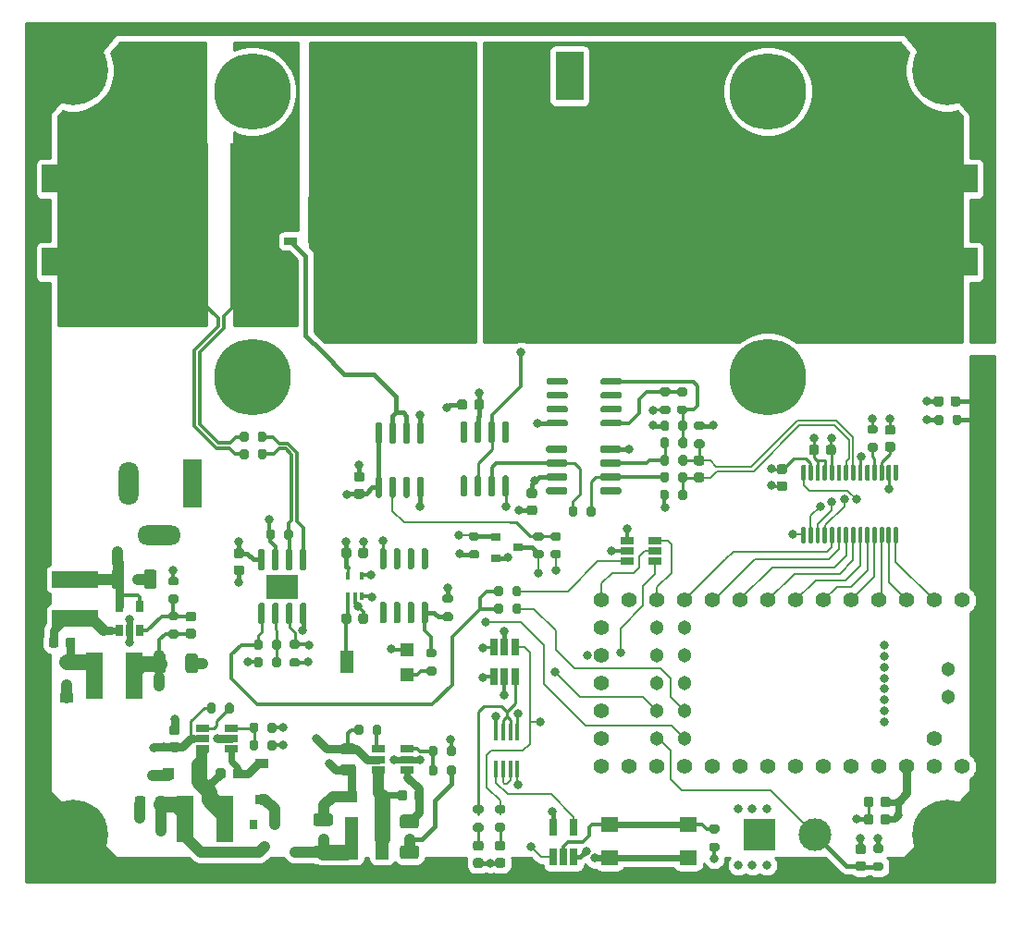
<source format=gbr>
G04 #@! TF.GenerationSoftware,KiCad,Pcbnew,5.1.7-a382d34a8~87~ubuntu18.04.1*
G04 #@! TF.CreationDate,2021-02-18T22:44:55+00:00*
G04 #@! TF.ProjectId,Laser-Driver-v3,4c617365-722d-4447-9269-7665722d7633,rev?*
G04 #@! TF.SameCoordinates,Original*
G04 #@! TF.FileFunction,Copper,L1,Top*
G04 #@! TF.FilePolarity,Positive*
%FSLAX46Y46*%
G04 Gerber Fmt 4.6, Leading zero omitted, Abs format (unit mm)*
G04 Created by KiCad (PCBNEW 5.1.7-a382d34a8~87~ubuntu18.04.1) date 2021-02-18 22:44:55*
%MOMM*%
%LPD*%
G01*
G04 APERTURE LIST*
G04 #@! TA.AperFunction,ComponentPad*
%ADD10C,7.000000*%
G04 #@! TD*
G04 #@! TA.AperFunction,SMDPad,CuDef*
%ADD11R,1.300000X1.300000*%
G04 #@! TD*
G04 #@! TA.AperFunction,SMDPad,CuDef*
%ADD12R,1.300000X2.000000*%
G04 #@! TD*
G04 #@! TA.AperFunction,ComponentPad*
%ADD13C,0.800000*%
G04 #@! TD*
G04 #@! TA.AperFunction,ComponentPad*
%ADD14C,6.400000*%
G04 #@! TD*
G04 #@! TA.AperFunction,SMDPad,CuDef*
%ADD15R,1.100000X1.100000*%
G04 #@! TD*
G04 #@! TA.AperFunction,SMDPad,CuDef*
%ADD16R,1.200000X3.900000*%
G04 #@! TD*
G04 #@! TA.AperFunction,SMDPad,CuDef*
%ADD17R,1.500000X4.200000*%
G04 #@! TD*
G04 #@! TA.AperFunction,SMDPad,CuDef*
%ADD18R,4.200000X1.500000*%
G04 #@! TD*
G04 #@! TA.AperFunction,ComponentPad*
%ADD19C,1.404000*%
G04 #@! TD*
G04 #@! TA.AperFunction,ComponentPad*
%ADD20C,1.304000*%
G04 #@! TD*
G04 #@! TA.AperFunction,ComponentPad*
%ADD21C,0.804000*%
G04 #@! TD*
G04 #@! TA.AperFunction,SMDPad,CuDef*
%ADD22R,3.200000X15.200000*%
G04 #@! TD*
G04 #@! TA.AperFunction,ComponentPad*
%ADD23R,2.000000X2.600000*%
G04 #@! TD*
G04 #@! TA.AperFunction,SMDPad,CuDef*
%ADD24R,0.300000X1.600000*%
G04 #@! TD*
G04 #@! TA.AperFunction,SMDPad,CuDef*
%ADD25R,0.400000X0.650000*%
G04 #@! TD*
G04 #@! TA.AperFunction,SMDPad,CuDef*
%ADD26R,0.650000X1.560000*%
G04 #@! TD*
G04 #@! TA.AperFunction,SMDPad,CuDef*
%ADD27R,3.000000X2.290000*%
G04 #@! TD*
G04 #@! TA.AperFunction,SMDPad,CuDef*
%ADD28R,1.600000X1.400000*%
G04 #@! TD*
G04 #@! TA.AperFunction,ComponentPad*
%ADD29R,1.800000X4.400000*%
G04 #@! TD*
G04 #@! TA.AperFunction,ComponentPad*
%ADD30O,1.800000X4.000000*%
G04 #@! TD*
G04 #@! TA.AperFunction,ComponentPad*
%ADD31O,4.000000X1.800000*%
G04 #@! TD*
G04 #@! TA.AperFunction,SMDPad,CuDef*
%ADD32R,0.650000X1.060000*%
G04 #@! TD*
G04 #@! TA.AperFunction,SMDPad,CuDef*
%ADD33R,1.200000X0.900000*%
G04 #@! TD*
G04 #@! TA.AperFunction,SMDPad,CuDef*
%ADD34R,1.220000X0.650000*%
G04 #@! TD*
G04 #@! TA.AperFunction,SMDPad,CuDef*
%ADD35R,0.900000X0.800000*%
G04 #@! TD*
G04 #@! TA.AperFunction,SMDPad,CuDef*
%ADD36R,1.150000X0.700000*%
G04 #@! TD*
G04 #@! TA.AperFunction,SMDPad,CuDef*
%ADD37C,0.100000*%
G04 #@! TD*
G04 #@! TA.AperFunction,ComponentPad*
%ADD38O,2.500000X4.500000*%
G04 #@! TD*
G04 #@! TA.AperFunction,ComponentPad*
%ADD39R,2.500000X4.500000*%
G04 #@! TD*
G04 #@! TA.AperFunction,ComponentPad*
%ADD40C,3.000000*%
G04 #@! TD*
G04 #@! TA.AperFunction,ComponentPad*
%ADD41R,3.000000X3.000000*%
G04 #@! TD*
G04 #@! TA.AperFunction,SMDPad,CuDef*
%ADD42R,0.800000X0.900000*%
G04 #@! TD*
G04 #@! TA.AperFunction,ViaPad*
%ADD43C,0.800000*%
G04 #@! TD*
G04 #@! TA.AperFunction,Conductor*
%ADD44C,0.400000*%
G04 #@! TD*
G04 #@! TA.AperFunction,Conductor*
%ADD45C,0.200000*%
G04 #@! TD*
G04 #@! TA.AperFunction,Conductor*
%ADD46C,0.600000*%
G04 #@! TD*
G04 #@! TA.AperFunction,Conductor*
%ADD47C,1.000000*%
G04 #@! TD*
G04 #@! TA.AperFunction,Conductor*
%ADD48C,0.300000*%
G04 #@! TD*
G04 #@! TA.AperFunction,Conductor*
%ADD49C,0.800000*%
G04 #@! TD*
G04 #@! TA.AperFunction,Conductor*
%ADD50C,0.250000*%
G04 #@! TD*
G04 #@! TA.AperFunction,Conductor*
%ADD51C,1.400000*%
G04 #@! TD*
G04 #@! TA.AperFunction,Conductor*
%ADD52C,0.254000*%
G04 #@! TD*
G04 #@! TA.AperFunction,Conductor*
%ADD53C,0.100000*%
G04 #@! TD*
G04 APERTURE END LIST*
D10*
G04 #@! TO.P,HS1,1*
G04 #@! TO.N,N/C*
X111400000Y-73100000D03*
X158600000Y-73100000D03*
G04 #@! TO.N,Earth*
X158600000Y-46900000D03*
X111400000Y-46900000D03*
G04 #@! TD*
G04 #@! TO.P,R37,2*
G04 #@! TO.N,Earth*
G04 #@! TA.AperFunction,SMDPad,CuDef*
G36*
G01*
X175525000Y-77275000D02*
X175525000Y-76725000D01*
G75*
G02*
X175725000Y-76525000I200000J0D01*
G01*
X176125000Y-76525000D01*
G75*
G02*
X176325000Y-76725000I0J-200000D01*
G01*
X176325000Y-77275000D01*
G75*
G02*
X176125000Y-77475000I-200000J0D01*
G01*
X175725000Y-77475000D01*
G75*
G02*
X175525000Y-77275000I0J200000D01*
G01*
G37*
G04 #@! TD.AperFunction*
G04 #@! TO.P,R37,1*
G04 #@! TO.N,GND*
G04 #@! TA.AperFunction,SMDPad,CuDef*
G36*
G01*
X173875000Y-77275000D02*
X173875000Y-76725000D01*
G75*
G02*
X174075000Y-76525000I200000J0D01*
G01*
X174475000Y-76525000D01*
G75*
G02*
X174675000Y-76725000I0J-200000D01*
G01*
X174675000Y-77275000D01*
G75*
G02*
X174475000Y-77475000I-200000J0D01*
G01*
X174075000Y-77475000D01*
G75*
G02*
X173875000Y-77275000I0J200000D01*
G01*
G37*
G04 #@! TD.AperFunction*
G04 #@! TD*
G04 #@! TO.P,C9,2*
G04 #@! TO.N,Earth*
G04 #@! TA.AperFunction,SMDPad,CuDef*
G36*
G01*
X175325000Y-75550000D02*
X175325000Y-75050000D01*
G75*
G02*
X175550000Y-74825000I225000J0D01*
G01*
X176000000Y-74825000D01*
G75*
G02*
X176225000Y-75050000I0J-225000D01*
G01*
X176225000Y-75550000D01*
G75*
G02*
X176000000Y-75775000I-225000J0D01*
G01*
X175550000Y-75775000D01*
G75*
G02*
X175325000Y-75550000I0J225000D01*
G01*
G37*
G04 #@! TD.AperFunction*
G04 #@! TO.P,C9,1*
G04 #@! TO.N,GND*
G04 #@! TA.AperFunction,SMDPad,CuDef*
G36*
G01*
X173775000Y-75550000D02*
X173775000Y-75050000D01*
G75*
G02*
X174000000Y-74825000I225000J0D01*
G01*
X174450000Y-74825000D01*
G75*
G02*
X174675000Y-75050000I0J-225000D01*
G01*
X174675000Y-75550000D01*
G75*
G02*
X174450000Y-75775000I-225000J0D01*
G01*
X174000000Y-75775000D01*
G75*
G02*
X173775000Y-75550000I0J225000D01*
G01*
G37*
G04 #@! TD.AperFunction*
G04 #@! TD*
G04 #@! TO.P,C8,2*
G04 #@! TO.N,+3V3*
G04 #@! TA.AperFunction,SMDPad,CuDef*
G36*
G01*
X163925000Y-80000000D02*
X163925000Y-79500000D01*
G75*
G02*
X164150000Y-79275000I225000J0D01*
G01*
X164600000Y-79275000D01*
G75*
G02*
X164825000Y-79500000I0J-225000D01*
G01*
X164825000Y-80000000D01*
G75*
G02*
X164600000Y-80225000I-225000J0D01*
G01*
X164150000Y-80225000D01*
G75*
G02*
X163925000Y-80000000I0J225000D01*
G01*
G37*
G04 #@! TD.AperFunction*
G04 #@! TO.P,C8,1*
G04 #@! TO.N,GND*
G04 #@! TA.AperFunction,SMDPad,CuDef*
G36*
G01*
X162375000Y-80000000D02*
X162375000Y-79500000D01*
G75*
G02*
X162600000Y-79275000I225000J0D01*
G01*
X163050000Y-79275000D01*
G75*
G02*
X163275000Y-79500000I0J-225000D01*
G01*
X163275000Y-80000000D01*
G75*
G02*
X163050000Y-80225000I-225000J0D01*
G01*
X162600000Y-80225000D01*
G75*
G02*
X162375000Y-80000000I0J225000D01*
G01*
G37*
G04 #@! TD.AperFunction*
G04 #@! TD*
G04 #@! TO.P,C7,2*
G04 #@! TO.N,+3V3*
G04 #@! TA.AperFunction,SMDPad,CuDef*
G36*
G01*
X160150000Y-81975000D02*
X159650000Y-81975000D01*
G75*
G02*
X159425000Y-81750000I0J225000D01*
G01*
X159425000Y-81300000D01*
G75*
G02*
X159650000Y-81075000I225000J0D01*
G01*
X160150000Y-81075000D01*
G75*
G02*
X160375000Y-81300000I0J-225000D01*
G01*
X160375000Y-81750000D01*
G75*
G02*
X160150000Y-81975000I-225000J0D01*
G01*
G37*
G04 #@! TD.AperFunction*
G04 #@! TO.P,C7,1*
G04 #@! TO.N,GND*
G04 #@! TA.AperFunction,SMDPad,CuDef*
G36*
G01*
X160150000Y-83525000D02*
X159650000Y-83525000D01*
G75*
G02*
X159425000Y-83300000I0J225000D01*
G01*
X159425000Y-82850000D01*
G75*
G02*
X159650000Y-82625000I225000J0D01*
G01*
X160150000Y-82625000D01*
G75*
G02*
X160375000Y-82850000I0J-225000D01*
G01*
X160375000Y-83300000D01*
G75*
G02*
X160150000Y-83525000I-225000J0D01*
G01*
G37*
G04 #@! TD.AperFunction*
G04 #@! TD*
G04 #@! TO.P,R36,2*
G04 #@! TO.N,Net-(R36-Pad2)*
G04 #@! TA.AperFunction,SMDPad,CuDef*
G36*
G01*
X132375000Y-113075000D02*
X131825000Y-113075000D01*
G75*
G02*
X131625000Y-112875000I0J200000D01*
G01*
X131625000Y-112475000D01*
G75*
G02*
X131825000Y-112275000I200000J0D01*
G01*
X132375000Y-112275000D01*
G75*
G02*
X132575000Y-112475000I0J-200000D01*
G01*
X132575000Y-112875000D01*
G75*
G02*
X132375000Y-113075000I-200000J0D01*
G01*
G37*
G04 #@! TD.AperFunction*
G04 #@! TO.P,R36,1*
G04 #@! TO.N,Net-(D8-Pad2)*
G04 #@! TA.AperFunction,SMDPad,CuDef*
G36*
G01*
X132375000Y-114725000D02*
X131825000Y-114725000D01*
G75*
G02*
X131625000Y-114525000I0J200000D01*
G01*
X131625000Y-114125000D01*
G75*
G02*
X131825000Y-113925000I200000J0D01*
G01*
X132375000Y-113925000D01*
G75*
G02*
X132575000Y-114125000I0J-200000D01*
G01*
X132575000Y-114525000D01*
G75*
G02*
X132375000Y-114725000I-200000J0D01*
G01*
G37*
G04 #@! TD.AperFunction*
G04 #@! TD*
G04 #@! TO.P,D8,2*
G04 #@! TO.N,Net-(D8-Pad2)*
G04 #@! TA.AperFunction,SMDPad,CuDef*
G36*
G01*
X132356250Y-116450000D02*
X131843750Y-116450000D01*
G75*
G02*
X131625000Y-116231250I0J218750D01*
G01*
X131625000Y-115793750D01*
G75*
G02*
X131843750Y-115575000I218750J0D01*
G01*
X132356250Y-115575000D01*
G75*
G02*
X132575000Y-115793750I0J-218750D01*
G01*
X132575000Y-116231250D01*
G75*
G02*
X132356250Y-116450000I-218750J0D01*
G01*
G37*
G04 #@! TD.AperFunction*
G04 #@! TO.P,D8,1*
G04 #@! TO.N,GND*
G04 #@! TA.AperFunction,SMDPad,CuDef*
G36*
G01*
X132356250Y-118025000D02*
X131843750Y-118025000D01*
G75*
G02*
X131625000Y-117806250I0J218750D01*
G01*
X131625000Y-117368750D01*
G75*
G02*
X131843750Y-117150000I218750J0D01*
G01*
X132356250Y-117150000D01*
G75*
G02*
X132575000Y-117368750I0J-218750D01*
G01*
X132575000Y-117806250D01*
G75*
G02*
X132356250Y-118025000I-218750J0D01*
G01*
G37*
G04 #@! TD.AperFunction*
G04 #@! TD*
G04 #@! TO.P,D6,2*
G04 #@! TO.N,Net-(D6-Pad2)*
G04 #@! TA.AperFunction,SMDPad,CuDef*
G36*
G01*
X134356250Y-116450000D02*
X133843750Y-116450000D01*
G75*
G02*
X133625000Y-116231250I0J218750D01*
G01*
X133625000Y-115793750D01*
G75*
G02*
X133843750Y-115575000I218750J0D01*
G01*
X134356250Y-115575000D01*
G75*
G02*
X134575000Y-115793750I0J-218750D01*
G01*
X134575000Y-116231250D01*
G75*
G02*
X134356250Y-116450000I-218750J0D01*
G01*
G37*
G04 #@! TD.AperFunction*
G04 #@! TO.P,D6,1*
G04 #@! TO.N,GND*
G04 #@! TA.AperFunction,SMDPad,CuDef*
G36*
G01*
X134356250Y-118025000D02*
X133843750Y-118025000D01*
G75*
G02*
X133625000Y-117806250I0J218750D01*
G01*
X133625000Y-117368750D01*
G75*
G02*
X133843750Y-117150000I218750J0D01*
G01*
X134356250Y-117150000D01*
G75*
G02*
X134575000Y-117368750I0J-218750D01*
G01*
X134575000Y-117806250D01*
G75*
G02*
X134356250Y-118025000I-218750J0D01*
G01*
G37*
G04 #@! TD.AperFunction*
G04 #@! TD*
G04 #@! TO.P,C6,2*
G04 #@! TO.N,+3V3*
G04 #@! TA.AperFunction,SMDPad,CuDef*
G36*
G01*
X110450000Y-89675000D02*
X109950000Y-89675000D01*
G75*
G02*
X109725000Y-89450000I0J225000D01*
G01*
X109725000Y-89000000D01*
G75*
G02*
X109950000Y-88775000I225000J0D01*
G01*
X110450000Y-88775000D01*
G75*
G02*
X110675000Y-89000000I0J-225000D01*
G01*
X110675000Y-89450000D01*
G75*
G02*
X110450000Y-89675000I-225000J0D01*
G01*
G37*
G04 #@! TD.AperFunction*
G04 #@! TO.P,C6,1*
G04 #@! TO.N,GND*
G04 #@! TA.AperFunction,SMDPad,CuDef*
G36*
G01*
X110450000Y-91225000D02*
X109950000Y-91225000D01*
G75*
G02*
X109725000Y-91000000I0J225000D01*
G01*
X109725000Y-90550000D01*
G75*
G02*
X109950000Y-90325000I225000J0D01*
G01*
X110450000Y-90325000D01*
G75*
G02*
X110675000Y-90550000I0J-225000D01*
G01*
X110675000Y-91000000D01*
G75*
G02*
X110450000Y-91225000I-225000J0D01*
G01*
G37*
G04 #@! TD.AperFunction*
G04 #@! TD*
D11*
G04 #@! TO.P,RV1,3*
G04 #@! TO.N,GND*
X125550000Y-98050000D03*
D12*
G04 #@! TO.P,RV1,2*
G04 #@! TO.N,/Overcurrent Protection/Vref*
X120050000Y-99200000D03*
D11*
G04 #@! TO.P,RV1,1*
G04 #@! TO.N,Net-(R29-Pad1)*
X125550000Y-100350000D03*
G04 #@! TD*
D13*
G04 #@! TO.P,H4,1*
G04 #@! TO.N,Earth*
X96697056Y-43302944D03*
X95000000Y-42600000D03*
X93302944Y-43302944D03*
X92600000Y-45000000D03*
X93302944Y-46697056D03*
X95000000Y-47400000D03*
X96697056Y-46697056D03*
X97400000Y-45000000D03*
D14*
X95000000Y-45000000D03*
G04 #@! TD*
D13*
G04 #@! TO.P,H3,1*
G04 #@! TO.N,Earth*
X176697056Y-43302944D03*
X175000000Y-42600000D03*
X173302944Y-43302944D03*
X172600000Y-45000000D03*
X173302944Y-46697056D03*
X175000000Y-47400000D03*
X176697056Y-46697056D03*
X177400000Y-45000000D03*
D14*
X175000000Y-45000000D03*
G04 #@! TD*
D13*
G04 #@! TO.P,H2,1*
G04 #@! TO.N,Earth*
X96697056Y-113302944D03*
X95000000Y-112600000D03*
X93302944Y-113302944D03*
X92600000Y-115000000D03*
X93302944Y-116697056D03*
X95000000Y-117400000D03*
X96697056Y-116697056D03*
X97400000Y-115000000D03*
D14*
X95000000Y-115000000D03*
G04 #@! TD*
D13*
G04 #@! TO.P,H1,1*
G04 #@! TO.N,Earth*
X176697056Y-113302944D03*
X175000000Y-112600000D03*
X173302944Y-113302944D03*
X172600000Y-115000000D03*
X173302944Y-116697056D03*
X175000000Y-117400000D03*
X176697056Y-116697056D03*
X177400000Y-115000000D03*
D14*
X175000000Y-115000000D03*
G04 #@! TD*
D15*
G04 #@! TO.P,D4,2*
G04 #@! TO.N,GND*
X103700000Y-109400000D03*
G04 #@! TO.P,D4,1*
G04 #@! TO.N,Net-(C26-Pad2)*
X106500000Y-109400000D03*
G04 #@! TD*
G04 #@! TO.P,D2,2*
G04 #@! TO.N,GND*
X120500000Y-111500000D03*
G04 #@! TO.P,D2,1*
G04 #@! TO.N,Net-(C22-Pad2)*
X123300000Y-111500000D03*
G04 #@! TD*
D16*
G04 #@! TO.P,L1,2*
G04 #@! TO.N,Net-(C22-Pad2)*
X123300000Y-115300000D03*
G04 #@! TO.P,L1,1*
G04 #@! TO.N,+5V*
X120500000Y-115300000D03*
G04 #@! TD*
D17*
G04 #@! TO.P,L2,2*
G04 #@! TO.N,Net-(C26-Pad2)*
X108900000Y-113600000D03*
G04 #@! TO.P,L2,1*
G04 #@! TO.N,+9V*
X105300000Y-113600000D03*
G04 #@! TD*
G04 #@! TO.P,L4,2*
G04 #@! TO.N,Net-(C2-Pad2)*
X97000000Y-100400000D03*
G04 #@! TO.P,L4,1*
G04 #@! TO.N,-3V3*
X100600000Y-100400000D03*
G04 #@! TD*
D18*
G04 #@! TO.P,L3,2*
G04 #@! TO.N,+12V*
X95200000Y-91600000D03*
G04 #@! TO.P,L3,1*
G04 #@! TO.N,Net-(C2-Pad1)*
X95200000Y-95200000D03*
G04 #@! TD*
G04 #@! TO.P,C21,2*
G04 #@! TO.N,GND*
G04 #@! TA.AperFunction,SMDPad,CuDef*
G36*
G01*
X119725000Y-108550000D02*
X120675000Y-108550000D01*
G75*
G02*
X120925000Y-108800000I0J-250000D01*
G01*
X120925000Y-109300000D01*
G75*
G02*
X120675000Y-109550000I-250000J0D01*
G01*
X119725000Y-109550000D01*
G75*
G02*
X119475000Y-109300000I0J250000D01*
G01*
X119475000Y-108800000D01*
G75*
G02*
X119725000Y-108550000I250000J0D01*
G01*
G37*
G04 #@! TD.AperFunction*
G04 #@! TO.P,C21,1*
G04 #@! TO.N,+12V*
G04 #@! TA.AperFunction,SMDPad,CuDef*
G36*
G01*
X119725000Y-106650000D02*
X120675000Y-106650000D01*
G75*
G02*
X120925000Y-106900000I0J-250000D01*
G01*
X120925000Y-107400000D01*
G75*
G02*
X120675000Y-107650000I-250000J0D01*
G01*
X119725000Y-107650000D01*
G75*
G02*
X119475000Y-107400000I0J250000D01*
G01*
X119475000Y-106900000D01*
G75*
G02*
X119725000Y-106650000I250000J0D01*
G01*
G37*
G04 #@! TD.AperFunction*
G04 #@! TD*
G04 #@! TO.P,C27,2*
G04 #@! TO.N,GND*
G04 #@! TA.AperFunction,SMDPad,CuDef*
G36*
G01*
X101650000Y-111725000D02*
X101650000Y-112675000D01*
G75*
G02*
X101400000Y-112925000I-250000J0D01*
G01*
X100900000Y-112925000D01*
G75*
G02*
X100650000Y-112675000I0J250000D01*
G01*
X100650000Y-111725000D01*
G75*
G02*
X100900000Y-111475000I250000J0D01*
G01*
X101400000Y-111475000D01*
G75*
G02*
X101650000Y-111725000I0J-250000D01*
G01*
G37*
G04 #@! TD.AperFunction*
G04 #@! TO.P,C27,1*
G04 #@! TO.N,+9V*
G04 #@! TA.AperFunction,SMDPad,CuDef*
G36*
G01*
X103550000Y-111725000D02*
X103550000Y-112675000D01*
G75*
G02*
X103300000Y-112925000I-250000J0D01*
G01*
X102800000Y-112925000D01*
G75*
G02*
X102550000Y-112675000I0J250000D01*
G01*
X102550000Y-111725000D01*
G75*
G02*
X102800000Y-111475000I250000J0D01*
G01*
X103300000Y-111475000D01*
G75*
G02*
X103550000Y-111725000I0J-250000D01*
G01*
G37*
G04 #@! TD.AperFunction*
G04 #@! TD*
G04 #@! TO.P,C23,2*
G04 #@! TO.N,GND*
G04 #@! TA.AperFunction,SMDPad,CuDef*
G36*
G01*
X118550001Y-114200000D02*
X117249999Y-114200000D01*
G75*
G02*
X117000000Y-113950001I0J249999D01*
G01*
X117000000Y-113299999D01*
G75*
G02*
X117249999Y-113050000I249999J0D01*
G01*
X118550001Y-113050000D01*
G75*
G02*
X118800000Y-113299999I0J-249999D01*
G01*
X118800000Y-113950001D01*
G75*
G02*
X118550001Y-114200000I-249999J0D01*
G01*
G37*
G04 #@! TD.AperFunction*
G04 #@! TO.P,C23,1*
G04 #@! TO.N,+5V*
G04 #@! TA.AperFunction,SMDPad,CuDef*
G36*
G01*
X118550001Y-117150000D02*
X117249999Y-117150000D01*
G75*
G02*
X117000000Y-116900001I0J249999D01*
G01*
X117000000Y-116249999D01*
G75*
G02*
X117249999Y-116000000I249999J0D01*
G01*
X118550001Y-116000000D01*
G75*
G02*
X118800000Y-116249999I0J-249999D01*
G01*
X118800000Y-116900001D01*
G75*
G02*
X118550001Y-117150000I-249999J0D01*
G01*
G37*
G04 #@! TD.AperFunction*
G04 #@! TD*
G04 #@! TO.P,C5,2*
G04 #@! TO.N,-3V3*
G04 #@! TA.AperFunction,SMDPad,CuDef*
G36*
G01*
X103500000Y-98649999D02*
X103500000Y-99950001D01*
G75*
G02*
X103250001Y-100200000I-249999J0D01*
G01*
X102599999Y-100200000D01*
G75*
G02*
X102350000Y-99950001I0J249999D01*
G01*
X102350000Y-98649999D01*
G75*
G02*
X102599999Y-98400000I249999J0D01*
G01*
X103250001Y-98400000D01*
G75*
G02*
X103500000Y-98649999I0J-249999D01*
G01*
G37*
G04 #@! TD.AperFunction*
G04 #@! TO.P,C5,1*
G04 #@! TO.N,GND*
G04 #@! TA.AperFunction,SMDPad,CuDef*
G36*
G01*
X106450000Y-98649999D02*
X106450000Y-99950001D01*
G75*
G02*
X106200001Y-100200000I-249999J0D01*
G01*
X105549999Y-100200000D01*
G75*
G02*
X105300000Y-99950001I0J249999D01*
G01*
X105300000Y-98649999D01*
G75*
G02*
X105549999Y-98400000I249999J0D01*
G01*
X106200001Y-98400000D01*
G75*
G02*
X106450000Y-98649999I0J-249999D01*
G01*
G37*
G04 #@! TD.AperFunction*
G04 #@! TD*
G04 #@! TO.P,C3,2*
G04 #@! TO.N,+12V*
G04 #@! TA.AperFunction,SMDPad,CuDef*
G36*
G01*
X99700000Y-90949999D02*
X99700000Y-92250001D01*
G75*
G02*
X99450001Y-92500000I-249999J0D01*
G01*
X98799999Y-92500000D01*
G75*
G02*
X98550000Y-92250001I0J249999D01*
G01*
X98550000Y-90949999D01*
G75*
G02*
X98799999Y-90700000I249999J0D01*
G01*
X99450001Y-90700000D01*
G75*
G02*
X99700000Y-90949999I0J-249999D01*
G01*
G37*
G04 #@! TD.AperFunction*
G04 #@! TO.P,C3,1*
G04 #@! TO.N,GND*
G04 #@! TA.AperFunction,SMDPad,CuDef*
G36*
G01*
X102650000Y-90949999D02*
X102650000Y-92250001D01*
G75*
G02*
X102400001Y-92500000I-249999J0D01*
G01*
X101749999Y-92500000D01*
G75*
G02*
X101500000Y-92250001I0J249999D01*
G01*
X101500000Y-90949999D01*
G75*
G02*
X101749999Y-90700000I249999J0D01*
G01*
X102400001Y-90700000D01*
G75*
G02*
X102650000Y-90949999I0J-249999D01*
G01*
G37*
G04 #@! TD.AperFunction*
G04 #@! TD*
G04 #@! TO.P,R35,2*
G04 #@! TO.N,Net-(R35-Pad2)*
G04 #@! TA.AperFunction,SMDPad,CuDef*
G36*
G01*
X135225000Y-92975000D02*
X135225000Y-92425000D01*
G75*
G02*
X135425000Y-92225000I200000J0D01*
G01*
X135825000Y-92225000D01*
G75*
G02*
X136025000Y-92425000I0J-200000D01*
G01*
X136025000Y-92975000D01*
G75*
G02*
X135825000Y-93175000I-200000J0D01*
G01*
X135425000Y-93175000D01*
G75*
G02*
X135225000Y-92975000I0J200000D01*
G01*
G37*
G04 #@! TD.AperFunction*
G04 #@! TO.P,R35,1*
G04 #@! TO.N,/Teensy/ADC-SHUNT*
G04 #@! TA.AperFunction,SMDPad,CuDef*
G36*
G01*
X133575000Y-92975000D02*
X133575000Y-92425000D01*
G75*
G02*
X133775000Y-92225000I200000J0D01*
G01*
X134175000Y-92225000D01*
G75*
G02*
X134375000Y-92425000I0J-200000D01*
G01*
X134375000Y-92975000D01*
G75*
G02*
X134175000Y-93175000I-200000J0D01*
G01*
X133775000Y-93175000D01*
G75*
G02*
X133575000Y-92975000I0J200000D01*
G01*
G37*
G04 #@! TD.AperFunction*
G04 #@! TD*
G04 #@! TO.P,R9,2*
G04 #@! TO.N,Net-(R9-Pad2)*
G04 #@! TA.AperFunction,SMDPad,CuDef*
G36*
G01*
X135225000Y-94575000D02*
X135225000Y-94025000D01*
G75*
G02*
X135425000Y-93825000I200000J0D01*
G01*
X135825000Y-93825000D01*
G75*
G02*
X136025000Y-94025000I0J-200000D01*
G01*
X136025000Y-94575000D01*
G75*
G02*
X135825000Y-94775000I-200000J0D01*
G01*
X135425000Y-94775000D01*
G75*
G02*
X135225000Y-94575000I0J200000D01*
G01*
G37*
G04 #@! TD.AperFunction*
G04 #@! TO.P,R9,1*
G04 #@! TO.N,/Teensy/ADC-SHUNT*
G04 #@! TA.AperFunction,SMDPad,CuDef*
G36*
G01*
X133575000Y-94575000D02*
X133575000Y-94025000D01*
G75*
G02*
X133775000Y-93825000I200000J0D01*
G01*
X134175000Y-93825000D01*
G75*
G02*
X134375000Y-94025000I0J-200000D01*
G01*
X134375000Y-94575000D01*
G75*
G02*
X134175000Y-94775000I-200000J0D01*
G01*
X133775000Y-94775000D01*
G75*
G02*
X133575000Y-94575000I0J200000D01*
G01*
G37*
G04 #@! TD.AperFunction*
G04 #@! TD*
D19*
G04 #@! TO.P,U2,1*
G04 #@! TO.N,GND*
X176410000Y-93530000D03*
G04 #@! TO.P,U2,2*
G04 #@! TO.N,/Output Stage/DAC-D0*
X173870000Y-93530000D03*
D20*
G04 #@! TO.P,U2,35*
G04 #@! TO.N,/Teensy/TempSense*
X148470000Y-106230000D03*
G04 #@! TO.P,U2,36*
G04 #@! TO.N,/Overcurrent Protection/OCControl*
X151010000Y-106230000D03*
G04 #@! TO.P,U2,37*
G04 #@! TO.N,/Overcurrent Protection/OCStatus*
X148470000Y-103690000D03*
G04 #@! TO.P,U2,38*
G04 #@! TO.N,Net-(R9-Pad2)*
X151010000Y-103690000D03*
G04 #@! TO.P,U2,39*
G04 #@! TO.N,N/C*
X148470000Y-101150000D03*
G04 #@! TO.P,U2,40*
X151010000Y-101150000D03*
G04 #@! TO.P,U2,41*
X148470000Y-98610000D03*
G04 #@! TO.P,U2,42*
X151010000Y-98610000D03*
G04 #@! TO.P,U2,43*
X148470000Y-96070000D03*
G04 #@! TO.P,U2,44*
X151010000Y-96070000D03*
D21*
G04 #@! TO.P,U2,45*
X169271600Y-104650000D03*
G04 #@! TO.P,U2,46*
X169271600Y-103650000D03*
G04 #@! TO.P,U2,47*
G04 #@! TO.N,GND*
X169271600Y-102650000D03*
G04 #@! TO.P,U2,48*
G04 #@! TO.N,N/C*
X169271600Y-101650000D03*
G04 #@! TO.P,U2,49*
G04 #@! TO.N,+3V3*
X169271600Y-100650000D03*
G04 #@! TO.P,U2,50*
G04 #@! TO.N,N/C*
X169271600Y-99650000D03*
G04 #@! TO.P,U2,51*
X169271600Y-98650000D03*
G04 #@! TO.P,U2,52*
X169271600Y-97650000D03*
D20*
G04 #@! TO.P,U2,53*
X175140000Y-102420000D03*
G04 #@! TO.P,U2,54*
X175140000Y-99880000D03*
D19*
G04 #@! TO.P,U2,3*
G04 #@! TO.N,/Output Stage/DAC-D1*
X171330000Y-93530000D03*
G04 #@! TO.P,U2,4*
G04 #@! TO.N,/Output Stage/DAC-D2*
X168790000Y-93530000D03*
G04 #@! TO.P,U2,5*
G04 #@! TO.N,/Output Stage/DAC-D3*
X166250000Y-93530000D03*
G04 #@! TO.P,U2,6*
G04 #@! TO.N,/Output Stage/DAC-D4*
X163710000Y-93530000D03*
G04 #@! TO.P,U2,7*
G04 #@! TO.N,/Output Stage/DAC-D5*
X161170000Y-93530000D03*
G04 #@! TO.P,U2,8*
G04 #@! TO.N,/Output Stage/DAC-D6*
X158630000Y-93530000D03*
G04 #@! TO.P,U2,9*
G04 #@! TO.N,/Output Stage/DAC-D7*
X156090000Y-93530000D03*
G04 #@! TO.P,U2,10*
G04 #@! TO.N,/Output Stage/DAC-D8*
X153550000Y-93530000D03*
G04 #@! TO.P,U2,11*
G04 #@! TO.N,/Output Stage/DAC-D9*
X151010000Y-93530000D03*
G04 #@! TO.P,U2,12*
G04 #@! TO.N,Net-(U2-Pad12)*
X148470000Y-93530000D03*
G04 #@! TO.P,U2,14*
G04 #@! TO.N,Net-(U2-Pad14)*
X143390000Y-93530000D03*
G04 #@! TO.P,U2,15*
G04 #@! TO.N,N/C*
X143390000Y-96070000D03*
G04 #@! TO.P,U2,16*
G04 #@! TO.N,+3V3*
X143390000Y-98610000D03*
G04 #@! TO.P,U2,17*
G04 #@! TO.N,GND*
X143390000Y-101150000D03*
G04 #@! TO.P,U2,18*
G04 #@! TO.N,N/C*
X143390000Y-103690000D03*
G04 #@! TO.P,U2,19*
X143390000Y-106230000D03*
G04 #@! TO.P,U2,20*
G04 #@! TO.N,Net-(U2-Pad20)*
X143390000Y-108770000D03*
G04 #@! TO.P,U2,21*
G04 #@! TO.N,/Output Stage/DAC-D10*
X145930000Y-108770000D03*
G04 #@! TO.P,U2,22*
G04 #@! TO.N,/Output Stage/DAC-D11*
X148470000Y-108770000D03*
G04 #@! TO.P,U2,23*
G04 #@! TO.N,/Output Stage/DAC-D12*
X151010000Y-108770000D03*
G04 #@! TO.P,U2,24*
G04 #@! TO.N,/Output Stage/DAC-D13*
X153550000Y-108770000D03*
G04 #@! TO.P,U2,25*
G04 #@! TO.N,/Output Stage/DAC-CLOCK*
X156090000Y-108770000D03*
G04 #@! TO.P,U2,26*
G04 #@! TO.N,N/C*
X158630000Y-108770000D03*
G04 #@! TO.P,U2,27*
X161170000Y-108770000D03*
G04 #@! TO.P,U2,28*
X163710000Y-108770000D03*
G04 #@! TO.P,U2,29*
X166250000Y-108770000D03*
G04 #@! TO.P,U2,30*
X168790000Y-108770000D03*
G04 #@! TO.P,U2,31*
G04 #@! TO.N,+3V3*
X171330000Y-108770000D03*
G04 #@! TO.P,U2,32*
G04 #@! TO.N,GND*
X173870000Y-108770000D03*
G04 #@! TO.P,U2,34*
G04 #@! TO.N,N/C*
X173870000Y-106230000D03*
G04 #@! TO.P,U2,33*
G04 #@! TO.N,+5V*
X176410000Y-108770000D03*
G04 #@! TO.P,U2,13*
G04 #@! TO.N,N/C*
X145930000Y-93530000D03*
G04 #@! TD*
D22*
G04 #@! TO.P,R7,2*
G04 #@! TO.N,GND*
X105800000Y-59300000D03*
G04 #@! TO.P,R7,1*
G04 #@! TO.N,Net-(Q2-Pad1)*
X111000000Y-59300000D03*
G04 #@! TD*
D23*
G04 #@! TO.P,J5,1*
G04 #@! TO.N,GND*
X100810000Y-62540000D03*
X98270000Y-62540000D03*
X95730000Y-62540000D03*
X93190000Y-62540000D03*
X100810000Y-54920000D03*
X98270000Y-54920000D03*
X93190000Y-54920000D03*
X95730000Y-54920000D03*
G04 #@! TD*
G04 #@! TO.P,J2,1*
G04 #@! TO.N,Net-(J2-Pad1)*
X176810000Y-62540000D03*
X174270000Y-62540000D03*
X171730000Y-62540000D03*
X169190000Y-62540000D03*
X176810000Y-54920000D03*
X174270000Y-54920000D03*
X169190000Y-54920000D03*
X171730000Y-54920000D03*
G04 #@! TD*
D24*
G04 #@! TO.P,U15,8*
G04 #@! TO.N,+5V*
X133725000Y-105600000D03*
G04 #@! TO.P,U15,7*
G04 #@! TO.N,Net-(R36-Pad2)*
X134375000Y-105600000D03*
G04 #@! TO.P,U15,6*
X135025000Y-105600000D03*
G04 #@! TO.P,U15,5*
G04 #@! TO.N,/Overcurrent Protection/SET*
X135675000Y-105600000D03*
G04 #@! TO.P,U15,4*
G04 #@! TO.N,GND*
X135675000Y-109000000D03*
G04 #@! TO.P,U15,3*
G04 #@! TO.N,Net-(U15-Pad2)*
X135025000Y-109000000D03*
G04 #@! TO.P,U15,2*
X134375000Y-109000000D03*
G04 #@! TO.P,U15,1*
G04 #@! TO.N,/Overcurrent Protection/RESET'*
X133725000Y-109000000D03*
G04 #@! TD*
D25*
G04 #@! TO.P,U14,5*
G04 #@! TO.N,+5V*
X120150000Y-91250000D03*
G04 #@! TO.P,U14,4*
G04 #@! TO.N,/Overcurrent Protection/SET*
X121450000Y-91250000D03*
G04 #@! TO.P,U14,2*
G04 #@! TO.N,GND*
X120800000Y-93150000D03*
G04 #@! TO.P,U14,3*
G04 #@! TO.N,/Overcurrent Protection/OCSense*
X121450000Y-93150000D03*
G04 #@! TO.P,U14,1*
G04 #@! TO.N,/Overcurrent Protection/Vref*
X120150000Y-93150000D03*
G04 #@! TD*
D26*
G04 #@! TO.P,U13,5*
G04 #@! TO.N,+5V*
X138950000Y-114350000D03*
G04 #@! TO.P,U13,4*
G04 #@! TO.N,/Overcurrent Protection/RESET'*
X140850000Y-114350000D03*
G04 #@! TO.P,U13,3*
G04 #@! TO.N,GND*
X140850000Y-117050000D03*
G04 #@! TO.P,U13,2*
G04 #@! TO.N,Net-(R30-Pad2)*
X139900000Y-117050000D03*
G04 #@! TO.P,U13,1*
G04 #@! TO.N,Net-(U12-Pad6)*
X138950000Y-117050000D03*
G04 #@! TD*
G04 #@! TO.P,U12,5*
G04 #@! TO.N,+5V*
X134500000Y-97850000D03*
G04 #@! TO.P,U12,6*
G04 #@! TO.N,Net-(U12-Pad6)*
X133550000Y-97850000D03*
G04 #@! TO.P,U12,4*
G04 #@! TO.N,Net-(R31-Pad2)*
X135450000Y-97850000D03*
G04 #@! TO.P,U12,3*
G04 #@! TO.N,Net-(R36-Pad2)*
X135450000Y-100550000D03*
G04 #@! TO.P,U12,2*
G04 #@! TO.N,GND*
X134500000Y-100550000D03*
G04 #@! TO.P,U12,1*
G04 #@! TO.N,/Overcurrent Protection/SET*
X133550000Y-100550000D03*
G04 #@! TD*
D27*
G04 #@! TO.P,U1,9*
G04 #@! TO.N,N/C*
X114150000Y-92270000D03*
G04 #@! TO.P,U1,8*
G04 #@! TO.N,+3V3*
G04 #@! TA.AperFunction,SMDPad,CuDef*
G36*
G01*
X112395000Y-90770000D02*
X112095000Y-90770000D01*
G75*
G02*
X111945000Y-90620000I0J150000D01*
G01*
X111945000Y-88970000D01*
G75*
G02*
X112095000Y-88820000I150000J0D01*
G01*
X112395000Y-88820000D01*
G75*
G02*
X112545000Y-88970000I0J-150000D01*
G01*
X112545000Y-90620000D01*
G75*
G02*
X112395000Y-90770000I-150000J0D01*
G01*
G37*
G04 #@! TD.AperFunction*
G04 #@! TO.P,U1,7*
G04 #@! TO.N,Net-(R2-Pad2)*
G04 #@! TA.AperFunction,SMDPad,CuDef*
G36*
G01*
X113665000Y-90770000D02*
X113365000Y-90770000D01*
G75*
G02*
X113215000Y-90620000I0J150000D01*
G01*
X113215000Y-88970000D01*
G75*
G02*
X113365000Y-88820000I150000J0D01*
G01*
X113665000Y-88820000D01*
G75*
G02*
X113815000Y-88970000I0J-150000D01*
G01*
X113815000Y-90620000D01*
G75*
G02*
X113665000Y-90770000I-150000J0D01*
G01*
G37*
G04 #@! TD.AperFunction*
G04 #@! TO.P,U1,6*
G04 #@! TO.N,Net-(R5-Pad1)*
G04 #@! TA.AperFunction,SMDPad,CuDef*
G36*
G01*
X114935000Y-90770000D02*
X114635000Y-90770000D01*
G75*
G02*
X114485000Y-90620000I0J150000D01*
G01*
X114485000Y-88970000D01*
G75*
G02*
X114635000Y-88820000I150000J0D01*
G01*
X114935000Y-88820000D01*
G75*
G02*
X115085000Y-88970000I0J-150000D01*
G01*
X115085000Y-90620000D01*
G75*
G02*
X114935000Y-90770000I-150000J0D01*
G01*
G37*
G04 #@! TD.AperFunction*
G04 #@! TO.P,U1,5*
G04 #@! TO.N,Net-(R4-Pad2)*
G04 #@! TA.AperFunction,SMDPad,CuDef*
G36*
G01*
X116205000Y-90770000D02*
X115905000Y-90770000D01*
G75*
G02*
X115755000Y-90620000I0J150000D01*
G01*
X115755000Y-88970000D01*
G75*
G02*
X115905000Y-88820000I150000J0D01*
G01*
X116205000Y-88820000D01*
G75*
G02*
X116355000Y-88970000I0J-150000D01*
G01*
X116355000Y-90620000D01*
G75*
G02*
X116205000Y-90770000I-150000J0D01*
G01*
G37*
G04 #@! TD.AperFunction*
G04 #@! TO.P,U1,4*
G04 #@! TO.N,-3V3*
G04 #@! TA.AperFunction,SMDPad,CuDef*
G36*
G01*
X116205000Y-95720000D02*
X115905000Y-95720000D01*
G75*
G02*
X115755000Y-95570000I0J150000D01*
G01*
X115755000Y-93920000D01*
G75*
G02*
X115905000Y-93770000I150000J0D01*
G01*
X116205000Y-93770000D01*
G75*
G02*
X116355000Y-93920000I0J-150000D01*
G01*
X116355000Y-95570000D01*
G75*
G02*
X116205000Y-95720000I-150000J0D01*
G01*
G37*
G04 #@! TD.AperFunction*
G04 #@! TO.P,U1,3*
G04 #@! TO.N,Net-(R2-Pad2)*
G04 #@! TA.AperFunction,SMDPad,CuDef*
G36*
G01*
X114935000Y-95720000D02*
X114635000Y-95720000D01*
G75*
G02*
X114485000Y-95570000I0J150000D01*
G01*
X114485000Y-93920000D01*
G75*
G02*
X114635000Y-93770000I150000J0D01*
G01*
X114935000Y-93770000D01*
G75*
G02*
X115085000Y-93920000I0J-150000D01*
G01*
X115085000Y-95570000D01*
G75*
G02*
X114935000Y-95720000I-150000J0D01*
G01*
G37*
G04 #@! TD.AperFunction*
G04 #@! TO.P,U1,2*
G04 #@! TO.N,Net-(R3-Pad2)*
G04 #@! TA.AperFunction,SMDPad,CuDef*
G36*
G01*
X113665000Y-95720000D02*
X113365000Y-95720000D01*
G75*
G02*
X113215000Y-95570000I0J150000D01*
G01*
X113215000Y-93920000D01*
G75*
G02*
X113365000Y-93770000I150000J0D01*
G01*
X113665000Y-93770000D01*
G75*
G02*
X113815000Y-93920000I0J-150000D01*
G01*
X113815000Y-95570000D01*
G75*
G02*
X113665000Y-95720000I-150000J0D01*
G01*
G37*
G04 #@! TD.AperFunction*
G04 #@! TO.P,U1,1*
G04 #@! TO.N,/Teensy/ADC-SHUNT*
G04 #@! TA.AperFunction,SMDPad,CuDef*
G36*
G01*
X112395000Y-95720000D02*
X112095000Y-95720000D01*
G75*
G02*
X111945000Y-95570000I0J150000D01*
G01*
X111945000Y-93920000D01*
G75*
G02*
X112095000Y-93770000I150000J0D01*
G01*
X112395000Y-93770000D01*
G75*
G02*
X112545000Y-93920000I0J-150000D01*
G01*
X112545000Y-95570000D01*
G75*
G02*
X112395000Y-95720000I-150000J0D01*
G01*
G37*
G04 #@! TD.AperFunction*
G04 #@! TD*
D28*
G04 #@! TO.P,SW1,2*
G04 #@! TO.N,Net-(R30-Pad2)*
X151300000Y-114100000D03*
X144100000Y-114100000D03*
G04 #@! TO.P,SW1,1*
G04 #@! TO.N,+5V*
X151300000Y-117100000D03*
X144100000Y-117100000D03*
G04 #@! TD*
G04 #@! TO.P,U6,8*
G04 #@! TO.N,N/C*
G04 #@! TA.AperFunction,SMDPad,CuDef*
G36*
G01*
X130945000Y-79100000D02*
X130645000Y-79100000D01*
G75*
G02*
X130495000Y-78950000I0J150000D01*
G01*
X130495000Y-77300000D01*
G75*
G02*
X130645000Y-77150000I150000J0D01*
G01*
X130945000Y-77150000D01*
G75*
G02*
X131095000Y-77300000I0J-150000D01*
G01*
X131095000Y-78950000D01*
G75*
G02*
X130945000Y-79100000I-150000J0D01*
G01*
G37*
G04 #@! TD.AperFunction*
G04 #@! TO.P,U6,7*
G04 #@! TO.N,+9V*
G04 #@! TA.AperFunction,SMDPad,CuDef*
G36*
G01*
X132215000Y-79100000D02*
X131915000Y-79100000D01*
G75*
G02*
X131765000Y-78950000I0J150000D01*
G01*
X131765000Y-77300000D01*
G75*
G02*
X131915000Y-77150000I150000J0D01*
G01*
X132215000Y-77150000D01*
G75*
G02*
X132365000Y-77300000I0J-150000D01*
G01*
X132365000Y-78950000D01*
G75*
G02*
X132215000Y-79100000I-150000J0D01*
G01*
G37*
G04 #@! TD.AperFunction*
G04 #@! TO.P,U6,6*
G04 #@! TO.N,/Output Stage/MOSFET-OUT*
G04 #@! TA.AperFunction,SMDPad,CuDef*
G36*
G01*
X133485000Y-79100000D02*
X133185000Y-79100000D01*
G75*
G02*
X133035000Y-78950000I0J150000D01*
G01*
X133035000Y-77300000D01*
G75*
G02*
X133185000Y-77150000I150000J0D01*
G01*
X133485000Y-77150000D01*
G75*
G02*
X133635000Y-77300000I0J-150000D01*
G01*
X133635000Y-78950000D01*
G75*
G02*
X133485000Y-79100000I-150000J0D01*
G01*
G37*
G04 #@! TD.AperFunction*
G04 #@! TO.P,U6,5*
G04 #@! TO.N,N/C*
G04 #@! TA.AperFunction,SMDPad,CuDef*
G36*
G01*
X134755000Y-79100000D02*
X134455000Y-79100000D01*
G75*
G02*
X134305000Y-78950000I0J150000D01*
G01*
X134305000Y-77300000D01*
G75*
G02*
X134455000Y-77150000I150000J0D01*
G01*
X134755000Y-77150000D01*
G75*
G02*
X134905000Y-77300000I0J-150000D01*
G01*
X134905000Y-78950000D01*
G75*
G02*
X134755000Y-79100000I-150000J0D01*
G01*
G37*
G04 #@! TD.AperFunction*
G04 #@! TO.P,U6,4*
G04 #@! TO.N,GND*
G04 #@! TA.AperFunction,SMDPad,CuDef*
G36*
G01*
X134755000Y-84050000D02*
X134455000Y-84050000D01*
G75*
G02*
X134305000Y-83900000I0J150000D01*
G01*
X134305000Y-82250000D01*
G75*
G02*
X134455000Y-82100000I150000J0D01*
G01*
X134755000Y-82100000D01*
G75*
G02*
X134905000Y-82250000I0J-150000D01*
G01*
X134905000Y-83900000D01*
G75*
G02*
X134755000Y-84050000I-150000J0D01*
G01*
G37*
G04 #@! TD.AperFunction*
G04 #@! TO.P,U6,3*
G04 #@! TO.N,Net-(R15-Pad2)*
G04 #@! TA.AperFunction,SMDPad,CuDef*
G36*
G01*
X133485000Y-84050000D02*
X133185000Y-84050000D01*
G75*
G02*
X133035000Y-83900000I0J150000D01*
G01*
X133035000Y-82250000D01*
G75*
G02*
X133185000Y-82100000I150000J0D01*
G01*
X133485000Y-82100000D01*
G75*
G02*
X133635000Y-82250000I0J-150000D01*
G01*
X133635000Y-83900000D01*
G75*
G02*
X133485000Y-84050000I-150000J0D01*
G01*
G37*
G04 #@! TD.AperFunction*
G04 #@! TO.P,U6,2*
G04 #@! TO.N,/Output Stage/MOSFET-OUT*
G04 #@! TA.AperFunction,SMDPad,CuDef*
G36*
G01*
X132215000Y-84050000D02*
X131915000Y-84050000D01*
G75*
G02*
X131765000Y-83900000I0J150000D01*
G01*
X131765000Y-82250000D01*
G75*
G02*
X131915000Y-82100000I150000J0D01*
G01*
X132215000Y-82100000D01*
G75*
G02*
X132365000Y-82250000I0J-150000D01*
G01*
X132365000Y-83900000D01*
G75*
G02*
X132215000Y-84050000I-150000J0D01*
G01*
G37*
G04 #@! TD.AperFunction*
G04 #@! TO.P,U6,1*
G04 #@! TO.N,N/C*
G04 #@! TA.AperFunction,SMDPad,CuDef*
G36*
G01*
X130945000Y-84050000D02*
X130645000Y-84050000D01*
G75*
G02*
X130495000Y-83900000I0J150000D01*
G01*
X130495000Y-82250000D01*
G75*
G02*
X130645000Y-82100000I150000J0D01*
G01*
X130945000Y-82100000D01*
G75*
G02*
X131095000Y-82250000I0J-150000D01*
G01*
X131095000Y-83900000D01*
G75*
G02*
X130945000Y-84050000I-150000J0D01*
G01*
G37*
G04 #@! TD.AperFunction*
G04 #@! TD*
G04 #@! TO.P,U5,8*
G04 #@! TO.N,N/C*
G04 #@! TA.AperFunction,SMDPad,CuDef*
G36*
G01*
X140250000Y-83355000D02*
X140250000Y-83655000D01*
G75*
G02*
X140100000Y-83805000I-150000J0D01*
G01*
X138450000Y-83805000D01*
G75*
G02*
X138300000Y-83655000I0J150000D01*
G01*
X138300000Y-83355000D01*
G75*
G02*
X138450000Y-83205000I150000J0D01*
G01*
X140100000Y-83205000D01*
G75*
G02*
X140250000Y-83355000I0J-150000D01*
G01*
G37*
G04 #@! TD.AperFunction*
G04 #@! TO.P,U5,7*
G04 #@! TO.N,+9V*
G04 #@! TA.AperFunction,SMDPad,CuDef*
G36*
G01*
X140250000Y-82085000D02*
X140250000Y-82385000D01*
G75*
G02*
X140100000Y-82535000I-150000J0D01*
G01*
X138450000Y-82535000D01*
G75*
G02*
X138300000Y-82385000I0J150000D01*
G01*
X138300000Y-82085000D01*
G75*
G02*
X138450000Y-81935000I150000J0D01*
G01*
X140100000Y-81935000D01*
G75*
G02*
X140250000Y-82085000I0J-150000D01*
G01*
G37*
G04 #@! TD.AperFunction*
G04 #@! TO.P,U5,6*
G04 #@! TO.N,Net-(R15-Pad2)*
G04 #@! TA.AperFunction,SMDPad,CuDef*
G36*
G01*
X140250000Y-80815000D02*
X140250000Y-81115000D01*
G75*
G02*
X140100000Y-81265000I-150000J0D01*
G01*
X138450000Y-81265000D01*
G75*
G02*
X138300000Y-81115000I0J150000D01*
G01*
X138300000Y-80815000D01*
G75*
G02*
X138450000Y-80665000I150000J0D01*
G01*
X140100000Y-80665000D01*
G75*
G02*
X140250000Y-80815000I0J-150000D01*
G01*
G37*
G04 #@! TD.AperFunction*
G04 #@! TO.P,U5,5*
G04 #@! TO.N,N/C*
G04 #@! TA.AperFunction,SMDPad,CuDef*
G36*
G01*
X140250000Y-79545000D02*
X140250000Y-79845000D01*
G75*
G02*
X140100000Y-79995000I-150000J0D01*
G01*
X138450000Y-79995000D01*
G75*
G02*
X138300000Y-79845000I0J150000D01*
G01*
X138300000Y-79545000D01*
G75*
G02*
X138450000Y-79395000I150000J0D01*
G01*
X140100000Y-79395000D01*
G75*
G02*
X140250000Y-79545000I0J-150000D01*
G01*
G37*
G04 #@! TD.AperFunction*
G04 #@! TO.P,U5,4*
G04 #@! TO.N,GND*
G04 #@! TA.AperFunction,SMDPad,CuDef*
G36*
G01*
X145200000Y-79545000D02*
X145200000Y-79845000D01*
G75*
G02*
X145050000Y-79995000I-150000J0D01*
G01*
X143400000Y-79995000D01*
G75*
G02*
X143250000Y-79845000I0J150000D01*
G01*
X143250000Y-79545000D01*
G75*
G02*
X143400000Y-79395000I150000J0D01*
G01*
X145050000Y-79395000D01*
G75*
G02*
X145200000Y-79545000I0J-150000D01*
G01*
G37*
G04 #@! TD.AperFunction*
G04 #@! TO.P,U5,3*
G04 #@! TO.N,Net-(R14-Pad2)*
G04 #@! TA.AperFunction,SMDPad,CuDef*
G36*
G01*
X145200000Y-80815000D02*
X145200000Y-81115000D01*
G75*
G02*
X145050000Y-81265000I-150000J0D01*
G01*
X143400000Y-81265000D01*
G75*
G02*
X143250000Y-81115000I0J150000D01*
G01*
X143250000Y-80815000D01*
G75*
G02*
X143400000Y-80665000I150000J0D01*
G01*
X145050000Y-80665000D01*
G75*
G02*
X145200000Y-80815000I0J-150000D01*
G01*
G37*
G04 #@! TD.AperFunction*
G04 #@! TO.P,U5,2*
G04 #@! TO.N,Net-(R13-Pad2)*
G04 #@! TA.AperFunction,SMDPad,CuDef*
G36*
G01*
X145200000Y-82085000D02*
X145200000Y-82385000D01*
G75*
G02*
X145050000Y-82535000I-150000J0D01*
G01*
X143400000Y-82535000D01*
G75*
G02*
X143250000Y-82385000I0J150000D01*
G01*
X143250000Y-82085000D01*
G75*
G02*
X143400000Y-81935000I150000J0D01*
G01*
X145050000Y-81935000D01*
G75*
G02*
X145200000Y-82085000I0J-150000D01*
G01*
G37*
G04 #@! TD.AperFunction*
G04 #@! TO.P,U5,1*
G04 #@! TO.N,N/C*
G04 #@! TA.AperFunction,SMDPad,CuDef*
G36*
G01*
X145200000Y-83355000D02*
X145200000Y-83655000D01*
G75*
G02*
X145050000Y-83805000I-150000J0D01*
G01*
X143400000Y-83805000D01*
G75*
G02*
X143250000Y-83655000I0J150000D01*
G01*
X143250000Y-83355000D01*
G75*
G02*
X143400000Y-83205000I150000J0D01*
G01*
X145050000Y-83205000D01*
G75*
G02*
X145200000Y-83355000I0J-150000D01*
G01*
G37*
G04 #@! TD.AperFunction*
G04 #@! TD*
D29*
G04 #@! TO.P,J6,1*
G04 #@! TO.N,+12V*
X105900000Y-82800000D03*
D30*
G04 #@! TO.P,J6,2*
G04 #@! TO.N,GND*
X100100000Y-82800000D03*
D31*
G04 #@! TO.P,J6,3*
G04 #@! TO.N,N/C*
X102900000Y-87600000D03*
G04 #@! TD*
G04 #@! TO.P,C18,2*
G04 #@! TO.N,Net-(C18-Pad2)*
G04 #@! TA.AperFunction,SMDPad,CuDef*
G36*
G01*
X152050000Y-81825000D02*
X152550000Y-81825000D01*
G75*
G02*
X152775000Y-82050000I0J-225000D01*
G01*
X152775000Y-82500000D01*
G75*
G02*
X152550000Y-82725000I-225000J0D01*
G01*
X152050000Y-82725000D01*
G75*
G02*
X151825000Y-82500000I0J225000D01*
G01*
X151825000Y-82050000D01*
G75*
G02*
X152050000Y-81825000I225000J0D01*
G01*
G37*
G04 #@! TD.AperFunction*
G04 #@! TO.P,C18,1*
G04 #@! TO.N,Net-(C18-Pad1)*
G04 #@! TA.AperFunction,SMDPad,CuDef*
G36*
G01*
X152050000Y-80275000D02*
X152550000Y-80275000D01*
G75*
G02*
X152775000Y-80500000I0J-225000D01*
G01*
X152775000Y-80950000D01*
G75*
G02*
X152550000Y-81175000I-225000J0D01*
G01*
X152050000Y-81175000D01*
G75*
G02*
X151825000Y-80950000I0J225000D01*
G01*
X151825000Y-80500000D01*
G75*
G02*
X152050000Y-80275000I225000J0D01*
G01*
G37*
G04 #@! TD.AperFunction*
G04 #@! TD*
G04 #@! TO.P,C4,2*
G04 #@! TO.N,-3V3*
G04 #@! TA.AperFunction,SMDPad,CuDef*
G36*
G01*
X105550000Y-96125000D02*
X106050000Y-96125000D01*
G75*
G02*
X106275000Y-96350000I0J-225000D01*
G01*
X106275000Y-96800000D01*
G75*
G02*
X106050000Y-97025000I-225000J0D01*
G01*
X105550000Y-97025000D01*
G75*
G02*
X105325000Y-96800000I0J225000D01*
G01*
X105325000Y-96350000D01*
G75*
G02*
X105550000Y-96125000I225000J0D01*
G01*
G37*
G04 #@! TD.AperFunction*
G04 #@! TO.P,C4,1*
G04 #@! TO.N,Net-(C4-Pad1)*
G04 #@! TA.AperFunction,SMDPad,CuDef*
G36*
G01*
X105550000Y-94575000D02*
X106050000Y-94575000D01*
G75*
G02*
X106275000Y-94800000I0J-225000D01*
G01*
X106275000Y-95250000D01*
G75*
G02*
X106050000Y-95475000I-225000J0D01*
G01*
X105550000Y-95475000D01*
G75*
G02*
X105325000Y-95250000I0J225000D01*
G01*
X105325000Y-94800000D01*
G75*
G02*
X105550000Y-94575000I225000J0D01*
G01*
G37*
G04 #@! TD.AperFunction*
G04 #@! TD*
G04 #@! TO.P,C2,2*
G04 #@! TO.N,Net-(C2-Pad2)*
G04 #@! TA.AperFunction,SMDPad,CuDef*
G36*
G01*
X94325000Y-97650000D02*
X94325000Y-97150000D01*
G75*
G02*
X94550000Y-96925000I225000J0D01*
G01*
X95000000Y-96925000D01*
G75*
G02*
X95225000Y-97150000I0J-225000D01*
G01*
X95225000Y-97650000D01*
G75*
G02*
X95000000Y-97875000I-225000J0D01*
G01*
X94550000Y-97875000D01*
G75*
G02*
X94325000Y-97650000I0J225000D01*
G01*
G37*
G04 #@! TD.AperFunction*
G04 #@! TO.P,C2,1*
G04 #@! TO.N,Net-(C2-Pad1)*
G04 #@! TA.AperFunction,SMDPad,CuDef*
G36*
G01*
X92775000Y-97650000D02*
X92775000Y-97150000D01*
G75*
G02*
X93000000Y-96925000I225000J0D01*
G01*
X93450000Y-96925000D01*
G75*
G02*
X93675000Y-97150000I0J-225000D01*
G01*
X93675000Y-97650000D01*
G75*
G02*
X93450000Y-97875000I-225000J0D01*
G01*
X93000000Y-97875000D01*
G75*
G02*
X92775000Y-97650000I0J225000D01*
G01*
G37*
G04 #@! TD.AperFunction*
G04 #@! TD*
D32*
G04 #@! TO.P,U9,5*
G04 #@! TO.N,+12V*
X99250000Y-94100000D03*
G04 #@! TO.P,U9,4*
X101150000Y-94100000D03*
G04 #@! TO.P,U9,3*
G04 #@! TO.N,Net-(C4-Pad1)*
X101150000Y-96300000D03*
G04 #@! TO.P,U9,2*
G04 #@! TO.N,GND*
X100200000Y-96300000D03*
G04 #@! TO.P,U9,1*
G04 #@! TO.N,Net-(C2-Pad1)*
X99250000Y-96300000D03*
G04 #@! TD*
G04 #@! TO.P,R17,2*
G04 #@! TO.N,GND*
G04 #@! TA.AperFunction,SMDPad,CuDef*
G36*
G01*
X104475000Y-92175000D02*
X103925000Y-92175000D01*
G75*
G02*
X103725000Y-91975000I0J200000D01*
G01*
X103725000Y-91575000D01*
G75*
G02*
X103925000Y-91375000I200000J0D01*
G01*
X104475000Y-91375000D01*
G75*
G02*
X104675000Y-91575000I0J-200000D01*
G01*
X104675000Y-91975000D01*
G75*
G02*
X104475000Y-92175000I-200000J0D01*
G01*
G37*
G04 #@! TD.AperFunction*
G04 #@! TO.P,R17,1*
G04 #@! TO.N,Net-(C4-Pad1)*
G04 #@! TA.AperFunction,SMDPad,CuDef*
G36*
G01*
X104475000Y-93825000D02*
X103925000Y-93825000D01*
G75*
G02*
X103725000Y-93625000I0J200000D01*
G01*
X103725000Y-93225000D01*
G75*
G02*
X103925000Y-93025000I200000J0D01*
G01*
X104475000Y-93025000D01*
G75*
G02*
X104675000Y-93225000I0J-200000D01*
G01*
X104675000Y-93625000D01*
G75*
G02*
X104475000Y-93825000I-200000J0D01*
G01*
G37*
G04 #@! TD.AperFunction*
G04 #@! TD*
G04 #@! TO.P,R16,2*
G04 #@! TO.N,Net-(C4-Pad1)*
G04 #@! TA.AperFunction,SMDPad,CuDef*
G36*
G01*
X104475000Y-95375000D02*
X103925000Y-95375000D01*
G75*
G02*
X103725000Y-95175000I0J200000D01*
G01*
X103725000Y-94775000D01*
G75*
G02*
X103925000Y-94575000I200000J0D01*
G01*
X104475000Y-94575000D01*
G75*
G02*
X104675000Y-94775000I0J-200000D01*
G01*
X104675000Y-95175000D01*
G75*
G02*
X104475000Y-95375000I-200000J0D01*
G01*
G37*
G04 #@! TD.AperFunction*
G04 #@! TO.P,R16,1*
G04 #@! TO.N,-3V3*
G04 #@! TA.AperFunction,SMDPad,CuDef*
G36*
G01*
X104475000Y-97025000D02*
X103925000Y-97025000D01*
G75*
G02*
X103725000Y-96825000I0J200000D01*
G01*
X103725000Y-96425000D01*
G75*
G02*
X103925000Y-96225000I200000J0D01*
G01*
X104475000Y-96225000D01*
G75*
G02*
X104675000Y-96425000I0J-200000D01*
G01*
X104675000Y-96825000D01*
G75*
G02*
X104475000Y-97025000I-200000J0D01*
G01*
G37*
G04 #@! TD.AperFunction*
G04 #@! TD*
D33*
G04 #@! TO.P,D7,2*
G04 #@! TO.N,Net-(C2-Pad2)*
X94400000Y-99150000D03*
G04 #@! TO.P,D7,1*
G04 #@! TO.N,GND*
X94400000Y-102450000D03*
G04 #@! TD*
G04 #@! TO.P,U16,8*
G04 #@! TO.N,+5V*
G04 #@! TA.AperFunction,SMDPad,CuDef*
G36*
G01*
X123145000Y-79200000D02*
X122845000Y-79200000D01*
G75*
G02*
X122695000Y-79050000I0J150000D01*
G01*
X122695000Y-77400000D01*
G75*
G02*
X122845000Y-77250000I150000J0D01*
G01*
X123145000Y-77250000D01*
G75*
G02*
X123295000Y-77400000I0J-150000D01*
G01*
X123295000Y-79050000D01*
G75*
G02*
X123145000Y-79200000I-150000J0D01*
G01*
G37*
G04 #@! TD.AperFunction*
G04 #@! TO.P,U16,7*
G04 #@! TO.N,/Overcurrent Protection/OCMosfet*
G04 #@! TA.AperFunction,SMDPad,CuDef*
G36*
G01*
X124415000Y-79200000D02*
X124115000Y-79200000D01*
G75*
G02*
X123965000Y-79050000I0J150000D01*
G01*
X123965000Y-77400000D01*
G75*
G02*
X124115000Y-77250000I150000J0D01*
G01*
X124415000Y-77250000D01*
G75*
G02*
X124565000Y-77400000I0J-150000D01*
G01*
X124565000Y-79050000D01*
G75*
G02*
X124415000Y-79200000I-150000J0D01*
G01*
G37*
G04 #@! TD.AperFunction*
G04 #@! TO.P,U16,6*
G04 #@! TA.AperFunction,SMDPad,CuDef*
G36*
G01*
X125685000Y-79200000D02*
X125385000Y-79200000D01*
G75*
G02*
X125235000Y-79050000I0J150000D01*
G01*
X125235000Y-77400000D01*
G75*
G02*
X125385000Y-77250000I150000J0D01*
G01*
X125685000Y-77250000D01*
G75*
G02*
X125835000Y-77400000I0J-150000D01*
G01*
X125835000Y-79050000D01*
G75*
G02*
X125685000Y-79200000I-150000J0D01*
G01*
G37*
G04 #@! TD.AperFunction*
G04 #@! TO.P,U16,5*
G04 #@! TO.N,GND*
G04 #@! TA.AperFunction,SMDPad,CuDef*
G36*
G01*
X126955000Y-79200000D02*
X126655000Y-79200000D01*
G75*
G02*
X126505000Y-79050000I0J150000D01*
G01*
X126505000Y-77400000D01*
G75*
G02*
X126655000Y-77250000I150000J0D01*
G01*
X126955000Y-77250000D01*
G75*
G02*
X127105000Y-77400000I0J-150000D01*
G01*
X127105000Y-79050000D01*
G75*
G02*
X126955000Y-79200000I-150000J0D01*
G01*
G37*
G04 #@! TD.AperFunction*
G04 #@! TO.P,U16,4*
G04 #@! TA.AperFunction,SMDPad,CuDef*
G36*
G01*
X126955000Y-84150000D02*
X126655000Y-84150000D01*
G75*
G02*
X126505000Y-84000000I0J150000D01*
G01*
X126505000Y-82350000D01*
G75*
G02*
X126655000Y-82200000I150000J0D01*
G01*
X126955000Y-82200000D01*
G75*
G02*
X127105000Y-82350000I0J-150000D01*
G01*
X127105000Y-84000000D01*
G75*
G02*
X126955000Y-84150000I-150000J0D01*
G01*
G37*
G04 #@! TD.AperFunction*
G04 #@! TO.P,U16,3*
G04 #@! TO.N,N/C*
G04 #@! TA.AperFunction,SMDPad,CuDef*
G36*
G01*
X125685000Y-84150000D02*
X125385000Y-84150000D01*
G75*
G02*
X125235000Y-84000000I0J150000D01*
G01*
X125235000Y-82350000D01*
G75*
G02*
X125385000Y-82200000I150000J0D01*
G01*
X125685000Y-82200000D01*
G75*
G02*
X125835000Y-82350000I0J-150000D01*
G01*
X125835000Y-84000000D01*
G75*
G02*
X125685000Y-84150000I-150000J0D01*
G01*
G37*
G04 #@! TD.AperFunction*
G04 #@! TO.P,U16,2*
G04 #@! TO.N,Net-(R32-Pad1)*
G04 #@! TA.AperFunction,SMDPad,CuDef*
G36*
G01*
X124415000Y-84150000D02*
X124115000Y-84150000D01*
G75*
G02*
X123965000Y-84000000I0J150000D01*
G01*
X123965000Y-82350000D01*
G75*
G02*
X124115000Y-82200000I150000J0D01*
G01*
X124415000Y-82200000D01*
G75*
G02*
X124565000Y-82350000I0J-150000D01*
G01*
X124565000Y-84000000D01*
G75*
G02*
X124415000Y-84150000I-150000J0D01*
G01*
G37*
G04 #@! TD.AperFunction*
G04 #@! TO.P,U16,1*
G04 #@! TO.N,+5V*
G04 #@! TA.AperFunction,SMDPad,CuDef*
G36*
G01*
X123145000Y-84150000D02*
X122845000Y-84150000D01*
G75*
G02*
X122695000Y-84000000I0J150000D01*
G01*
X122695000Y-82350000D01*
G75*
G02*
X122845000Y-82200000I150000J0D01*
G01*
X123145000Y-82200000D01*
G75*
G02*
X123295000Y-82350000I0J-150000D01*
G01*
X123295000Y-84000000D01*
G75*
G02*
X123145000Y-84150000I-150000J0D01*
G01*
G37*
G04 #@! TD.AperFunction*
G04 #@! TD*
G04 #@! TO.P,U11,8*
G04 #@! TO.N,Net-(R28-Pad1)*
G04 #@! TA.AperFunction,SMDPad,CuDef*
G36*
G01*
X127055000Y-93700000D02*
X127355000Y-93700000D01*
G75*
G02*
X127505000Y-93850000I0J-150000D01*
G01*
X127505000Y-95500000D01*
G75*
G02*
X127355000Y-95650000I-150000J0D01*
G01*
X127055000Y-95650000D01*
G75*
G02*
X126905000Y-95500000I0J150000D01*
G01*
X126905000Y-93850000D01*
G75*
G02*
X127055000Y-93700000I150000J0D01*
G01*
G37*
G04 #@! TD.AperFunction*
G04 #@! TO.P,U11,7*
G04 #@! TO.N,N/C*
G04 #@! TA.AperFunction,SMDPad,CuDef*
G36*
G01*
X125785000Y-93700000D02*
X126085000Y-93700000D01*
G75*
G02*
X126235000Y-93850000I0J-150000D01*
G01*
X126235000Y-95500000D01*
G75*
G02*
X126085000Y-95650000I-150000J0D01*
G01*
X125785000Y-95650000D01*
G75*
G02*
X125635000Y-95500000I0J150000D01*
G01*
X125635000Y-93850000D01*
G75*
G02*
X125785000Y-93700000I150000J0D01*
G01*
G37*
G04 #@! TD.AperFunction*
G04 #@! TO.P,U11,6*
G04 #@! TA.AperFunction,SMDPad,CuDef*
G36*
G01*
X124515000Y-93700000D02*
X124815000Y-93700000D01*
G75*
G02*
X124965000Y-93850000I0J-150000D01*
G01*
X124965000Y-95500000D01*
G75*
G02*
X124815000Y-95650000I-150000J0D01*
G01*
X124515000Y-95650000D01*
G75*
G02*
X124365000Y-95500000I0J150000D01*
G01*
X124365000Y-93850000D01*
G75*
G02*
X124515000Y-93700000I150000J0D01*
G01*
G37*
G04 #@! TD.AperFunction*
G04 #@! TO.P,U11,5*
G04 #@! TA.AperFunction,SMDPad,CuDef*
G36*
G01*
X123245000Y-93700000D02*
X123545000Y-93700000D01*
G75*
G02*
X123695000Y-93850000I0J-150000D01*
G01*
X123695000Y-95500000D01*
G75*
G02*
X123545000Y-95650000I-150000J0D01*
G01*
X123245000Y-95650000D01*
G75*
G02*
X123095000Y-95500000I0J150000D01*
G01*
X123095000Y-93850000D01*
G75*
G02*
X123245000Y-93700000I150000J0D01*
G01*
G37*
G04 #@! TD.AperFunction*
G04 #@! TO.P,U11,4*
G04 #@! TO.N,GND*
G04 #@! TA.AperFunction,SMDPad,CuDef*
G36*
G01*
X123245000Y-88750000D02*
X123545000Y-88750000D01*
G75*
G02*
X123695000Y-88900000I0J-150000D01*
G01*
X123695000Y-90550000D01*
G75*
G02*
X123545000Y-90700000I-150000J0D01*
G01*
X123245000Y-90700000D01*
G75*
G02*
X123095000Y-90550000I0J150000D01*
G01*
X123095000Y-88900000D01*
G75*
G02*
X123245000Y-88750000I150000J0D01*
G01*
G37*
G04 #@! TD.AperFunction*
G04 #@! TO.P,U11,3*
G04 #@! TO.N,N/C*
G04 #@! TA.AperFunction,SMDPad,CuDef*
G36*
G01*
X124515000Y-88750000D02*
X124815000Y-88750000D01*
G75*
G02*
X124965000Y-88900000I0J-150000D01*
G01*
X124965000Y-90550000D01*
G75*
G02*
X124815000Y-90700000I-150000J0D01*
G01*
X124515000Y-90700000D01*
G75*
G02*
X124365000Y-90550000I0J150000D01*
G01*
X124365000Y-88900000D01*
G75*
G02*
X124515000Y-88750000I150000J0D01*
G01*
G37*
G04 #@! TD.AperFunction*
G04 #@! TO.P,U11,2*
G04 #@! TA.AperFunction,SMDPad,CuDef*
G36*
G01*
X125785000Y-88750000D02*
X126085000Y-88750000D01*
G75*
G02*
X126235000Y-88900000I0J-150000D01*
G01*
X126235000Y-90550000D01*
G75*
G02*
X126085000Y-90700000I-150000J0D01*
G01*
X125785000Y-90700000D01*
G75*
G02*
X125635000Y-90550000I0J150000D01*
G01*
X125635000Y-88900000D01*
G75*
G02*
X125785000Y-88750000I150000J0D01*
G01*
G37*
G04 #@! TD.AperFunction*
G04 #@! TO.P,U11,1*
G04 #@! TA.AperFunction,SMDPad,CuDef*
G36*
G01*
X127055000Y-88750000D02*
X127355000Y-88750000D01*
G75*
G02*
X127505000Y-88900000I0J-150000D01*
G01*
X127505000Y-90550000D01*
G75*
G02*
X127355000Y-90700000I-150000J0D01*
G01*
X127055000Y-90700000D01*
G75*
G02*
X126905000Y-90550000I0J150000D01*
G01*
X126905000Y-88900000D01*
G75*
G02*
X127055000Y-88750000I150000J0D01*
G01*
G37*
G04 #@! TD.AperFunction*
G04 #@! TD*
D34*
G04 #@! TO.P,U10,6*
G04 #@! TO.N,Net-(C26-Pad2)*
X106840000Y-107150000D03*
G04 #@! TO.P,U10,5*
G04 #@! TO.N,+12V*
X106840000Y-106200000D03*
G04 #@! TO.P,U10,4*
G04 #@! TO.N,Net-(R25-Pad2)*
X106840000Y-105250000D03*
G04 #@! TO.P,U10,3*
G04 #@! TO.N,Net-(R26-Pad2)*
X109460000Y-105250000D03*
G04 #@! TO.P,U10,2*
G04 #@! TO.N,GND*
X109460000Y-106200000D03*
G04 #@! TO.P,U10,1*
G04 #@! TO.N,Net-(C26-Pad1)*
X109460000Y-107150000D03*
G04 #@! TD*
G04 #@! TO.P,U8,6*
G04 #@! TO.N,Net-(C22-Pad2)*
X122990000Y-109050000D03*
G04 #@! TO.P,U8,5*
G04 #@! TO.N,+12V*
X122990000Y-108100000D03*
G04 #@! TO.P,U8,4*
G04 #@! TO.N,Net-(R22-Pad2)*
X122990000Y-107150000D03*
G04 #@! TO.P,U8,3*
G04 #@! TO.N,Net-(R23-Pad2)*
X125610000Y-107150000D03*
G04 #@! TO.P,U8,2*
G04 #@! TO.N,GND*
X125610000Y-108100000D03*
G04 #@! TO.P,U8,1*
G04 #@! TO.N,Net-(C22-Pad1)*
X125610000Y-109050000D03*
G04 #@! TD*
G04 #@! TO.P,U7,8*
G04 #@! TO.N,Net-(R18-Pad2)*
G04 #@! TA.AperFunction,SMDPad,CuDef*
G36*
G01*
X143300000Y-73645000D02*
X143300000Y-73345000D01*
G75*
G02*
X143450000Y-73195000I150000J0D01*
G01*
X145100000Y-73195000D01*
G75*
G02*
X145250000Y-73345000I0J-150000D01*
G01*
X145250000Y-73645000D01*
G75*
G02*
X145100000Y-73795000I-150000J0D01*
G01*
X143450000Y-73795000D01*
G75*
G02*
X143300000Y-73645000I0J150000D01*
G01*
G37*
G04 #@! TD.AperFunction*
G04 #@! TO.P,U7,7*
G04 #@! TO.N,N/C*
G04 #@! TA.AperFunction,SMDPad,CuDef*
G36*
G01*
X143300000Y-74915000D02*
X143300000Y-74615000D01*
G75*
G02*
X143450000Y-74465000I150000J0D01*
G01*
X145100000Y-74465000D01*
G75*
G02*
X145250000Y-74615000I0J-150000D01*
G01*
X145250000Y-74915000D01*
G75*
G02*
X145100000Y-75065000I-150000J0D01*
G01*
X143450000Y-75065000D01*
G75*
G02*
X143300000Y-74915000I0J150000D01*
G01*
G37*
G04 #@! TD.AperFunction*
G04 #@! TO.P,U7,6*
G04 #@! TA.AperFunction,SMDPad,CuDef*
G36*
G01*
X143300000Y-76185000D02*
X143300000Y-75885000D01*
G75*
G02*
X143450000Y-75735000I150000J0D01*
G01*
X145100000Y-75735000D01*
G75*
G02*
X145250000Y-75885000I0J-150000D01*
G01*
X145250000Y-76185000D01*
G75*
G02*
X145100000Y-76335000I-150000J0D01*
G01*
X143450000Y-76335000D01*
G75*
G02*
X143300000Y-76185000I0J150000D01*
G01*
G37*
G04 #@! TD.AperFunction*
G04 #@! TO.P,U7,5*
G04 #@! TO.N,Net-(R19-Pad2)*
G04 #@! TA.AperFunction,SMDPad,CuDef*
G36*
G01*
X143300000Y-77455000D02*
X143300000Y-77155000D01*
G75*
G02*
X143450000Y-77005000I150000J0D01*
G01*
X145100000Y-77005000D01*
G75*
G02*
X145250000Y-77155000I0J-150000D01*
G01*
X145250000Y-77455000D01*
G75*
G02*
X145100000Y-77605000I-150000J0D01*
G01*
X143450000Y-77605000D01*
G75*
G02*
X143300000Y-77455000I0J150000D01*
G01*
G37*
G04 #@! TD.AperFunction*
G04 #@! TO.P,U7,4*
G04 #@! TO.N,GND*
G04 #@! TA.AperFunction,SMDPad,CuDef*
G36*
G01*
X138350000Y-77455000D02*
X138350000Y-77155000D01*
G75*
G02*
X138500000Y-77005000I150000J0D01*
G01*
X140150000Y-77005000D01*
G75*
G02*
X140300000Y-77155000I0J-150000D01*
G01*
X140300000Y-77455000D01*
G75*
G02*
X140150000Y-77605000I-150000J0D01*
G01*
X138500000Y-77605000D01*
G75*
G02*
X138350000Y-77455000I0J150000D01*
G01*
G37*
G04 #@! TD.AperFunction*
G04 #@! TO.P,U7,3*
G04 #@! TO.N,N/C*
G04 #@! TA.AperFunction,SMDPad,CuDef*
G36*
G01*
X138350000Y-76185000D02*
X138350000Y-75885000D01*
G75*
G02*
X138500000Y-75735000I150000J0D01*
G01*
X140150000Y-75735000D01*
G75*
G02*
X140300000Y-75885000I0J-150000D01*
G01*
X140300000Y-76185000D01*
G75*
G02*
X140150000Y-76335000I-150000J0D01*
G01*
X138500000Y-76335000D01*
G75*
G02*
X138350000Y-76185000I0J150000D01*
G01*
G37*
G04 #@! TD.AperFunction*
G04 #@! TO.P,U7,2*
G04 #@! TA.AperFunction,SMDPad,CuDef*
G36*
G01*
X138350000Y-74915000D02*
X138350000Y-74615000D01*
G75*
G02*
X138500000Y-74465000I150000J0D01*
G01*
X140150000Y-74465000D01*
G75*
G02*
X140300000Y-74615000I0J-150000D01*
G01*
X140300000Y-74915000D01*
G75*
G02*
X140150000Y-75065000I-150000J0D01*
G01*
X138500000Y-75065000D01*
G75*
G02*
X138350000Y-74915000I0J150000D01*
G01*
G37*
G04 #@! TD.AperFunction*
G04 #@! TO.P,U7,1*
G04 #@! TA.AperFunction,SMDPad,CuDef*
G36*
G01*
X138350000Y-73645000D02*
X138350000Y-73345000D01*
G75*
G02*
X138500000Y-73195000I150000J0D01*
G01*
X140150000Y-73195000D01*
G75*
G02*
X140300000Y-73345000I0J-150000D01*
G01*
X140300000Y-73645000D01*
G75*
G02*
X140150000Y-73795000I-150000J0D01*
G01*
X138500000Y-73795000D01*
G75*
G02*
X138350000Y-73645000I0J150000D01*
G01*
G37*
G04 #@! TD.AperFunction*
G04 #@! TD*
G04 #@! TO.P,U4,28*
G04 #@! TO.N,/Output Stage/DAC-CLOCK*
G04 #@! TA.AperFunction,SMDPad,CuDef*
G36*
G01*
X161975000Y-82575000D02*
X161775000Y-82575000D01*
G75*
G02*
X161675000Y-82475000I0J100000D01*
G01*
X161675000Y-81200000D01*
G75*
G02*
X161775000Y-81100000I100000J0D01*
G01*
X161975000Y-81100000D01*
G75*
G02*
X162075000Y-81200000I0J-100000D01*
G01*
X162075000Y-82475000D01*
G75*
G02*
X161975000Y-82575000I-100000J0D01*
G01*
G37*
G04 #@! TD.AperFunction*
G04 #@! TO.P,U4,27*
G04 #@! TO.N,+3V3*
G04 #@! TA.AperFunction,SMDPad,CuDef*
G36*
G01*
X162625000Y-82575000D02*
X162425000Y-82575000D01*
G75*
G02*
X162325000Y-82475000I0J100000D01*
G01*
X162325000Y-81200000D01*
G75*
G02*
X162425000Y-81100000I100000J0D01*
G01*
X162625000Y-81100000D01*
G75*
G02*
X162725000Y-81200000I0J-100000D01*
G01*
X162725000Y-82475000D01*
G75*
G02*
X162625000Y-82575000I-100000J0D01*
G01*
G37*
G04 #@! TD.AperFunction*
G04 #@! TO.P,U4,26*
G04 #@! TO.N,GND*
G04 #@! TA.AperFunction,SMDPad,CuDef*
G36*
G01*
X163275000Y-82575000D02*
X163075000Y-82575000D01*
G75*
G02*
X162975000Y-82475000I0J100000D01*
G01*
X162975000Y-81200000D01*
G75*
G02*
X163075000Y-81100000I100000J0D01*
G01*
X163275000Y-81100000D01*
G75*
G02*
X163375000Y-81200000I0J-100000D01*
G01*
X163375000Y-82475000D01*
G75*
G02*
X163275000Y-82575000I-100000J0D01*
G01*
G37*
G04 #@! TD.AperFunction*
G04 #@! TO.P,U4,25*
G04 #@! TA.AperFunction,SMDPad,CuDef*
G36*
G01*
X163925000Y-82575000D02*
X163725000Y-82575000D01*
G75*
G02*
X163625000Y-82475000I0J100000D01*
G01*
X163625000Y-81200000D01*
G75*
G02*
X163725000Y-81100000I100000J0D01*
G01*
X163925000Y-81100000D01*
G75*
G02*
X164025000Y-81200000I0J-100000D01*
G01*
X164025000Y-82475000D01*
G75*
G02*
X163925000Y-82575000I-100000J0D01*
G01*
G37*
G04 #@! TD.AperFunction*
G04 #@! TO.P,U4,24*
G04 #@! TO.N,+3V3*
G04 #@! TA.AperFunction,SMDPad,CuDef*
G36*
G01*
X164575000Y-82575000D02*
X164375000Y-82575000D01*
G75*
G02*
X164275000Y-82475000I0J100000D01*
G01*
X164275000Y-81200000D01*
G75*
G02*
X164375000Y-81100000I100000J0D01*
G01*
X164575000Y-81100000D01*
G75*
G02*
X164675000Y-81200000I0J-100000D01*
G01*
X164675000Y-82475000D01*
G75*
G02*
X164575000Y-82575000I-100000J0D01*
G01*
G37*
G04 #@! TD.AperFunction*
G04 #@! TO.P,U4,23*
G04 #@! TO.N,N/C*
G04 #@! TA.AperFunction,SMDPad,CuDef*
G36*
G01*
X165225000Y-82575000D02*
X165025000Y-82575000D01*
G75*
G02*
X164925000Y-82475000I0J100000D01*
G01*
X164925000Y-81200000D01*
G75*
G02*
X165025000Y-81100000I100000J0D01*
G01*
X165225000Y-81100000D01*
G75*
G02*
X165325000Y-81200000I0J-100000D01*
G01*
X165325000Y-82475000D01*
G75*
G02*
X165225000Y-82575000I-100000J0D01*
G01*
G37*
G04 #@! TD.AperFunction*
G04 #@! TO.P,U4,22*
G04 #@! TO.N,Net-(C18-Pad2)*
G04 #@! TA.AperFunction,SMDPad,CuDef*
G36*
G01*
X165875000Y-82575000D02*
X165675000Y-82575000D01*
G75*
G02*
X165575000Y-82475000I0J100000D01*
G01*
X165575000Y-81200000D01*
G75*
G02*
X165675000Y-81100000I100000J0D01*
G01*
X165875000Y-81100000D01*
G75*
G02*
X165975000Y-81200000I0J-100000D01*
G01*
X165975000Y-82475000D01*
G75*
G02*
X165875000Y-82575000I-100000J0D01*
G01*
G37*
G04 #@! TD.AperFunction*
G04 #@! TO.P,U4,21*
G04 #@! TO.N,Net-(C18-Pad1)*
G04 #@! TA.AperFunction,SMDPad,CuDef*
G36*
G01*
X166525000Y-82575000D02*
X166325000Y-82575000D01*
G75*
G02*
X166225000Y-82475000I0J100000D01*
G01*
X166225000Y-81200000D01*
G75*
G02*
X166325000Y-81100000I100000J0D01*
G01*
X166525000Y-81100000D01*
G75*
G02*
X166625000Y-81200000I0J-100000D01*
G01*
X166625000Y-82475000D01*
G75*
G02*
X166525000Y-82575000I-100000J0D01*
G01*
G37*
G04 #@! TD.AperFunction*
G04 #@! TO.P,U4,20*
G04 #@! TO.N,GND*
G04 #@! TA.AperFunction,SMDPad,CuDef*
G36*
G01*
X167175000Y-82575000D02*
X166975000Y-82575000D01*
G75*
G02*
X166875000Y-82475000I0J100000D01*
G01*
X166875000Y-81200000D01*
G75*
G02*
X166975000Y-81100000I100000J0D01*
G01*
X167175000Y-81100000D01*
G75*
G02*
X167275000Y-81200000I0J-100000D01*
G01*
X167275000Y-82475000D01*
G75*
G02*
X167175000Y-82575000I-100000J0D01*
G01*
G37*
G04 #@! TD.AperFunction*
G04 #@! TO.P,U4,19*
G04 #@! TO.N,N/C*
G04 #@! TA.AperFunction,SMDPad,CuDef*
G36*
G01*
X167825000Y-82575000D02*
X167625000Y-82575000D01*
G75*
G02*
X167525000Y-82475000I0J100000D01*
G01*
X167525000Y-81200000D01*
G75*
G02*
X167625000Y-81100000I100000J0D01*
G01*
X167825000Y-81100000D01*
G75*
G02*
X167925000Y-81200000I0J-100000D01*
G01*
X167925000Y-82475000D01*
G75*
G02*
X167825000Y-82575000I-100000J0D01*
G01*
G37*
G04 #@! TD.AperFunction*
G04 #@! TO.P,U4,18*
G04 #@! TO.N,Net-(R10-Pad2)*
G04 #@! TA.AperFunction,SMDPad,CuDef*
G36*
G01*
X168475000Y-82575000D02*
X168275000Y-82575000D01*
G75*
G02*
X168175000Y-82475000I0J100000D01*
G01*
X168175000Y-81200000D01*
G75*
G02*
X168275000Y-81100000I100000J0D01*
G01*
X168475000Y-81100000D01*
G75*
G02*
X168575000Y-81200000I0J-100000D01*
G01*
X168575000Y-82475000D01*
G75*
G02*
X168475000Y-82575000I-100000J0D01*
G01*
G37*
G04 #@! TD.AperFunction*
G04 #@! TO.P,U4,17*
G04 #@! TO.N,Net-(C17-Pad2)*
G04 #@! TA.AperFunction,SMDPad,CuDef*
G36*
G01*
X169125000Y-82575000D02*
X168925000Y-82575000D01*
G75*
G02*
X168825000Y-82475000I0J100000D01*
G01*
X168825000Y-81200000D01*
G75*
G02*
X168925000Y-81100000I100000J0D01*
G01*
X169125000Y-81100000D01*
G75*
G02*
X169225000Y-81200000I0J-100000D01*
G01*
X169225000Y-82475000D01*
G75*
G02*
X169125000Y-82575000I-100000J0D01*
G01*
G37*
G04 #@! TD.AperFunction*
G04 #@! TO.P,U4,16*
G04 #@! TO.N,GND*
G04 #@! TA.AperFunction,SMDPad,CuDef*
G36*
G01*
X169775000Y-82575000D02*
X169575000Y-82575000D01*
G75*
G02*
X169475000Y-82475000I0J100000D01*
G01*
X169475000Y-81200000D01*
G75*
G02*
X169575000Y-81100000I100000J0D01*
G01*
X169775000Y-81100000D01*
G75*
G02*
X169875000Y-81200000I0J-100000D01*
G01*
X169875000Y-82475000D01*
G75*
G02*
X169775000Y-82575000I-100000J0D01*
G01*
G37*
G04 #@! TD.AperFunction*
G04 #@! TO.P,U4,15*
G04 #@! TO.N,N/C*
G04 #@! TA.AperFunction,SMDPad,CuDef*
G36*
G01*
X170425000Y-82575000D02*
X170225000Y-82575000D01*
G75*
G02*
X170125000Y-82475000I0J100000D01*
G01*
X170125000Y-81200000D01*
G75*
G02*
X170225000Y-81100000I100000J0D01*
G01*
X170425000Y-81100000D01*
G75*
G02*
X170525000Y-81200000I0J-100000D01*
G01*
X170525000Y-82475000D01*
G75*
G02*
X170425000Y-82575000I-100000J0D01*
G01*
G37*
G04 #@! TD.AperFunction*
G04 #@! TO.P,U4,14*
G04 #@! TO.N,/Output Stage/DAC-D0*
G04 #@! TA.AperFunction,SMDPad,CuDef*
G36*
G01*
X170425000Y-88300000D02*
X170225000Y-88300000D01*
G75*
G02*
X170125000Y-88200000I0J100000D01*
G01*
X170125000Y-86925000D01*
G75*
G02*
X170225000Y-86825000I100000J0D01*
G01*
X170425000Y-86825000D01*
G75*
G02*
X170525000Y-86925000I0J-100000D01*
G01*
X170525000Y-88200000D01*
G75*
G02*
X170425000Y-88300000I-100000J0D01*
G01*
G37*
G04 #@! TD.AperFunction*
G04 #@! TO.P,U4,13*
G04 #@! TO.N,/Output Stage/DAC-D1*
G04 #@! TA.AperFunction,SMDPad,CuDef*
G36*
G01*
X169775000Y-88300000D02*
X169575000Y-88300000D01*
G75*
G02*
X169475000Y-88200000I0J100000D01*
G01*
X169475000Y-86925000D01*
G75*
G02*
X169575000Y-86825000I100000J0D01*
G01*
X169775000Y-86825000D01*
G75*
G02*
X169875000Y-86925000I0J-100000D01*
G01*
X169875000Y-88200000D01*
G75*
G02*
X169775000Y-88300000I-100000J0D01*
G01*
G37*
G04 #@! TD.AperFunction*
G04 #@! TO.P,U4,12*
G04 #@! TO.N,/Output Stage/DAC-D2*
G04 #@! TA.AperFunction,SMDPad,CuDef*
G36*
G01*
X169125000Y-88300000D02*
X168925000Y-88300000D01*
G75*
G02*
X168825000Y-88200000I0J100000D01*
G01*
X168825000Y-86925000D01*
G75*
G02*
X168925000Y-86825000I100000J0D01*
G01*
X169125000Y-86825000D01*
G75*
G02*
X169225000Y-86925000I0J-100000D01*
G01*
X169225000Y-88200000D01*
G75*
G02*
X169125000Y-88300000I-100000J0D01*
G01*
G37*
G04 #@! TD.AperFunction*
G04 #@! TO.P,U4,11*
G04 #@! TO.N,/Output Stage/DAC-D3*
G04 #@! TA.AperFunction,SMDPad,CuDef*
G36*
G01*
X168475000Y-88300000D02*
X168275000Y-88300000D01*
G75*
G02*
X168175000Y-88200000I0J100000D01*
G01*
X168175000Y-86925000D01*
G75*
G02*
X168275000Y-86825000I100000J0D01*
G01*
X168475000Y-86825000D01*
G75*
G02*
X168575000Y-86925000I0J-100000D01*
G01*
X168575000Y-88200000D01*
G75*
G02*
X168475000Y-88300000I-100000J0D01*
G01*
G37*
G04 #@! TD.AperFunction*
G04 #@! TO.P,U4,10*
G04 #@! TO.N,/Output Stage/DAC-D4*
G04 #@! TA.AperFunction,SMDPad,CuDef*
G36*
G01*
X167825000Y-88300000D02*
X167625000Y-88300000D01*
G75*
G02*
X167525000Y-88200000I0J100000D01*
G01*
X167525000Y-86925000D01*
G75*
G02*
X167625000Y-86825000I100000J0D01*
G01*
X167825000Y-86825000D01*
G75*
G02*
X167925000Y-86925000I0J-100000D01*
G01*
X167925000Y-88200000D01*
G75*
G02*
X167825000Y-88300000I-100000J0D01*
G01*
G37*
G04 #@! TD.AperFunction*
G04 #@! TO.P,U4,9*
G04 #@! TO.N,/Output Stage/DAC-D5*
G04 #@! TA.AperFunction,SMDPad,CuDef*
G36*
G01*
X167175000Y-88300000D02*
X166975000Y-88300000D01*
G75*
G02*
X166875000Y-88200000I0J100000D01*
G01*
X166875000Y-86925000D01*
G75*
G02*
X166975000Y-86825000I100000J0D01*
G01*
X167175000Y-86825000D01*
G75*
G02*
X167275000Y-86925000I0J-100000D01*
G01*
X167275000Y-88200000D01*
G75*
G02*
X167175000Y-88300000I-100000J0D01*
G01*
G37*
G04 #@! TD.AperFunction*
G04 #@! TO.P,U4,8*
G04 #@! TO.N,/Output Stage/DAC-D6*
G04 #@! TA.AperFunction,SMDPad,CuDef*
G36*
G01*
X166525000Y-88300000D02*
X166325000Y-88300000D01*
G75*
G02*
X166225000Y-88200000I0J100000D01*
G01*
X166225000Y-86925000D01*
G75*
G02*
X166325000Y-86825000I100000J0D01*
G01*
X166525000Y-86825000D01*
G75*
G02*
X166625000Y-86925000I0J-100000D01*
G01*
X166625000Y-88200000D01*
G75*
G02*
X166525000Y-88300000I-100000J0D01*
G01*
G37*
G04 #@! TD.AperFunction*
G04 #@! TO.P,U4,7*
G04 #@! TO.N,/Output Stage/DAC-D7*
G04 #@! TA.AperFunction,SMDPad,CuDef*
G36*
G01*
X165875000Y-88300000D02*
X165675000Y-88300000D01*
G75*
G02*
X165575000Y-88200000I0J100000D01*
G01*
X165575000Y-86925000D01*
G75*
G02*
X165675000Y-86825000I100000J0D01*
G01*
X165875000Y-86825000D01*
G75*
G02*
X165975000Y-86925000I0J-100000D01*
G01*
X165975000Y-88200000D01*
G75*
G02*
X165875000Y-88300000I-100000J0D01*
G01*
G37*
G04 #@! TD.AperFunction*
G04 #@! TO.P,U4,6*
G04 #@! TO.N,/Output Stage/DAC-D8*
G04 #@! TA.AperFunction,SMDPad,CuDef*
G36*
G01*
X165225000Y-88300000D02*
X165025000Y-88300000D01*
G75*
G02*
X164925000Y-88200000I0J100000D01*
G01*
X164925000Y-86925000D01*
G75*
G02*
X165025000Y-86825000I100000J0D01*
G01*
X165225000Y-86825000D01*
G75*
G02*
X165325000Y-86925000I0J-100000D01*
G01*
X165325000Y-88200000D01*
G75*
G02*
X165225000Y-88300000I-100000J0D01*
G01*
G37*
G04 #@! TD.AperFunction*
G04 #@! TO.P,U4,5*
G04 #@! TO.N,/Output Stage/DAC-D9*
G04 #@! TA.AperFunction,SMDPad,CuDef*
G36*
G01*
X164575000Y-88300000D02*
X164375000Y-88300000D01*
G75*
G02*
X164275000Y-88200000I0J100000D01*
G01*
X164275000Y-86925000D01*
G75*
G02*
X164375000Y-86825000I100000J0D01*
G01*
X164575000Y-86825000D01*
G75*
G02*
X164675000Y-86925000I0J-100000D01*
G01*
X164675000Y-88200000D01*
G75*
G02*
X164575000Y-88300000I-100000J0D01*
G01*
G37*
G04 #@! TD.AperFunction*
G04 #@! TO.P,U4,4*
G04 #@! TO.N,/Output Stage/DAC-D10*
G04 #@! TA.AperFunction,SMDPad,CuDef*
G36*
G01*
X163925000Y-88300000D02*
X163725000Y-88300000D01*
G75*
G02*
X163625000Y-88200000I0J100000D01*
G01*
X163625000Y-86925000D01*
G75*
G02*
X163725000Y-86825000I100000J0D01*
G01*
X163925000Y-86825000D01*
G75*
G02*
X164025000Y-86925000I0J-100000D01*
G01*
X164025000Y-88200000D01*
G75*
G02*
X163925000Y-88300000I-100000J0D01*
G01*
G37*
G04 #@! TD.AperFunction*
G04 #@! TO.P,U4,3*
G04 #@! TO.N,/Output Stage/DAC-D11*
G04 #@! TA.AperFunction,SMDPad,CuDef*
G36*
G01*
X163275000Y-88300000D02*
X163075000Y-88300000D01*
G75*
G02*
X162975000Y-88200000I0J100000D01*
G01*
X162975000Y-86925000D01*
G75*
G02*
X163075000Y-86825000I100000J0D01*
G01*
X163275000Y-86825000D01*
G75*
G02*
X163375000Y-86925000I0J-100000D01*
G01*
X163375000Y-88200000D01*
G75*
G02*
X163275000Y-88300000I-100000J0D01*
G01*
G37*
G04 #@! TD.AperFunction*
G04 #@! TO.P,U4,2*
G04 #@! TO.N,/Output Stage/DAC-D12*
G04 #@! TA.AperFunction,SMDPad,CuDef*
G36*
G01*
X162625000Y-88300000D02*
X162425000Y-88300000D01*
G75*
G02*
X162325000Y-88200000I0J100000D01*
G01*
X162325000Y-86925000D01*
G75*
G02*
X162425000Y-86825000I100000J0D01*
G01*
X162625000Y-86825000D01*
G75*
G02*
X162725000Y-86925000I0J-100000D01*
G01*
X162725000Y-88200000D01*
G75*
G02*
X162625000Y-88300000I-100000J0D01*
G01*
G37*
G04 #@! TD.AperFunction*
G04 #@! TO.P,U4,1*
G04 #@! TO.N,/Output Stage/DAC-D13*
G04 #@! TA.AperFunction,SMDPad,CuDef*
G36*
G01*
X161975000Y-88300000D02*
X161775000Y-88300000D01*
G75*
G02*
X161675000Y-88200000I0J100000D01*
G01*
X161675000Y-86925000D01*
G75*
G02*
X161775000Y-86825000I100000J0D01*
G01*
X161975000Y-86825000D01*
G75*
G02*
X162075000Y-86925000I0J-100000D01*
G01*
X162075000Y-88200000D01*
G75*
G02*
X161975000Y-88300000I-100000J0D01*
G01*
G37*
G04 #@! TD.AperFunction*
G04 #@! TD*
G04 #@! TO.P,U3,6*
G04 #@! TO.N,Net-(U2-Pad12)*
X148310000Y-88050000D03*
G04 #@! TO.P,U3,5*
G04 #@! TO.N,Net-(U2-Pad14)*
X148310000Y-89000000D03*
G04 #@! TO.P,U3,4*
G04 #@! TO.N,Net-(U2-Pad20)*
X148310000Y-89950000D03*
G04 #@! TO.P,U3,3*
G04 #@! TO.N,Net-(R35-Pad2)*
X145690000Y-89950000D03*
G04 #@! TO.P,U3,2*
G04 #@! TO.N,GND*
X145690000Y-89000000D03*
G04 #@! TO.P,U3,1*
G04 #@! TO.N,+3V3*
X145690000Y-88050000D03*
G04 #@! TD*
G04 #@! TO.P,R34,2*
G04 #@! TO.N,+5V*
G04 #@! TA.AperFunction,SMDPad,CuDef*
G36*
G01*
X131425000Y-88925000D02*
X131975000Y-88925000D01*
G75*
G02*
X132175000Y-89125000I0J-200000D01*
G01*
X132175000Y-89525000D01*
G75*
G02*
X131975000Y-89725000I-200000J0D01*
G01*
X131425000Y-89725000D01*
G75*
G02*
X131225000Y-89525000I0J200000D01*
G01*
X131225000Y-89125000D01*
G75*
G02*
X131425000Y-88925000I200000J0D01*
G01*
G37*
G04 #@! TD.AperFunction*
G04 #@! TO.P,R34,1*
G04 #@! TO.N,/Overcurrent Protection/OCControl*
G04 #@! TA.AperFunction,SMDPad,CuDef*
G36*
G01*
X131425000Y-87275000D02*
X131975000Y-87275000D01*
G75*
G02*
X132175000Y-87475000I0J-200000D01*
G01*
X132175000Y-87875000D01*
G75*
G02*
X131975000Y-88075000I-200000J0D01*
G01*
X131425000Y-88075000D01*
G75*
G02*
X131225000Y-87875000I0J200000D01*
G01*
X131225000Y-87475000D01*
G75*
G02*
X131425000Y-87275000I200000J0D01*
G01*
G37*
G04 #@! TD.AperFunction*
G04 #@! TD*
G04 #@! TO.P,R33,2*
G04 #@! TO.N,Net-(R32-Pad1)*
G04 #@! TA.AperFunction,SMDPad,CuDef*
G36*
G01*
X137875000Y-88075000D02*
X137325000Y-88075000D01*
G75*
G02*
X137125000Y-87875000I0J200000D01*
G01*
X137125000Y-87475000D01*
G75*
G02*
X137325000Y-87275000I200000J0D01*
G01*
X137875000Y-87275000D01*
G75*
G02*
X138075000Y-87475000I0J-200000D01*
G01*
X138075000Y-87875000D01*
G75*
G02*
X137875000Y-88075000I-200000J0D01*
G01*
G37*
G04 #@! TD.AperFunction*
G04 #@! TO.P,R33,1*
G04 #@! TO.N,/Overcurrent Protection/OCStatus*
G04 #@! TA.AperFunction,SMDPad,CuDef*
G36*
G01*
X137875000Y-89725000D02*
X137325000Y-89725000D01*
G75*
G02*
X137125000Y-89525000I0J200000D01*
G01*
X137125000Y-89125000D01*
G75*
G02*
X137325000Y-88925000I200000J0D01*
G01*
X137875000Y-88925000D01*
G75*
G02*
X138075000Y-89125000I0J-200000D01*
G01*
X138075000Y-89525000D01*
G75*
G02*
X137875000Y-89725000I-200000J0D01*
G01*
G37*
G04 #@! TD.AperFunction*
G04 #@! TD*
G04 #@! TO.P,R32,2*
G04 #@! TO.N,Net-(R31-Pad2)*
G04 #@! TA.AperFunction,SMDPad,CuDef*
G36*
G01*
X138925000Y-88925000D02*
X139475000Y-88925000D01*
G75*
G02*
X139675000Y-89125000I0J-200000D01*
G01*
X139675000Y-89525000D01*
G75*
G02*
X139475000Y-89725000I-200000J0D01*
G01*
X138925000Y-89725000D01*
G75*
G02*
X138725000Y-89525000I0J200000D01*
G01*
X138725000Y-89125000D01*
G75*
G02*
X138925000Y-88925000I200000J0D01*
G01*
G37*
G04 #@! TD.AperFunction*
G04 #@! TO.P,R32,1*
G04 #@! TO.N,Net-(R32-Pad1)*
G04 #@! TA.AperFunction,SMDPad,CuDef*
G36*
G01*
X138925000Y-87275000D02*
X139475000Y-87275000D01*
G75*
G02*
X139675000Y-87475000I0J-200000D01*
G01*
X139675000Y-87875000D01*
G75*
G02*
X139475000Y-88075000I-200000J0D01*
G01*
X138925000Y-88075000D01*
G75*
G02*
X138725000Y-87875000I0J200000D01*
G01*
X138725000Y-87475000D01*
G75*
G02*
X138925000Y-87275000I200000J0D01*
G01*
G37*
G04 #@! TD.AperFunction*
G04 #@! TD*
G04 #@! TO.P,R31,2*
G04 #@! TO.N,Net-(R31-Pad2)*
G04 #@! TA.AperFunction,SMDPad,CuDef*
G36*
G01*
X134375000Y-113075000D02*
X133825000Y-113075000D01*
G75*
G02*
X133625000Y-112875000I0J200000D01*
G01*
X133625000Y-112475000D01*
G75*
G02*
X133825000Y-112275000I200000J0D01*
G01*
X134375000Y-112275000D01*
G75*
G02*
X134575000Y-112475000I0J-200000D01*
G01*
X134575000Y-112875000D01*
G75*
G02*
X134375000Y-113075000I-200000J0D01*
G01*
G37*
G04 #@! TD.AperFunction*
G04 #@! TO.P,R31,1*
G04 #@! TO.N,Net-(D6-Pad2)*
G04 #@! TA.AperFunction,SMDPad,CuDef*
G36*
G01*
X134375000Y-114725000D02*
X133825000Y-114725000D01*
G75*
G02*
X133625000Y-114525000I0J200000D01*
G01*
X133625000Y-114125000D01*
G75*
G02*
X133825000Y-113925000I200000J0D01*
G01*
X134375000Y-113925000D01*
G75*
G02*
X134575000Y-114125000I0J-200000D01*
G01*
X134575000Y-114525000D01*
G75*
G02*
X134375000Y-114725000I-200000J0D01*
G01*
G37*
G04 #@! TD.AperFunction*
G04 #@! TD*
G04 #@! TO.P,R30,2*
G04 #@! TO.N,Net-(R30-Pad2)*
G04 #@! TA.AperFunction,SMDPad,CuDef*
G36*
G01*
X153975000Y-114875000D02*
X153425000Y-114875000D01*
G75*
G02*
X153225000Y-114675000I0J200000D01*
G01*
X153225000Y-114275000D01*
G75*
G02*
X153425000Y-114075000I200000J0D01*
G01*
X153975000Y-114075000D01*
G75*
G02*
X154175000Y-114275000I0J-200000D01*
G01*
X154175000Y-114675000D01*
G75*
G02*
X153975000Y-114875000I-200000J0D01*
G01*
G37*
G04 #@! TD.AperFunction*
G04 #@! TO.P,R30,1*
G04 #@! TO.N,GND*
G04 #@! TA.AperFunction,SMDPad,CuDef*
G36*
G01*
X153975000Y-116525000D02*
X153425000Y-116525000D01*
G75*
G02*
X153225000Y-116325000I0J200000D01*
G01*
X153225000Y-115925000D01*
G75*
G02*
X153425000Y-115725000I200000J0D01*
G01*
X153975000Y-115725000D01*
G75*
G02*
X154175000Y-115925000I0J-200000D01*
G01*
X154175000Y-116325000D01*
G75*
G02*
X153975000Y-116525000I-200000J0D01*
G01*
G37*
G04 #@! TD.AperFunction*
G04 #@! TD*
G04 #@! TO.P,R29,2*
G04 #@! TO.N,Net-(R28-Pad1)*
G04 #@! TA.AperFunction,SMDPad,CuDef*
G36*
G01*
X128075000Y-98775000D02*
X127525000Y-98775000D01*
G75*
G02*
X127325000Y-98575000I0J200000D01*
G01*
X127325000Y-98175000D01*
G75*
G02*
X127525000Y-97975000I200000J0D01*
G01*
X128075000Y-97975000D01*
G75*
G02*
X128275000Y-98175000I0J-200000D01*
G01*
X128275000Y-98575000D01*
G75*
G02*
X128075000Y-98775000I-200000J0D01*
G01*
G37*
G04 #@! TD.AperFunction*
G04 #@! TO.P,R29,1*
G04 #@! TO.N,Net-(R29-Pad1)*
G04 #@! TA.AperFunction,SMDPad,CuDef*
G36*
G01*
X128075000Y-100425000D02*
X127525000Y-100425000D01*
G75*
G02*
X127325000Y-100225000I0J200000D01*
G01*
X127325000Y-99825000D01*
G75*
G02*
X127525000Y-99625000I200000J0D01*
G01*
X128075000Y-99625000D01*
G75*
G02*
X128275000Y-99825000I0J-200000D01*
G01*
X128275000Y-100225000D01*
G75*
G02*
X128075000Y-100425000I-200000J0D01*
G01*
G37*
G04 #@! TD.AperFunction*
G04 #@! TD*
G04 #@! TO.P,R28,2*
G04 #@! TO.N,+5V*
G04 #@! TA.AperFunction,SMDPad,CuDef*
G36*
G01*
X129575000Y-93775000D02*
X129025000Y-93775000D01*
G75*
G02*
X128825000Y-93575000I0J200000D01*
G01*
X128825000Y-93175000D01*
G75*
G02*
X129025000Y-92975000I200000J0D01*
G01*
X129575000Y-92975000D01*
G75*
G02*
X129775000Y-93175000I0J-200000D01*
G01*
X129775000Y-93575000D01*
G75*
G02*
X129575000Y-93775000I-200000J0D01*
G01*
G37*
G04 #@! TD.AperFunction*
G04 #@! TO.P,R28,1*
G04 #@! TO.N,Net-(R28-Pad1)*
G04 #@! TA.AperFunction,SMDPad,CuDef*
G36*
G01*
X129575000Y-95425000D02*
X129025000Y-95425000D01*
G75*
G02*
X128825000Y-95225000I0J200000D01*
G01*
X128825000Y-94825000D01*
G75*
G02*
X129025000Y-94625000I200000J0D01*
G01*
X129575000Y-94625000D01*
G75*
G02*
X129775000Y-94825000I0J-200000D01*
G01*
X129775000Y-95225000D01*
G75*
G02*
X129575000Y-95425000I-200000J0D01*
G01*
G37*
G04 #@! TD.AperFunction*
G04 #@! TD*
G04 #@! TO.P,R27,2*
G04 #@! TO.N,GND*
G04 #@! TA.AperFunction,SMDPad,CuDef*
G36*
G01*
X112825000Y-105475000D02*
X112825000Y-104925000D01*
G75*
G02*
X113025000Y-104725000I200000J0D01*
G01*
X113425000Y-104725000D01*
G75*
G02*
X113625000Y-104925000I0J-200000D01*
G01*
X113625000Y-105475000D01*
G75*
G02*
X113425000Y-105675000I-200000J0D01*
G01*
X113025000Y-105675000D01*
G75*
G02*
X112825000Y-105475000I0J200000D01*
G01*
G37*
G04 #@! TD.AperFunction*
G04 #@! TO.P,R27,1*
G04 #@! TO.N,Net-(R26-Pad2)*
G04 #@! TA.AperFunction,SMDPad,CuDef*
G36*
G01*
X111175000Y-105475000D02*
X111175000Y-104925000D01*
G75*
G02*
X111375000Y-104725000I200000J0D01*
G01*
X111775000Y-104725000D01*
G75*
G02*
X111975000Y-104925000I0J-200000D01*
G01*
X111975000Y-105475000D01*
G75*
G02*
X111775000Y-105675000I-200000J0D01*
G01*
X111375000Y-105675000D01*
G75*
G02*
X111175000Y-105475000I0J200000D01*
G01*
G37*
G04 #@! TD.AperFunction*
G04 #@! TD*
G04 #@! TO.P,R26,2*
G04 #@! TO.N,Net-(R26-Pad2)*
G04 #@! TA.AperFunction,SMDPad,CuDef*
G36*
G01*
X111975000Y-106525000D02*
X111975000Y-107075000D01*
G75*
G02*
X111775000Y-107275000I-200000J0D01*
G01*
X111375000Y-107275000D01*
G75*
G02*
X111175000Y-107075000I0J200000D01*
G01*
X111175000Y-106525000D01*
G75*
G02*
X111375000Y-106325000I200000J0D01*
G01*
X111775000Y-106325000D01*
G75*
G02*
X111975000Y-106525000I0J-200000D01*
G01*
G37*
G04 #@! TD.AperFunction*
G04 #@! TO.P,R26,1*
G04 #@! TO.N,+9V*
G04 #@! TA.AperFunction,SMDPad,CuDef*
G36*
G01*
X113625000Y-106525000D02*
X113625000Y-107075000D01*
G75*
G02*
X113425000Y-107275000I-200000J0D01*
G01*
X113025000Y-107275000D01*
G75*
G02*
X112825000Y-107075000I0J200000D01*
G01*
X112825000Y-106525000D01*
G75*
G02*
X113025000Y-106325000I200000J0D01*
G01*
X113425000Y-106325000D01*
G75*
G02*
X113625000Y-106525000I0J-200000D01*
G01*
G37*
G04 #@! TD.AperFunction*
G04 #@! TD*
G04 #@! TO.P,R25,2*
G04 #@! TO.N,Net-(R25-Pad2)*
G04 #@! TA.AperFunction,SMDPad,CuDef*
G36*
G01*
X108925000Y-103675000D02*
X108925000Y-103125000D01*
G75*
G02*
X109125000Y-102925000I200000J0D01*
G01*
X109525000Y-102925000D01*
G75*
G02*
X109725000Y-103125000I0J-200000D01*
G01*
X109725000Y-103675000D01*
G75*
G02*
X109525000Y-103875000I-200000J0D01*
G01*
X109125000Y-103875000D01*
G75*
G02*
X108925000Y-103675000I0J200000D01*
G01*
G37*
G04 #@! TD.AperFunction*
G04 #@! TO.P,R25,1*
G04 #@! TO.N,+12V*
G04 #@! TA.AperFunction,SMDPad,CuDef*
G36*
G01*
X107275000Y-103675000D02*
X107275000Y-103125000D01*
G75*
G02*
X107475000Y-102925000I200000J0D01*
G01*
X107875000Y-102925000D01*
G75*
G02*
X108075000Y-103125000I0J-200000D01*
G01*
X108075000Y-103675000D01*
G75*
G02*
X107875000Y-103875000I-200000J0D01*
G01*
X107475000Y-103875000D01*
G75*
G02*
X107275000Y-103675000I0J200000D01*
G01*
G37*
G04 #@! TD.AperFunction*
G04 #@! TD*
G04 #@! TO.P,R24,2*
G04 #@! TO.N,GND*
G04 #@! TA.AperFunction,SMDPad,CuDef*
G36*
G01*
X129225000Y-107625000D02*
X129225000Y-107075000D01*
G75*
G02*
X129425000Y-106875000I200000J0D01*
G01*
X129825000Y-106875000D01*
G75*
G02*
X130025000Y-107075000I0J-200000D01*
G01*
X130025000Y-107625000D01*
G75*
G02*
X129825000Y-107825000I-200000J0D01*
G01*
X129425000Y-107825000D01*
G75*
G02*
X129225000Y-107625000I0J200000D01*
G01*
G37*
G04 #@! TD.AperFunction*
G04 #@! TO.P,R24,1*
G04 #@! TO.N,Net-(R23-Pad2)*
G04 #@! TA.AperFunction,SMDPad,CuDef*
G36*
G01*
X127575000Y-107625000D02*
X127575000Y-107075000D01*
G75*
G02*
X127775000Y-106875000I200000J0D01*
G01*
X128175000Y-106875000D01*
G75*
G02*
X128375000Y-107075000I0J-200000D01*
G01*
X128375000Y-107625000D01*
G75*
G02*
X128175000Y-107825000I-200000J0D01*
G01*
X127775000Y-107825000D01*
G75*
G02*
X127575000Y-107625000I0J200000D01*
G01*
G37*
G04 #@! TD.AperFunction*
G04 #@! TD*
G04 #@! TO.P,R23,2*
G04 #@! TO.N,Net-(R23-Pad2)*
G04 #@! TA.AperFunction,SMDPad,CuDef*
G36*
G01*
X128375000Y-108825000D02*
X128375000Y-109375000D01*
G75*
G02*
X128175000Y-109575000I-200000J0D01*
G01*
X127775000Y-109575000D01*
G75*
G02*
X127575000Y-109375000I0J200000D01*
G01*
X127575000Y-108825000D01*
G75*
G02*
X127775000Y-108625000I200000J0D01*
G01*
X128175000Y-108625000D01*
G75*
G02*
X128375000Y-108825000I0J-200000D01*
G01*
G37*
G04 #@! TD.AperFunction*
G04 #@! TO.P,R23,1*
G04 #@! TO.N,+5V*
G04 #@! TA.AperFunction,SMDPad,CuDef*
G36*
G01*
X130025000Y-108825000D02*
X130025000Y-109375000D01*
G75*
G02*
X129825000Y-109575000I-200000J0D01*
G01*
X129425000Y-109575000D01*
G75*
G02*
X129225000Y-109375000I0J200000D01*
G01*
X129225000Y-108825000D01*
G75*
G02*
X129425000Y-108625000I200000J0D01*
G01*
X129825000Y-108625000D01*
G75*
G02*
X130025000Y-108825000I0J-200000D01*
G01*
G37*
G04 #@! TD.AperFunction*
G04 #@! TD*
G04 #@! TO.P,R22,2*
G04 #@! TO.N,Net-(R22-Pad2)*
G04 #@! TA.AperFunction,SMDPad,CuDef*
G36*
G01*
X122425000Y-105675000D02*
X122425000Y-105125000D01*
G75*
G02*
X122625000Y-104925000I200000J0D01*
G01*
X123025000Y-104925000D01*
G75*
G02*
X123225000Y-105125000I0J-200000D01*
G01*
X123225000Y-105675000D01*
G75*
G02*
X123025000Y-105875000I-200000J0D01*
G01*
X122625000Y-105875000D01*
G75*
G02*
X122425000Y-105675000I0J200000D01*
G01*
G37*
G04 #@! TD.AperFunction*
G04 #@! TO.P,R22,1*
G04 #@! TO.N,+12V*
G04 #@! TA.AperFunction,SMDPad,CuDef*
G36*
G01*
X120775000Y-105675000D02*
X120775000Y-105125000D01*
G75*
G02*
X120975000Y-104925000I200000J0D01*
G01*
X121375000Y-104925000D01*
G75*
G02*
X121575000Y-105125000I0J-200000D01*
G01*
X121575000Y-105675000D01*
G75*
G02*
X121375000Y-105875000I-200000J0D01*
G01*
X120975000Y-105875000D01*
G75*
G02*
X120775000Y-105675000I0J200000D01*
G01*
G37*
G04 #@! TD.AperFunction*
G04 #@! TD*
G04 #@! TO.P,R21,2*
G04 #@! TO.N,Net-(R18-Pad2)*
G04 #@! TA.AperFunction,SMDPad,CuDef*
G36*
G01*
X150425000Y-77825000D02*
X150425000Y-77275000D01*
G75*
G02*
X150625000Y-77075000I200000J0D01*
G01*
X151025000Y-77075000D01*
G75*
G02*
X151225000Y-77275000I0J-200000D01*
G01*
X151225000Y-77825000D01*
G75*
G02*
X151025000Y-78025000I-200000J0D01*
G01*
X150625000Y-78025000D01*
G75*
G02*
X150425000Y-77825000I0J200000D01*
G01*
G37*
G04 #@! TD.AperFunction*
G04 #@! TO.P,R21,1*
G04 #@! TO.N,+12V*
G04 #@! TA.AperFunction,SMDPad,CuDef*
G36*
G01*
X148775000Y-77825000D02*
X148775000Y-77275000D01*
G75*
G02*
X148975000Y-77075000I200000J0D01*
G01*
X149375000Y-77075000D01*
G75*
G02*
X149575000Y-77275000I0J-200000D01*
G01*
X149575000Y-77825000D01*
G75*
G02*
X149375000Y-78025000I-200000J0D01*
G01*
X148975000Y-78025000D01*
G75*
G02*
X148775000Y-77825000I0J200000D01*
G01*
G37*
G04 #@! TD.AperFunction*
G04 #@! TD*
G04 #@! TO.P,R20,2*
G04 #@! TO.N,GND*
G04 #@! TA.AperFunction,SMDPad,CuDef*
G36*
G01*
X148925000Y-75675000D02*
X149475000Y-75675000D01*
G75*
G02*
X149675000Y-75875000I0J-200000D01*
G01*
X149675000Y-76275000D01*
G75*
G02*
X149475000Y-76475000I-200000J0D01*
G01*
X148925000Y-76475000D01*
G75*
G02*
X148725000Y-76275000I0J200000D01*
G01*
X148725000Y-75875000D01*
G75*
G02*
X148925000Y-75675000I200000J0D01*
G01*
G37*
G04 #@! TD.AperFunction*
G04 #@! TO.P,R20,1*
G04 #@! TO.N,Net-(R19-Pad2)*
G04 #@! TA.AperFunction,SMDPad,CuDef*
G36*
G01*
X148925000Y-74025000D02*
X149475000Y-74025000D01*
G75*
G02*
X149675000Y-74225000I0J-200000D01*
G01*
X149675000Y-74625000D01*
G75*
G02*
X149475000Y-74825000I-200000J0D01*
G01*
X148925000Y-74825000D01*
G75*
G02*
X148725000Y-74625000I0J200000D01*
G01*
X148725000Y-74225000D01*
G75*
G02*
X148925000Y-74025000I200000J0D01*
G01*
G37*
G04 #@! TD.AperFunction*
G04 #@! TD*
G04 #@! TO.P,R19,2*
G04 #@! TO.N,Net-(R19-Pad2)*
G04 #@! TA.AperFunction,SMDPad,CuDef*
G36*
G01*
X151025000Y-74825000D02*
X150475000Y-74825000D01*
G75*
G02*
X150275000Y-74625000I0J200000D01*
G01*
X150275000Y-74225000D01*
G75*
G02*
X150475000Y-74025000I200000J0D01*
G01*
X151025000Y-74025000D01*
G75*
G02*
X151225000Y-74225000I0J-200000D01*
G01*
X151225000Y-74625000D01*
G75*
G02*
X151025000Y-74825000I-200000J0D01*
G01*
G37*
G04 #@! TD.AperFunction*
G04 #@! TO.P,R19,1*
G04 #@! TO.N,Net-(R18-Pad2)*
G04 #@! TA.AperFunction,SMDPad,CuDef*
G36*
G01*
X151025000Y-76475000D02*
X150475000Y-76475000D01*
G75*
G02*
X150275000Y-76275000I0J200000D01*
G01*
X150275000Y-75875000D01*
G75*
G02*
X150475000Y-75675000I200000J0D01*
G01*
X151025000Y-75675000D01*
G75*
G02*
X151225000Y-75875000I0J-200000D01*
G01*
X151225000Y-76275000D01*
G75*
G02*
X151025000Y-76475000I-200000J0D01*
G01*
G37*
G04 #@! TD.AperFunction*
G04 #@! TD*
G04 #@! TO.P,R18,2*
G04 #@! TO.N,Net-(R18-Pad2)*
G04 #@! TA.AperFunction,SMDPad,CuDef*
G36*
G01*
X150425000Y-79375000D02*
X150425000Y-78825000D01*
G75*
G02*
X150625000Y-78625000I200000J0D01*
G01*
X151025000Y-78625000D01*
G75*
G02*
X151225000Y-78825000I0J-200000D01*
G01*
X151225000Y-79375000D01*
G75*
G02*
X151025000Y-79575000I-200000J0D01*
G01*
X150625000Y-79575000D01*
G75*
G02*
X150425000Y-79375000I0J200000D01*
G01*
G37*
G04 #@! TD.AperFunction*
G04 #@! TO.P,R18,1*
G04 #@! TO.N,Net-(R14-Pad2)*
G04 #@! TA.AperFunction,SMDPad,CuDef*
G36*
G01*
X148775000Y-79375000D02*
X148775000Y-78825000D01*
G75*
G02*
X148975000Y-78625000I200000J0D01*
G01*
X149375000Y-78625000D01*
G75*
G02*
X149575000Y-78825000I0J-200000D01*
G01*
X149575000Y-79375000D01*
G75*
G02*
X149375000Y-79575000I-200000J0D01*
G01*
X148975000Y-79575000D01*
G75*
G02*
X148775000Y-79375000I0J200000D01*
G01*
G37*
G04 #@! TD.AperFunction*
G04 #@! TD*
G04 #@! TO.P,R15,2*
G04 #@! TO.N,Net-(R15-Pad2)*
G04 #@! TA.AperFunction,SMDPad,CuDef*
G36*
G01*
X141175000Y-85125000D02*
X141175000Y-85675000D01*
G75*
G02*
X140975000Y-85875000I-200000J0D01*
G01*
X140575000Y-85875000D01*
G75*
G02*
X140375000Y-85675000I0J200000D01*
G01*
X140375000Y-85125000D01*
G75*
G02*
X140575000Y-84925000I200000J0D01*
G01*
X140975000Y-84925000D01*
G75*
G02*
X141175000Y-85125000I0J-200000D01*
G01*
G37*
G04 #@! TD.AperFunction*
G04 #@! TO.P,R15,1*
G04 #@! TO.N,Net-(R13-Pad2)*
G04 #@! TA.AperFunction,SMDPad,CuDef*
G36*
G01*
X142825000Y-85125000D02*
X142825000Y-85675000D01*
G75*
G02*
X142625000Y-85875000I-200000J0D01*
G01*
X142225000Y-85875000D01*
G75*
G02*
X142025000Y-85675000I0J200000D01*
G01*
X142025000Y-85125000D01*
G75*
G02*
X142225000Y-84925000I200000J0D01*
G01*
X142625000Y-84925000D01*
G75*
G02*
X142825000Y-85125000I0J-200000D01*
G01*
G37*
G04 #@! TD.AperFunction*
G04 #@! TD*
G04 #@! TO.P,R14,2*
G04 #@! TO.N,Net-(R14-Pad2)*
G04 #@! TA.AperFunction,SMDPad,CuDef*
G36*
G01*
X149575000Y-80425000D02*
X149575000Y-80975000D01*
G75*
G02*
X149375000Y-81175000I-200000J0D01*
G01*
X148975000Y-81175000D01*
G75*
G02*
X148775000Y-80975000I0J200000D01*
G01*
X148775000Y-80425000D01*
G75*
G02*
X148975000Y-80225000I200000J0D01*
G01*
X149375000Y-80225000D01*
G75*
G02*
X149575000Y-80425000I0J-200000D01*
G01*
G37*
G04 #@! TD.AperFunction*
G04 #@! TO.P,R14,1*
G04 #@! TO.N,Net-(C18-Pad1)*
G04 #@! TA.AperFunction,SMDPad,CuDef*
G36*
G01*
X151225000Y-80425000D02*
X151225000Y-80975000D01*
G75*
G02*
X151025000Y-81175000I-200000J0D01*
G01*
X150625000Y-81175000D01*
G75*
G02*
X150425000Y-80975000I0J200000D01*
G01*
X150425000Y-80425000D01*
G75*
G02*
X150625000Y-80225000I200000J0D01*
G01*
X151025000Y-80225000D01*
G75*
G02*
X151225000Y-80425000I0J-200000D01*
G01*
G37*
G04 #@! TD.AperFunction*
G04 #@! TD*
G04 #@! TO.P,R13,2*
G04 #@! TO.N,Net-(R13-Pad2)*
G04 #@! TA.AperFunction,SMDPad,CuDef*
G36*
G01*
X149550000Y-81975000D02*
X149550000Y-82525000D01*
G75*
G02*
X149350000Y-82725000I-200000J0D01*
G01*
X148950000Y-82725000D01*
G75*
G02*
X148750000Y-82525000I0J200000D01*
G01*
X148750000Y-81975000D01*
G75*
G02*
X148950000Y-81775000I200000J0D01*
G01*
X149350000Y-81775000D01*
G75*
G02*
X149550000Y-81975000I0J-200000D01*
G01*
G37*
G04 #@! TD.AperFunction*
G04 #@! TO.P,R13,1*
G04 #@! TO.N,Net-(C18-Pad2)*
G04 #@! TA.AperFunction,SMDPad,CuDef*
G36*
G01*
X151200000Y-81975000D02*
X151200000Y-82525000D01*
G75*
G02*
X151000000Y-82725000I-200000J0D01*
G01*
X150600000Y-82725000D01*
G75*
G02*
X150400000Y-82525000I0J200000D01*
G01*
X150400000Y-81975000D01*
G75*
G02*
X150600000Y-81775000I200000J0D01*
G01*
X151000000Y-81775000D01*
G75*
G02*
X151200000Y-81975000I0J-200000D01*
G01*
G37*
G04 #@! TD.AperFunction*
G04 #@! TD*
G04 #@! TO.P,R12,2*
G04 #@! TO.N,Net-(C18-Pad2)*
G04 #@! TA.AperFunction,SMDPad,CuDef*
G36*
G01*
X150400000Y-84150000D02*
X150400000Y-83600000D01*
G75*
G02*
X150600000Y-83400000I200000J0D01*
G01*
X151000000Y-83400000D01*
G75*
G02*
X151200000Y-83600000I0J-200000D01*
G01*
X151200000Y-84150000D01*
G75*
G02*
X151000000Y-84350000I-200000J0D01*
G01*
X150600000Y-84350000D01*
G75*
G02*
X150400000Y-84150000I0J200000D01*
G01*
G37*
G04 #@! TD.AperFunction*
G04 #@! TO.P,R12,1*
G04 #@! TO.N,GND*
G04 #@! TA.AperFunction,SMDPad,CuDef*
G36*
G01*
X148750000Y-84150000D02*
X148750000Y-83600000D01*
G75*
G02*
X148950000Y-83400000I200000J0D01*
G01*
X149350000Y-83400000D01*
G75*
G02*
X149550000Y-83600000I0J-200000D01*
G01*
X149550000Y-84150000D01*
G75*
G02*
X149350000Y-84350000I-200000J0D01*
G01*
X148950000Y-84350000D01*
G75*
G02*
X148750000Y-84150000I0J200000D01*
G01*
G37*
G04 #@! TD.AperFunction*
G04 #@! TD*
G04 #@! TO.P,R11,2*
G04 #@! TO.N,Net-(C18-Pad1)*
G04 #@! TA.AperFunction,SMDPad,CuDef*
G36*
G01*
X152050000Y-78800000D02*
X152600000Y-78800000D01*
G75*
G02*
X152800000Y-79000000I0J-200000D01*
G01*
X152800000Y-79400000D01*
G75*
G02*
X152600000Y-79600000I-200000J0D01*
G01*
X152050000Y-79600000D01*
G75*
G02*
X151850000Y-79400000I0J200000D01*
G01*
X151850000Y-79000000D01*
G75*
G02*
X152050000Y-78800000I200000J0D01*
G01*
G37*
G04 #@! TD.AperFunction*
G04 #@! TO.P,R11,1*
G04 #@! TO.N,GND*
G04 #@! TA.AperFunction,SMDPad,CuDef*
G36*
G01*
X152050000Y-77150000D02*
X152600000Y-77150000D01*
G75*
G02*
X152800000Y-77350000I0J-200000D01*
G01*
X152800000Y-77750000D01*
G75*
G02*
X152600000Y-77950000I-200000J0D01*
G01*
X152050000Y-77950000D01*
G75*
G02*
X151850000Y-77750000I0J200000D01*
G01*
X151850000Y-77350000D01*
G75*
G02*
X152050000Y-77150000I200000J0D01*
G01*
G37*
G04 #@! TD.AperFunction*
G04 #@! TD*
G04 #@! TO.P,R10,2*
G04 #@! TO.N,Net-(R10-Pad2)*
G04 #@! TA.AperFunction,SMDPad,CuDef*
G36*
G01*
X167925000Y-79125000D02*
X168475000Y-79125000D01*
G75*
G02*
X168675000Y-79325000I0J-200000D01*
G01*
X168675000Y-79725000D01*
G75*
G02*
X168475000Y-79925000I-200000J0D01*
G01*
X167925000Y-79925000D01*
G75*
G02*
X167725000Y-79725000I0J200000D01*
G01*
X167725000Y-79325000D01*
G75*
G02*
X167925000Y-79125000I200000J0D01*
G01*
G37*
G04 #@! TD.AperFunction*
G04 #@! TO.P,R10,1*
G04 #@! TO.N,GND*
G04 #@! TA.AperFunction,SMDPad,CuDef*
G36*
G01*
X167925000Y-77475000D02*
X168475000Y-77475000D01*
G75*
G02*
X168675000Y-77675000I0J-200000D01*
G01*
X168675000Y-78075000D01*
G75*
G02*
X168475000Y-78275000I-200000J0D01*
G01*
X167925000Y-78275000D01*
G75*
G02*
X167725000Y-78075000I0J200000D01*
G01*
X167725000Y-77675000D01*
G75*
G02*
X167925000Y-77475000I200000J0D01*
G01*
G37*
G04 #@! TD.AperFunction*
G04 #@! TD*
G04 #@! TO.P,R8,2*
G04 #@! TO.N,GND*
G04 #@! TA.AperFunction,SMDPad,CuDef*
G36*
G01*
X112375000Y-98925000D02*
X112375000Y-99475000D01*
G75*
G02*
X112175000Y-99675000I-200000J0D01*
G01*
X111775000Y-99675000D01*
G75*
G02*
X111575000Y-99475000I0J200000D01*
G01*
X111575000Y-98925000D01*
G75*
G02*
X111775000Y-98725000I200000J0D01*
G01*
X112175000Y-98725000D01*
G75*
G02*
X112375000Y-98925000I0J-200000D01*
G01*
G37*
G04 #@! TD.AperFunction*
G04 #@! TO.P,R8,1*
G04 #@! TO.N,Net-(R3-Pad2)*
G04 #@! TA.AperFunction,SMDPad,CuDef*
G36*
G01*
X114025000Y-98925000D02*
X114025000Y-99475000D01*
G75*
G02*
X113825000Y-99675000I-200000J0D01*
G01*
X113425000Y-99675000D01*
G75*
G02*
X113225000Y-99475000I0J200000D01*
G01*
X113225000Y-98925000D01*
G75*
G02*
X113425000Y-98725000I200000J0D01*
G01*
X113825000Y-98725000D01*
G75*
G02*
X114025000Y-98925000I0J-200000D01*
G01*
G37*
G04 #@! TD.AperFunction*
G04 #@! TD*
G04 #@! TO.P,R6,2*
G04 #@! TO.N,Net-(R5-Pad1)*
G04 #@! TA.AperFunction,SMDPad,CuDef*
G36*
G01*
X114325000Y-87775000D02*
X114325000Y-87225000D01*
G75*
G02*
X114525000Y-87025000I200000J0D01*
G01*
X114925000Y-87025000D01*
G75*
G02*
X115125000Y-87225000I0J-200000D01*
G01*
X115125000Y-87775000D01*
G75*
G02*
X114925000Y-87975000I-200000J0D01*
G01*
X114525000Y-87975000D01*
G75*
G02*
X114325000Y-87775000I0J200000D01*
G01*
G37*
G04 #@! TD.AperFunction*
G04 #@! TO.P,R6,1*
G04 #@! TO.N,Net-(R2-Pad2)*
G04 #@! TA.AperFunction,SMDPad,CuDef*
G36*
G01*
X112675000Y-87775000D02*
X112675000Y-87225000D01*
G75*
G02*
X112875000Y-87025000I200000J0D01*
G01*
X113275000Y-87025000D01*
G75*
G02*
X113475000Y-87225000I0J-200000D01*
G01*
X113475000Y-87775000D01*
G75*
G02*
X113275000Y-87975000I-200000J0D01*
G01*
X112875000Y-87975000D01*
G75*
G02*
X112675000Y-87775000I0J200000D01*
G01*
G37*
G04 #@! TD.AperFunction*
G04 #@! TD*
G04 #@! TO.P,R5,2*
G04 #@! TO.N,GND*
G04 #@! TA.AperFunction,SMDPad,CuDef*
G36*
G01*
X111075000Y-79875000D02*
X111075000Y-80425000D01*
G75*
G02*
X110875000Y-80625000I-200000J0D01*
G01*
X110475000Y-80625000D01*
G75*
G02*
X110275000Y-80425000I0J200000D01*
G01*
X110275000Y-79875000D01*
G75*
G02*
X110475000Y-79675000I200000J0D01*
G01*
X110875000Y-79675000D01*
G75*
G02*
X111075000Y-79875000I0J-200000D01*
G01*
G37*
G04 #@! TD.AperFunction*
G04 #@! TO.P,R5,1*
G04 #@! TO.N,Net-(R5-Pad1)*
G04 #@! TA.AperFunction,SMDPad,CuDef*
G36*
G01*
X112725000Y-79875000D02*
X112725000Y-80425000D01*
G75*
G02*
X112525000Y-80625000I-200000J0D01*
G01*
X112125000Y-80625000D01*
G75*
G02*
X111925000Y-80425000I0J200000D01*
G01*
X111925000Y-79875000D01*
G75*
G02*
X112125000Y-79675000I200000J0D01*
G01*
X112525000Y-79675000D01*
G75*
G02*
X112725000Y-79875000I0J-200000D01*
G01*
G37*
G04 #@! TD.AperFunction*
G04 #@! TD*
G04 #@! TO.P,R4,2*
G04 #@! TO.N,Net-(R4-Pad2)*
G04 #@! TA.AperFunction,SMDPad,CuDef*
G36*
G01*
X111925000Y-78825000D02*
X111925000Y-78275000D01*
G75*
G02*
X112125000Y-78075000I200000J0D01*
G01*
X112525000Y-78075000D01*
G75*
G02*
X112725000Y-78275000I0J-200000D01*
G01*
X112725000Y-78825000D01*
G75*
G02*
X112525000Y-79025000I-200000J0D01*
G01*
X112125000Y-79025000D01*
G75*
G02*
X111925000Y-78825000I0J200000D01*
G01*
G37*
G04 #@! TD.AperFunction*
G04 #@! TO.P,R4,1*
G04 #@! TO.N,Net-(Q2-Pad1)*
G04 #@! TA.AperFunction,SMDPad,CuDef*
G36*
G01*
X110275000Y-78825000D02*
X110275000Y-78275000D01*
G75*
G02*
X110475000Y-78075000I200000J0D01*
G01*
X110875000Y-78075000D01*
G75*
G02*
X111075000Y-78275000I0J-200000D01*
G01*
X111075000Y-78825000D01*
G75*
G02*
X110875000Y-79025000I-200000J0D01*
G01*
X110475000Y-79025000D01*
G75*
G02*
X110275000Y-78825000I0J200000D01*
G01*
G37*
G04 #@! TD.AperFunction*
G04 #@! TD*
G04 #@! TO.P,R3,2*
G04 #@! TO.N,Net-(R3-Pad2)*
G04 #@! TA.AperFunction,SMDPad,CuDef*
G36*
G01*
X113225000Y-97875000D02*
X113225000Y-97325000D01*
G75*
G02*
X113425000Y-97125000I200000J0D01*
G01*
X113825000Y-97125000D01*
G75*
G02*
X114025000Y-97325000I0J-200000D01*
G01*
X114025000Y-97875000D01*
G75*
G02*
X113825000Y-98075000I-200000J0D01*
G01*
X113425000Y-98075000D01*
G75*
G02*
X113225000Y-97875000I0J200000D01*
G01*
G37*
G04 #@! TD.AperFunction*
G04 #@! TO.P,R3,1*
G04 #@! TO.N,/Teensy/ADC-SHUNT*
G04 #@! TA.AperFunction,SMDPad,CuDef*
G36*
G01*
X111575000Y-97875000D02*
X111575000Y-97325000D01*
G75*
G02*
X111775000Y-97125000I200000J0D01*
G01*
X112175000Y-97125000D01*
G75*
G02*
X112375000Y-97325000I0J-200000D01*
G01*
X112375000Y-97875000D01*
G75*
G02*
X112175000Y-98075000I-200000J0D01*
G01*
X111775000Y-98075000D01*
G75*
G02*
X111575000Y-97875000I0J200000D01*
G01*
G37*
G04 #@! TD.AperFunction*
G04 #@! TD*
G04 #@! TO.P,R2,2*
G04 #@! TO.N,Net-(R2-Pad2)*
G04 #@! TA.AperFunction,SMDPad,CuDef*
G36*
G01*
X115575000Y-97975000D02*
X115025000Y-97975000D01*
G75*
G02*
X114825000Y-97775000I0J200000D01*
G01*
X114825000Y-97375000D01*
G75*
G02*
X115025000Y-97175000I200000J0D01*
G01*
X115575000Y-97175000D01*
G75*
G02*
X115775000Y-97375000I0J-200000D01*
G01*
X115775000Y-97775000D01*
G75*
G02*
X115575000Y-97975000I-200000J0D01*
G01*
G37*
G04 #@! TD.AperFunction*
G04 #@! TO.P,R2,1*
G04 #@! TO.N,/Overcurrent Protection/OCSense*
G04 #@! TA.AperFunction,SMDPad,CuDef*
G36*
G01*
X115575000Y-99625000D02*
X115025000Y-99625000D01*
G75*
G02*
X114825000Y-99425000I0J200000D01*
G01*
X114825000Y-99025000D01*
G75*
G02*
X115025000Y-98825000I200000J0D01*
G01*
X115575000Y-98825000D01*
G75*
G02*
X115775000Y-99025000I0J-200000D01*
G01*
X115775000Y-99425000D01*
G75*
G02*
X115575000Y-99625000I-200000J0D01*
G01*
G37*
G04 #@! TD.AperFunction*
G04 #@! TD*
G04 #@! TO.P,R1,2*
G04 #@! TO.N,+3V3*
G04 #@! TA.AperFunction,SMDPad,CuDef*
G36*
G01*
X168975000Y-116675000D02*
X168425000Y-116675000D01*
G75*
G02*
X168225000Y-116475000I0J200000D01*
G01*
X168225000Y-116075000D01*
G75*
G02*
X168425000Y-115875000I200000J0D01*
G01*
X168975000Y-115875000D01*
G75*
G02*
X169175000Y-116075000I0J-200000D01*
G01*
X169175000Y-116475000D01*
G75*
G02*
X168975000Y-116675000I-200000J0D01*
G01*
G37*
G04 #@! TD.AperFunction*
G04 #@! TO.P,R1,1*
G04 #@! TO.N,/Teensy/TempSense*
G04 #@! TA.AperFunction,SMDPad,CuDef*
G36*
G01*
X168975000Y-118325000D02*
X168425000Y-118325000D01*
G75*
G02*
X168225000Y-118125000I0J200000D01*
G01*
X168225000Y-117725000D01*
G75*
G02*
X168425000Y-117525000I200000J0D01*
G01*
X168975000Y-117525000D01*
G75*
G02*
X169175000Y-117725000I0J-200000D01*
G01*
X169175000Y-118125000D01*
G75*
G02*
X168975000Y-118325000I-200000J0D01*
G01*
G37*
G04 #@! TD.AperFunction*
G04 #@! TD*
D35*
G04 #@! TO.P,Q3,3*
G04 #@! TO.N,/Overcurrent Protection/OCStatus*
X135730000Y-88700000D03*
G04 #@! TO.P,Q3,2*
G04 #@! TO.N,GND*
X133730000Y-89650000D03*
G04 #@! TO.P,Q3,1*
G04 #@! TO.N,/Overcurrent Protection/OCControl*
X133730000Y-87750000D03*
G04 #@! TD*
D36*
G04 #@! TO.P,Q2,2*
G04 #@! TO.N,Net-(Q2-Pad1)*
X114930000Y-58060000D03*
G04 #@! TO.P,Q2,1*
X114930000Y-56790000D03*
G04 #@! TO.P,Q2,3*
X114930000Y-59340000D03*
G04 #@! TO.P,Q2,4*
G04 #@! TO.N,/Overcurrent Protection/OCMosfet*
X114930000Y-60610000D03*
G04 #@! TA.AperFunction,SMDPad,CuDef*
D37*
G04 #@! TO.P,Q2,5*
G04 #@! TO.N,Net-(Q1-Pad3)*
G36*
X121175000Y-61050000D02*
G01*
X119625000Y-61050000D01*
X119625000Y-60800000D01*
X116550000Y-60800000D01*
X116550000Y-56600000D01*
X119625000Y-56600000D01*
X119625000Y-56350000D01*
X121175000Y-56350000D01*
X121175000Y-61050000D01*
G37*
G04 #@! TD.AperFunction*
G04 #@! TD*
D38*
G04 #@! TO.P,Q1,3*
G04 #@! TO.N,Net-(Q1-Pad3)*
X129550000Y-45500000D03*
G04 #@! TO.P,Q1,2*
G04 #@! TO.N,Net-(J2-Pad1)*
X135000000Y-45500000D03*
D39*
G04 #@! TO.P,Q1,1*
G04 #@! TO.N,/Output Stage/MOSFET-OUT*
X140450000Y-45500000D03*
G04 #@! TD*
D40*
G04 #@! TO.P,J1,2*
G04 #@! TO.N,/Teensy/TempSense*
X162930000Y-115000000D03*
D41*
G04 #@! TO.P,J1,1*
G04 #@! TO.N,GND*
X157850000Y-115000000D03*
G04 #@! TD*
D42*
G04 #@! TO.P,D5,1*
G04 #@! TO.N,+9V*
X112500000Y-116100000D03*
G04 #@! TO.P,D5,*
G04 #@! TO.N,*
X111550000Y-114100000D03*
G04 #@! TO.P,D5,2*
G04 #@! TO.N,Net-(D3-Pad2)*
X113450000Y-114100000D03*
G04 #@! TD*
D33*
G04 #@! TO.P,D3,2*
G04 #@! TO.N,Net-(D3-Pad2)*
X112300000Y-111750000D03*
G04 #@! TO.P,D3,1*
G04 #@! TO.N,Net-(C26-Pad1)*
X112300000Y-108450000D03*
G04 #@! TD*
G04 #@! TO.P,D1,2*
G04 #@! TO.N,+5V*
G04 #@! TA.AperFunction,SMDPad,CuDef*
G36*
G01*
X125175000Y-115975000D02*
X126425000Y-115975000D01*
G75*
G02*
X126675000Y-116225000I0J-250000D01*
G01*
X126675000Y-116975000D01*
G75*
G02*
X126425000Y-117225000I-250000J0D01*
G01*
X125175000Y-117225000D01*
G75*
G02*
X124925000Y-116975000I0J250000D01*
G01*
X124925000Y-116225000D01*
G75*
G02*
X125175000Y-115975000I250000J0D01*
G01*
G37*
G04 #@! TD.AperFunction*
G04 #@! TO.P,D1,1*
G04 #@! TO.N,Net-(C22-Pad1)*
G04 #@! TA.AperFunction,SMDPad,CuDef*
G36*
G01*
X125175000Y-113175000D02*
X126425000Y-113175000D01*
G75*
G02*
X126675000Y-113425000I0J-250000D01*
G01*
X126675000Y-114175000D01*
G75*
G02*
X126425000Y-114425000I-250000J0D01*
G01*
X125175000Y-114425000D01*
G75*
G02*
X124925000Y-114175000I0J250000D01*
G01*
X124925000Y-113425000D01*
G75*
G02*
X125175000Y-113175000I250000J0D01*
G01*
G37*
G04 #@! TD.AperFunction*
G04 #@! TD*
G04 #@! TO.P,C30,2*
G04 #@! TO.N,GND*
G04 #@! TA.AperFunction,SMDPad,CuDef*
G36*
G01*
X121450000Y-82675000D02*
X120950000Y-82675000D01*
G75*
G02*
X120725000Y-82450000I0J225000D01*
G01*
X120725000Y-82000000D01*
G75*
G02*
X120950000Y-81775000I225000J0D01*
G01*
X121450000Y-81775000D01*
G75*
G02*
X121675000Y-82000000I0J-225000D01*
G01*
X121675000Y-82450000D01*
G75*
G02*
X121450000Y-82675000I-225000J0D01*
G01*
G37*
G04 #@! TD.AperFunction*
G04 #@! TO.P,C30,1*
G04 #@! TO.N,+5V*
G04 #@! TA.AperFunction,SMDPad,CuDef*
G36*
G01*
X121450000Y-84225000D02*
X120950000Y-84225000D01*
G75*
G02*
X120725000Y-84000000I0J225000D01*
G01*
X120725000Y-83550000D01*
G75*
G02*
X120950000Y-83325000I225000J0D01*
G01*
X121450000Y-83325000D01*
G75*
G02*
X121675000Y-83550000I0J-225000D01*
G01*
X121675000Y-84000000D01*
G75*
G02*
X121450000Y-84225000I-225000J0D01*
G01*
G37*
G04 #@! TD.AperFunction*
G04 #@! TD*
G04 #@! TO.P,C29,2*
G04 #@! TO.N,+5V*
G04 #@! TA.AperFunction,SMDPad,CuDef*
G36*
G01*
X120475000Y-88950000D02*
X120475000Y-89450000D01*
G75*
G02*
X120250000Y-89675000I-225000J0D01*
G01*
X119800000Y-89675000D01*
G75*
G02*
X119575000Y-89450000I0J225000D01*
G01*
X119575000Y-88950000D01*
G75*
G02*
X119800000Y-88725000I225000J0D01*
G01*
X120250000Y-88725000D01*
G75*
G02*
X120475000Y-88950000I0J-225000D01*
G01*
G37*
G04 #@! TD.AperFunction*
G04 #@! TO.P,C29,1*
G04 #@! TO.N,GND*
G04 #@! TA.AperFunction,SMDPad,CuDef*
G36*
G01*
X122025000Y-88950000D02*
X122025000Y-89450000D01*
G75*
G02*
X121800000Y-89675000I-225000J0D01*
G01*
X121350000Y-89675000D01*
G75*
G02*
X121125000Y-89450000I0J225000D01*
G01*
X121125000Y-88950000D01*
G75*
G02*
X121350000Y-88725000I225000J0D01*
G01*
X121800000Y-88725000D01*
G75*
G02*
X122025000Y-88950000I0J-225000D01*
G01*
G37*
G04 #@! TD.AperFunction*
G04 #@! TD*
G04 #@! TO.P,C28,2*
G04 #@! TO.N,/Overcurrent Protection/Vref*
G04 #@! TA.AperFunction,SMDPad,CuDef*
G36*
G01*
X120475000Y-94950000D02*
X120475000Y-95450000D01*
G75*
G02*
X120250000Y-95675000I-225000J0D01*
G01*
X119800000Y-95675000D01*
G75*
G02*
X119575000Y-95450000I0J225000D01*
G01*
X119575000Y-94950000D01*
G75*
G02*
X119800000Y-94725000I225000J0D01*
G01*
X120250000Y-94725000D01*
G75*
G02*
X120475000Y-94950000I0J-225000D01*
G01*
G37*
G04 #@! TD.AperFunction*
G04 #@! TO.P,C28,1*
G04 #@! TO.N,GND*
G04 #@! TA.AperFunction,SMDPad,CuDef*
G36*
G01*
X122025000Y-94950000D02*
X122025000Y-95450000D01*
G75*
G02*
X121800000Y-95675000I-225000J0D01*
G01*
X121350000Y-95675000D01*
G75*
G02*
X121125000Y-95450000I0J225000D01*
G01*
X121125000Y-94950000D01*
G75*
G02*
X121350000Y-94725000I225000J0D01*
G01*
X121800000Y-94725000D01*
G75*
G02*
X122025000Y-94950000I0J-225000D01*
G01*
G37*
G04 #@! TD.AperFunction*
G04 #@! TD*
G04 #@! TO.P,C26,2*
G04 #@! TO.N,Net-(C26-Pad2)*
G04 #@! TA.AperFunction,SMDPad,CuDef*
G36*
G01*
X108975000Y-109150000D02*
X108975000Y-109650000D01*
G75*
G02*
X108750000Y-109875000I-225000J0D01*
G01*
X108300000Y-109875000D01*
G75*
G02*
X108075000Y-109650000I0J225000D01*
G01*
X108075000Y-109150000D01*
G75*
G02*
X108300000Y-108925000I225000J0D01*
G01*
X108750000Y-108925000D01*
G75*
G02*
X108975000Y-109150000I0J-225000D01*
G01*
G37*
G04 #@! TD.AperFunction*
G04 #@! TO.P,C26,1*
G04 #@! TO.N,Net-(C26-Pad1)*
G04 #@! TA.AperFunction,SMDPad,CuDef*
G36*
G01*
X110525000Y-109150000D02*
X110525000Y-109650000D01*
G75*
G02*
X110300000Y-109875000I-225000J0D01*
G01*
X109850000Y-109875000D01*
G75*
G02*
X109625000Y-109650000I0J225000D01*
G01*
X109625000Y-109150000D01*
G75*
G02*
X109850000Y-108925000I225000J0D01*
G01*
X110300000Y-108925000D01*
G75*
G02*
X110525000Y-109150000I0J-225000D01*
G01*
G37*
G04 #@! TD.AperFunction*
G04 #@! TD*
G04 #@! TO.P,C25,2*
G04 #@! TO.N,GND*
G04 #@! TA.AperFunction,SMDPad,CuDef*
G36*
G01*
X104550000Y-105875000D02*
X104050000Y-105875000D01*
G75*
G02*
X103825000Y-105650000I0J225000D01*
G01*
X103825000Y-105200000D01*
G75*
G02*
X104050000Y-104975000I225000J0D01*
G01*
X104550000Y-104975000D01*
G75*
G02*
X104775000Y-105200000I0J-225000D01*
G01*
X104775000Y-105650000D01*
G75*
G02*
X104550000Y-105875000I-225000J0D01*
G01*
G37*
G04 #@! TD.AperFunction*
G04 #@! TO.P,C25,1*
G04 #@! TO.N,+12V*
G04 #@! TA.AperFunction,SMDPad,CuDef*
G36*
G01*
X104550000Y-107425000D02*
X104050000Y-107425000D01*
G75*
G02*
X103825000Y-107200000I0J225000D01*
G01*
X103825000Y-106750000D01*
G75*
G02*
X104050000Y-106525000I225000J0D01*
G01*
X104550000Y-106525000D01*
G75*
G02*
X104775000Y-106750000I0J-225000D01*
G01*
X104775000Y-107200000D01*
G75*
G02*
X104550000Y-107425000I-225000J0D01*
G01*
G37*
G04 #@! TD.AperFunction*
G04 #@! TD*
G04 #@! TO.P,C22,2*
G04 #@! TO.N,Net-(C22-Pad2)*
G04 #@! TA.AperFunction,SMDPad,CuDef*
G36*
G01*
X125575000Y-111150000D02*
X125575000Y-111650000D01*
G75*
G02*
X125350000Y-111875000I-225000J0D01*
G01*
X124900000Y-111875000D01*
G75*
G02*
X124675000Y-111650000I0J225000D01*
G01*
X124675000Y-111150000D01*
G75*
G02*
X124900000Y-110925000I225000J0D01*
G01*
X125350000Y-110925000D01*
G75*
G02*
X125575000Y-111150000I0J-225000D01*
G01*
G37*
G04 #@! TD.AperFunction*
G04 #@! TO.P,C22,1*
G04 #@! TO.N,Net-(C22-Pad1)*
G04 #@! TA.AperFunction,SMDPad,CuDef*
G36*
G01*
X127125000Y-111150000D02*
X127125000Y-111650000D01*
G75*
G02*
X126900000Y-111875000I-225000J0D01*
G01*
X126450000Y-111875000D01*
G75*
G02*
X126225000Y-111650000I0J225000D01*
G01*
X126225000Y-111150000D01*
G75*
G02*
X126450000Y-110925000I225000J0D01*
G01*
X126900000Y-110925000D01*
G75*
G02*
X127125000Y-111150000I0J-225000D01*
G01*
G37*
G04 #@! TD.AperFunction*
G04 #@! TD*
G04 #@! TO.P,C20,2*
G04 #@! TO.N,+9V*
G04 #@! TA.AperFunction,SMDPad,CuDef*
G36*
G01*
X137250000Y-84175000D02*
X136750000Y-84175000D01*
G75*
G02*
X136525000Y-83950000I0J225000D01*
G01*
X136525000Y-83500000D01*
G75*
G02*
X136750000Y-83275000I225000J0D01*
G01*
X137250000Y-83275000D01*
G75*
G02*
X137475000Y-83500000I0J-225000D01*
G01*
X137475000Y-83950000D01*
G75*
G02*
X137250000Y-84175000I-225000J0D01*
G01*
G37*
G04 #@! TD.AperFunction*
G04 #@! TO.P,C20,1*
G04 #@! TO.N,GND*
G04 #@! TA.AperFunction,SMDPad,CuDef*
G36*
G01*
X137250000Y-85725000D02*
X136750000Y-85725000D01*
G75*
G02*
X136525000Y-85500000I0J225000D01*
G01*
X136525000Y-85050000D01*
G75*
G02*
X136750000Y-84825000I225000J0D01*
G01*
X137250000Y-84825000D01*
G75*
G02*
X137475000Y-85050000I0J-225000D01*
G01*
X137475000Y-85500000D01*
G75*
G02*
X137250000Y-85725000I-225000J0D01*
G01*
G37*
G04 #@! TD.AperFunction*
G04 #@! TD*
G04 #@! TO.P,C19,2*
G04 #@! TO.N,+9V*
G04 #@! TA.AperFunction,SMDPad,CuDef*
G36*
G01*
X131725000Y-75850000D02*
X131725000Y-75350000D01*
G75*
G02*
X131950000Y-75125000I225000J0D01*
G01*
X132400000Y-75125000D01*
G75*
G02*
X132625000Y-75350000I0J-225000D01*
G01*
X132625000Y-75850000D01*
G75*
G02*
X132400000Y-76075000I-225000J0D01*
G01*
X131950000Y-76075000D01*
G75*
G02*
X131725000Y-75850000I0J225000D01*
G01*
G37*
G04 #@! TD.AperFunction*
G04 #@! TO.P,C19,1*
G04 #@! TO.N,GND*
G04 #@! TA.AperFunction,SMDPad,CuDef*
G36*
G01*
X130175000Y-75850000D02*
X130175000Y-75350000D01*
G75*
G02*
X130400000Y-75125000I225000J0D01*
G01*
X130850000Y-75125000D01*
G75*
G02*
X131075000Y-75350000I0J-225000D01*
G01*
X131075000Y-75850000D01*
G75*
G02*
X130850000Y-76075000I-225000J0D01*
G01*
X130400000Y-76075000D01*
G75*
G02*
X130175000Y-75850000I0J225000D01*
G01*
G37*
G04 #@! TD.AperFunction*
G04 #@! TD*
G04 #@! TO.P,C17,2*
G04 #@! TO.N,Net-(C17-Pad2)*
G04 #@! TA.AperFunction,SMDPad,CuDef*
G36*
G01*
X169550000Y-79025000D02*
X170050000Y-79025000D01*
G75*
G02*
X170275000Y-79250000I0J-225000D01*
G01*
X170275000Y-79700000D01*
G75*
G02*
X170050000Y-79925000I-225000J0D01*
G01*
X169550000Y-79925000D01*
G75*
G02*
X169325000Y-79700000I0J225000D01*
G01*
X169325000Y-79250000D01*
G75*
G02*
X169550000Y-79025000I225000J0D01*
G01*
G37*
G04 #@! TD.AperFunction*
G04 #@! TO.P,C17,1*
G04 #@! TO.N,GND*
G04 #@! TA.AperFunction,SMDPad,CuDef*
G36*
G01*
X169550000Y-77475000D02*
X170050000Y-77475000D01*
G75*
G02*
X170275000Y-77700000I0J-225000D01*
G01*
X170275000Y-78150000D01*
G75*
G02*
X170050000Y-78375000I-225000J0D01*
G01*
X169550000Y-78375000D01*
G75*
G02*
X169325000Y-78150000I0J225000D01*
G01*
X169325000Y-77700000D01*
G75*
G02*
X169550000Y-77475000I225000J0D01*
G01*
G37*
G04 #@! TD.AperFunction*
G04 #@! TD*
G04 #@! TO.P,C16,2*
G04 #@! TO.N,+3V3*
G04 #@! TA.AperFunction,SMDPad,CuDef*
G36*
G01*
X168925000Y-113850000D02*
X168925000Y-113350000D01*
G75*
G02*
X169150000Y-113125000I225000J0D01*
G01*
X169600000Y-113125000D01*
G75*
G02*
X169825000Y-113350000I0J-225000D01*
G01*
X169825000Y-113850000D01*
G75*
G02*
X169600000Y-114075000I-225000J0D01*
G01*
X169150000Y-114075000D01*
G75*
G02*
X168925000Y-113850000I0J225000D01*
G01*
G37*
G04 #@! TD.AperFunction*
G04 #@! TO.P,C16,1*
G04 #@! TO.N,GND*
G04 #@! TA.AperFunction,SMDPad,CuDef*
G36*
G01*
X167375000Y-113850000D02*
X167375000Y-113350000D01*
G75*
G02*
X167600000Y-113125000I225000J0D01*
G01*
X168050000Y-113125000D01*
G75*
G02*
X168275000Y-113350000I0J-225000D01*
G01*
X168275000Y-113850000D01*
G75*
G02*
X168050000Y-114075000I-225000J0D01*
G01*
X167600000Y-114075000D01*
G75*
G02*
X167375000Y-113850000I0J225000D01*
G01*
G37*
G04 #@! TD.AperFunction*
G04 #@! TD*
G04 #@! TO.P,C15,2*
G04 #@! TO.N,+3V3*
G04 #@! TA.AperFunction,SMDPad,CuDef*
G36*
G01*
X168925000Y-112250000D02*
X168925000Y-111750000D01*
G75*
G02*
X169150000Y-111525000I225000J0D01*
G01*
X169600000Y-111525000D01*
G75*
G02*
X169825000Y-111750000I0J-225000D01*
G01*
X169825000Y-112250000D01*
G75*
G02*
X169600000Y-112475000I-225000J0D01*
G01*
X169150000Y-112475000D01*
G75*
G02*
X168925000Y-112250000I0J225000D01*
G01*
G37*
G04 #@! TD.AperFunction*
G04 #@! TO.P,C15,1*
G04 #@! TO.N,GND*
G04 #@! TA.AperFunction,SMDPad,CuDef*
G36*
G01*
X167375000Y-112250000D02*
X167375000Y-111750000D01*
G75*
G02*
X167600000Y-111525000I225000J0D01*
G01*
X168050000Y-111525000D01*
G75*
G02*
X168275000Y-111750000I0J-225000D01*
G01*
X168275000Y-112250000D01*
G75*
G02*
X168050000Y-112475000I-225000J0D01*
G01*
X167600000Y-112475000D01*
G75*
G02*
X167375000Y-112250000I0J225000D01*
G01*
G37*
G04 #@! TD.AperFunction*
G04 #@! TD*
G04 #@! TO.P,C1,2*
G04 #@! TO.N,/Teensy/TempSense*
G04 #@! TA.AperFunction,SMDPad,CuDef*
G36*
G01*
X166850000Y-117425000D02*
X167350000Y-117425000D01*
G75*
G02*
X167575000Y-117650000I0J-225000D01*
G01*
X167575000Y-118100000D01*
G75*
G02*
X167350000Y-118325000I-225000J0D01*
G01*
X166850000Y-118325000D01*
G75*
G02*
X166625000Y-118100000I0J225000D01*
G01*
X166625000Y-117650000D01*
G75*
G02*
X166850000Y-117425000I225000J0D01*
G01*
G37*
G04 #@! TD.AperFunction*
G04 #@! TO.P,C1,1*
G04 #@! TO.N,GND*
G04 #@! TA.AperFunction,SMDPad,CuDef*
G36*
G01*
X166850000Y-115875000D02*
X167350000Y-115875000D01*
G75*
G02*
X167575000Y-116100000I0J-225000D01*
G01*
X167575000Y-116550000D01*
G75*
G02*
X167350000Y-116775000I-225000J0D01*
G01*
X166850000Y-116775000D01*
G75*
G02*
X166625000Y-116550000I0J225000D01*
G01*
X166625000Y-116100000D01*
G75*
G02*
X166850000Y-115875000I225000J0D01*
G01*
G37*
G04 #@! TD.AperFunction*
G04 #@! TD*
D43*
G04 #@! TO.N,GND*
X100200000Y-95300000D03*
X100200000Y-97400000D03*
X94400000Y-101300000D03*
X106900000Y-99300000D03*
X100900000Y-91600000D03*
X104200000Y-90800000D03*
X104300000Y-104400000D03*
X108200000Y-106200000D03*
X114200000Y-105200000D03*
X101100000Y-113500000D03*
X102300000Y-109600000D03*
X118000000Y-112300000D03*
X124400000Y-108100000D03*
X126800000Y-108100000D03*
X118500000Y-108500000D03*
X119500004Y-111500000D03*
X110200000Y-91900000D03*
X133200000Y-117600000D03*
X153700000Y-117200000D03*
X129600000Y-106300000D03*
X123400000Y-88100000D03*
X121600000Y-88200000D03*
X134800000Y-89600000D03*
X111000000Y-99200000D03*
X121100000Y-94100000D03*
X124100000Y-98000000D03*
X166700000Y-113600000D03*
X167100000Y-115300000D03*
X135700000Y-110400000D03*
X134500000Y-102200000D03*
X169800000Y-76900000D03*
X168200000Y-76900000D03*
X162800000Y-78700000D03*
X158900000Y-83000000D03*
X169700000Y-83300000D03*
X167125000Y-80400000D03*
X153600000Y-77500000D03*
X148100000Y-76100000D03*
X145900000Y-79700000D03*
X137500000Y-77300000D03*
X135800000Y-85300000D03*
X121200000Y-81100000D03*
X126800000Y-76600000D03*
X126800000Y-84900000D03*
X144300000Y-89000000D03*
X106500000Y-49000000D03*
X104500000Y-49000000D03*
X103500000Y-50000000D03*
X103500000Y-52000000D03*
X103500000Y-54000000D03*
X103500000Y-56000000D03*
X103500000Y-58000000D03*
X103500000Y-60000000D03*
X103500000Y-62000000D03*
X103500000Y-64000000D03*
X103500000Y-66000000D03*
X103500000Y-68000000D03*
X104500000Y-51000000D03*
X105500000Y-50000000D03*
X105500000Y-68000000D03*
X101500000Y-68000000D03*
X102500000Y-67000000D03*
X102500000Y-59000000D03*
X102500000Y-51000000D03*
X102500000Y-49000000D03*
X101500000Y-66000000D03*
X101500000Y-60000000D03*
X101500000Y-58000000D03*
X101500000Y-52000000D03*
X101500000Y-50000000D03*
X141999988Y-116500000D03*
X129200000Y-75900000D03*
X149200000Y-85050000D03*
X173200000Y-77000000D03*
X173200000Y-75300000D03*
X134600000Y-84900000D03*
G04 #@! TO.N,+9V*
X103100000Y-114700000D03*
X103050000Y-113750000D03*
X114200000Y-106800000D03*
X137300000Y-82600000D03*
G04 #@! TO.N,+12V*
X99100000Y-90100000D03*
X99100000Y-89100000D03*
X102400000Y-107000000D03*
X103325000Y-106975000D03*
X117300000Y-106200000D03*
X148100000Y-77500000D03*
G04 #@! TO.N,+5V*
X125800000Y-115400000D03*
X118000000Y-115400000D03*
X116400000Y-116600000D03*
X138900000Y-112900000D03*
X120000000Y-88200000D03*
X129300000Y-92400000D03*
X130400000Y-89300000D03*
X133700000Y-104200000D03*
X134500000Y-96400000D03*
X120100000Y-83800000D03*
X158500000Y-117800000D03*
X157200000Y-117800000D03*
X155900000Y-117800000D03*
X158500000Y-112600000D03*
X157200000Y-112600000D03*
X155900000Y-112600000D03*
X142759266Y-117150799D03*
X115300000Y-116600000D03*
G04 #@! TO.N,Net-(Q1-Pad3)*
X118200000Y-54900000D03*
X118200000Y-52900000D03*
X118200000Y-50900000D03*
X119200000Y-51900000D03*
X119200000Y-53900000D03*
X120200000Y-54900000D03*
X120200000Y-52900000D03*
X122200000Y-54900000D03*
X121200000Y-53900000D03*
X122200000Y-52900000D03*
X121200000Y-51900000D03*
X120200000Y-50900000D03*
X122200000Y-50900000D03*
X123200000Y-51900000D03*
X123200000Y-53900000D03*
X123200000Y-55900000D03*
X123200000Y-57900000D03*
X123200000Y-59900000D03*
X123200000Y-61900000D03*
X123200000Y-63900000D03*
X122200000Y-62900000D03*
X121200000Y-63900000D03*
X120200000Y-62900000D03*
X119200000Y-61900000D03*
X119200000Y-63900000D03*
X118200000Y-62900000D03*
X120200000Y-64900000D03*
X118200000Y-64900000D03*
X122200000Y-64900000D03*
X124200000Y-64900000D03*
X124200000Y-62900000D03*
X124200000Y-60900000D03*
X124200000Y-58900000D03*
X124200000Y-56900000D03*
X124200000Y-54900000D03*
X124200000Y-52900000D03*
X124200000Y-50900000D03*
X121200000Y-61900000D03*
X122200000Y-56900000D03*
X122200000Y-58900000D03*
X122200000Y-60900000D03*
G04 #@! TO.N,Net-(Q2-Pad1)*
X114500000Y-67000000D03*
X114500000Y-65000000D03*
X114500000Y-63000000D03*
X114500000Y-55000000D03*
X114500000Y-53000000D03*
X113500000Y-52000000D03*
X113500000Y-54000000D03*
X113500000Y-56000000D03*
X113500000Y-58000000D03*
X113500000Y-60000000D03*
X113500000Y-62000000D03*
X113500000Y-64000000D03*
X113500000Y-66000000D03*
X113500000Y-68000000D03*
X111800000Y-68000000D03*
G04 #@! TO.N,/Overcurrent Protection/OCControl*
X132800000Y-95500000D03*
X130300000Y-87600000D03*
G04 #@! TO.N,Net-(R2-Pad2)*
X116600000Y-97600000D03*
X113000000Y-86100000D03*
G04 #@! TO.N,Net-(R31-Pad2)*
X139200000Y-90800000D03*
X137800000Y-104700000D03*
G04 #@! TO.N,+3V3*
X110200000Y-88200000D03*
X142100000Y-98600000D03*
X170500000Y-113200000D03*
X170500000Y-111999990D03*
X168700000Y-115300000D03*
X164400000Y-78700000D03*
X158900000Y-81500000D03*
X145700000Y-87000000D03*
G04 #@! TO.N,/Overcurrent Protection/OCStatus*
X139100000Y-100100000D03*
X137600000Y-91000000D03*
G04 #@! TO.N,/Overcurrent Protection/OCSense*
X122400000Y-93200000D03*
X116500000Y-99200000D03*
G04 #@! TO.N,-3V3*
X102900000Y-100700000D03*
X102925000Y-99875000D03*
X116000000Y-96300000D03*
G04 #@! TO.N,+9V*
X132200000Y-74500000D03*
G04 #@! TO.N,/Output Stage/MOSFET-OUT*
X136000000Y-70800000D03*
G04 #@! TO.N,Net-(U2-Pad20)*
X145100000Y-98300000D03*
G04 #@! TO.N,/Output Stage/DAC-CLOCK*
X166700000Y-84300000D03*
G04 #@! TO.N,/Output Stage/DAC-D10*
X165600000Y-84300000D03*
G04 #@! TO.N,/Output Stage/DAC-D11*
X164400000Y-84500000D03*
G04 #@! TO.N,/Output Stage/DAC-D12*
X163400000Y-84900000D03*
G04 #@! TO.N,/Output Stage/DAC-D13*
X160900000Y-87500000D03*
G04 #@! TO.N,Net-(U12-Pad6)*
X132500000Y-97900000D03*
X136900000Y-116100000D03*
G04 #@! TO.N,/Overcurrent Protection/SET*
X132500000Y-100600000D03*
X122300000Y-91200000D03*
X135700000Y-103900000D03*
G04 #@! TO.N,Net-(Q2-Pad1)*
X110200000Y-68000000D03*
G04 #@! TD*
D44*
G04 #@! TO.N,/Teensy/TempSense*
X167150000Y-117925000D02*
X167100000Y-117875000D01*
X168700000Y-117925000D02*
X167150000Y-117925000D01*
X165805000Y-117875000D02*
X162930000Y-115000000D01*
X167100000Y-117875000D02*
X165805000Y-117875000D01*
D45*
X149700000Y-107300000D02*
X149700000Y-109900000D01*
X148630000Y-106230000D02*
X149700000Y-107300000D01*
X148470000Y-106230000D02*
X148630000Y-106230000D01*
X158830000Y-110900000D02*
X150700000Y-110900000D01*
X162930000Y-115000000D02*
X158830000Y-110900000D01*
X149700000Y-109900000D02*
X150700000Y-110900000D01*
D46*
G04 #@! TO.N,GND*
X100200000Y-96300000D02*
X100200000Y-95300000D01*
X100200000Y-96300000D02*
X100200000Y-97400000D01*
D47*
X94400000Y-102450000D02*
X94400000Y-101300000D01*
X105875000Y-99300000D02*
X106900000Y-99300000D01*
X102075000Y-91600000D02*
X100900000Y-91600000D01*
D48*
X104200000Y-91775000D02*
X104200000Y-90800000D01*
D49*
X104300000Y-105425000D02*
X104300000Y-104400000D01*
X109460000Y-106200000D02*
X108200000Y-106200000D01*
D48*
X113225000Y-105200000D02*
X114200000Y-105200000D01*
D47*
X101150000Y-113450000D02*
X101100000Y-113500000D01*
X101150000Y-112200000D02*
X101150000Y-113450000D01*
X103700000Y-109600000D02*
X102300000Y-109600000D01*
D49*
X120500000Y-109350000D02*
X120200000Y-109050000D01*
X120500000Y-111500000D02*
X120500000Y-109350000D01*
X118800000Y-111500000D02*
X118800000Y-111500000D01*
D47*
X118000000Y-113525000D02*
X117900000Y-113625000D01*
X118000000Y-112300000D02*
X118000000Y-113525000D01*
D46*
X125610000Y-108100000D02*
X124400000Y-108100000D01*
X125610000Y-108100000D02*
X126800000Y-108100000D01*
D49*
X120200000Y-109050000D02*
X119050000Y-109050000D01*
X119050000Y-109050000D02*
X118500000Y-108500000D01*
D47*
X118000000Y-112300000D02*
X118800000Y-111500000D01*
X120500000Y-111500000D02*
X118800000Y-111500000D01*
X118800000Y-111500000D02*
X119500004Y-111500000D01*
D44*
X110200000Y-90775000D02*
X110200000Y-91900000D01*
X133212500Y-117587500D02*
X133200000Y-117600000D01*
X134100000Y-117587500D02*
X133212500Y-117587500D01*
X133187500Y-117587500D02*
X133200000Y-117600000D01*
X132100000Y-117587500D02*
X133187500Y-117587500D01*
D48*
X153700000Y-116125000D02*
X153700000Y-117200000D01*
X129625000Y-106325000D02*
X129600000Y-106300000D01*
X129625000Y-107350000D02*
X129625000Y-106325000D01*
D50*
X123395000Y-88105000D02*
X123400000Y-88100000D01*
X123395000Y-89725000D02*
X123395000Y-88105000D01*
X121575000Y-88225000D02*
X121600000Y-88200000D01*
X121575000Y-89200000D02*
X121575000Y-88225000D01*
D44*
X134750000Y-89650000D02*
X134800000Y-89600000D01*
X133730000Y-89650000D02*
X134750000Y-89650000D01*
D48*
X111975000Y-99200000D02*
X111000000Y-99200000D01*
X120800000Y-93800000D02*
X121100000Y-94100000D01*
X120800000Y-93150000D02*
X120800000Y-93800000D01*
X121575000Y-94575000D02*
X121100000Y-94100000D01*
X121575000Y-95200000D02*
X121575000Y-94575000D01*
X124150000Y-98050000D02*
X124100000Y-98000000D01*
X125550000Y-98050000D02*
X124150000Y-98050000D01*
D44*
X167825000Y-113600000D02*
X166700000Y-113600000D01*
X167100000Y-116325000D02*
X167100000Y-115300000D01*
D45*
X135675000Y-110375000D02*
X135700000Y-110400000D01*
X135675000Y-109000000D02*
X135675000Y-110375000D01*
D48*
X134500000Y-100550000D02*
X134500000Y-102200000D01*
D50*
X169800000Y-77925000D02*
X169800000Y-76900000D01*
X168200000Y-77875000D02*
X168200000Y-76900000D01*
X163175000Y-81837500D02*
X163175000Y-80775000D01*
X162825000Y-80425000D02*
X162825000Y-79750000D01*
X162825000Y-78725000D02*
X162800000Y-78700000D01*
X162825000Y-79750000D02*
X162825000Y-78725000D01*
X163825000Y-81837500D02*
X163825000Y-80725000D01*
X163800000Y-80700000D02*
X163100000Y-80700000D01*
X163825000Y-80725000D02*
X163800000Y-80700000D01*
X163100000Y-80700000D02*
X162825000Y-80425000D01*
X163175000Y-80775000D02*
X163100000Y-80700000D01*
X158975000Y-83075000D02*
X158900000Y-83000000D01*
X159900000Y-83075000D02*
X158975000Y-83075000D01*
X169675000Y-83275000D02*
X169700000Y-83300000D01*
X169675000Y-81837500D02*
X169675000Y-83275000D01*
X167075000Y-80450000D02*
X167125000Y-80400000D01*
X167075000Y-81837500D02*
X167075000Y-80450000D01*
X148125000Y-76075000D02*
X148100000Y-76100000D01*
X149200000Y-76075000D02*
X148125000Y-76075000D01*
D44*
X145895000Y-79695000D02*
X145900000Y-79700000D01*
X144225000Y-79695000D02*
X145895000Y-79695000D01*
X137505000Y-77305000D02*
X137500000Y-77300000D01*
X139125000Y-77305000D02*
X137505000Y-77305000D01*
X130625000Y-75600000D02*
X129500000Y-75600000D01*
X135825000Y-85275000D02*
X135800000Y-85300000D01*
X137000000Y-85275000D02*
X135825000Y-85275000D01*
X121200000Y-82225000D02*
X121200000Y-81100000D01*
X126805000Y-76605000D02*
X126800000Y-76600000D01*
X126805000Y-78225000D02*
X126805000Y-76605000D01*
X126805000Y-84895000D02*
X126800000Y-84900000D01*
X126805000Y-83175000D02*
X126805000Y-84895000D01*
D48*
X145690000Y-89000000D02*
X144300000Y-89000000D01*
D44*
X140850000Y-117050000D02*
X141449988Y-117050000D01*
X141449988Y-117050000D02*
X141999988Y-116500000D01*
D48*
X129500000Y-75600000D02*
X129200000Y-75900000D01*
D50*
X167825000Y-112000000D02*
X167825000Y-113600000D01*
D49*
X93190000Y-54920000D02*
X100810000Y-54920000D01*
X93190000Y-62540000D02*
X100810000Y-62540000D01*
D48*
X149150000Y-85000000D02*
X149200000Y-85050000D01*
X149150000Y-83875000D02*
X149150000Y-85000000D01*
D44*
X174275000Y-77000000D02*
X173200000Y-77000000D01*
X174225000Y-75300000D02*
X173200000Y-75300000D01*
D50*
X134605000Y-83075000D02*
X134605000Y-84895000D01*
G04 #@! TO.N,Net-(C17-Pad2)*
X169025000Y-81837500D02*
X169025000Y-80875000D01*
X169800000Y-80100000D02*
X169800000Y-79475000D01*
X169025000Y-80875000D02*
X169800000Y-80100000D01*
D51*
G04 #@! TO.N,+9V*
X105300000Y-114000000D02*
X105300000Y-113000000D01*
X104500000Y-112200000D02*
X103050000Y-112200000D01*
X105300000Y-113000000D02*
X104500000Y-112200000D01*
D47*
X103050000Y-114650000D02*
X103100000Y-114700000D01*
X103050000Y-112200000D02*
X103050000Y-113750000D01*
X103050000Y-113750000D02*
X103050000Y-114650000D01*
D48*
X113225000Y-106800000D02*
X114200000Y-106800000D01*
D44*
X139275000Y-82235000D02*
X137665000Y-82235000D01*
X137000000Y-82900000D02*
X137000000Y-83725000D01*
X137665000Y-82235000D02*
X137300000Y-82600000D01*
X137300000Y-82600000D02*
X137000000Y-82900000D01*
X132065000Y-78125000D02*
X132065000Y-76735000D01*
X132175000Y-76625000D02*
X132175000Y-75600000D01*
X132065000Y-76735000D02*
X132175000Y-76625000D01*
D47*
X105300000Y-115200000D02*
X105300000Y-113600000D01*
X106700000Y-116600000D02*
X105300000Y-115200000D01*
X112000000Y-116600000D02*
X106700000Y-116600000D01*
X112500000Y-116100000D02*
X112000000Y-116600000D01*
D49*
G04 #@! TO.N,+12V*
X99250000Y-91725000D02*
X99125000Y-91600000D01*
D47*
X99125000Y-91600000D02*
X95200000Y-91600000D01*
D48*
X101150000Y-94100000D02*
X101150000Y-93250000D01*
X100950000Y-93050000D02*
X99250000Y-93050000D01*
X101150000Y-93250000D02*
X100950000Y-93050000D01*
D49*
X99250000Y-93050000D02*
X99250000Y-91725000D01*
X99250000Y-94100000D02*
X99250000Y-93050000D01*
D47*
X99125000Y-90125000D02*
X99100000Y-90100000D01*
X99125000Y-91600000D02*
X99125000Y-90125000D01*
X99100000Y-90100000D02*
X99100000Y-89100000D01*
D46*
X106840000Y-106200000D02*
X106000000Y-106200000D01*
D49*
X106000000Y-106200000D02*
X105800000Y-106200000D01*
X105025000Y-106975000D02*
X104300000Y-106975000D01*
X105800000Y-106200000D02*
X105025000Y-106975000D01*
X102425000Y-106975000D02*
X102400000Y-107000000D01*
X104300000Y-106975000D02*
X103325000Y-106975000D01*
X103325000Y-106975000D02*
X102425000Y-106975000D01*
X122990000Y-108100000D02*
X121900000Y-108100000D01*
X120950000Y-107150000D02*
X120200000Y-107150000D01*
X121900000Y-108100000D02*
X120950000Y-107150000D01*
D48*
X121175000Y-105400000D02*
X120500000Y-105400000D01*
X120200000Y-105700000D02*
X120200000Y-107150000D01*
X120500000Y-105400000D02*
X120200000Y-105700000D01*
D49*
X120200000Y-107150000D02*
X118250000Y-107150000D01*
X118250000Y-107150000D02*
X117300000Y-106200000D01*
D44*
X148150000Y-77550000D02*
X148100000Y-77500000D01*
X149175000Y-77550000D02*
X148150000Y-77550000D01*
D50*
X105800000Y-104600000D02*
X105800000Y-106200000D01*
X107000000Y-103400000D02*
X105800000Y-104600000D01*
X107375000Y-103400000D02*
X107000000Y-103400000D01*
D46*
G04 #@! TO.N,Net-(C22-Pad2)*
X122990000Y-109050000D02*
X122990000Y-109590000D01*
D47*
X122990000Y-111190000D02*
X123300000Y-111500000D01*
X122990000Y-109590000D02*
X122990000Y-111190000D01*
D51*
X123300000Y-115300000D02*
X123300000Y-111500000D01*
D46*
X123400000Y-111400000D02*
X123300000Y-111500000D01*
X125125000Y-111400000D02*
X123400000Y-111400000D01*
G04 #@! TO.N,Net-(C22-Pad1)*
X125610000Y-109050000D02*
X125610000Y-109710000D01*
D49*
X126675000Y-110775000D02*
X126675000Y-111400000D01*
X125610000Y-109710000D02*
X126675000Y-110775000D01*
X126675000Y-112925000D02*
X125800000Y-113800000D01*
X126675000Y-111400000D02*
X126675000Y-112925000D01*
D47*
G04 #@! TO.N,+5V*
X125800000Y-116600000D02*
X125800000Y-115400000D01*
X118000000Y-116475000D02*
X117900000Y-116575000D01*
X118000000Y-115400000D02*
X118000000Y-116475000D01*
D51*
X120025000Y-116575000D02*
X117900000Y-116575000D01*
D44*
X129625000Y-109100000D02*
X129625000Y-110375000D01*
X129625000Y-110375000D02*
X128100000Y-111900000D01*
X128100000Y-111900000D02*
X128100000Y-114200000D01*
X126900000Y-115400000D02*
X125800000Y-115400000D01*
X128100000Y-114200000D02*
X126900000Y-115400000D01*
D47*
X116425000Y-116575000D02*
X116400000Y-116600000D01*
X117900000Y-116575000D02*
X116425000Y-116575000D01*
D44*
X138950000Y-112950000D02*
X138900000Y-112900000D01*
X138950000Y-114350000D02*
X138950000Y-112950000D01*
D46*
X151300000Y-117100000D02*
X144100000Y-117100000D01*
D44*
X120025000Y-88225000D02*
X120000000Y-88200000D01*
X120025000Y-89200000D02*
X120025000Y-88225000D01*
X120025000Y-90425000D02*
X120150000Y-90550000D01*
X120025000Y-89200000D02*
X120025000Y-90425000D01*
D50*
X120150000Y-90550000D02*
X120150000Y-91250000D01*
D44*
X129300000Y-93375000D02*
X129300000Y-92400000D01*
X130425000Y-89325000D02*
X130400000Y-89300000D01*
X131700000Y-89325000D02*
X130425000Y-89325000D01*
D48*
X133725000Y-104225000D02*
X133700000Y-104200000D01*
X133725000Y-105600000D02*
X133725000Y-104225000D01*
D44*
X134500000Y-97850000D02*
X134500000Y-96400000D01*
X120125000Y-83775000D02*
X120100000Y-83800000D01*
X121200000Y-83775000D02*
X120125000Y-83775000D01*
X122995000Y-78225000D02*
X122995000Y-83175000D01*
X122325000Y-83175000D02*
X122995000Y-83175000D01*
X122100000Y-83400000D02*
X122325000Y-83175000D01*
X122100000Y-83500000D02*
X122100000Y-83400000D01*
X121825000Y-83775000D02*
X122100000Y-83500000D01*
X121200000Y-83775000D02*
X121825000Y-83775000D01*
D46*
X142810065Y-117100000D02*
X142759266Y-117150799D01*
X144100000Y-117100000D02*
X142810065Y-117100000D01*
D47*
X115325000Y-116575000D02*
X115300000Y-116600000D01*
X117900000Y-116575000D02*
X115325000Y-116575000D01*
D46*
G04 #@! TO.N,Net-(C26-Pad2)*
X106840000Y-107150000D02*
X106840000Y-107360000D01*
D47*
X106840000Y-107360000D02*
X106800000Y-107400000D01*
X106800000Y-107400000D02*
X106800000Y-108300000D01*
D51*
X106500000Y-108600000D02*
X106500000Y-109600000D01*
X106500000Y-109600000D02*
X106500000Y-110100000D01*
D49*
X108900000Y-112500000D02*
X106500000Y-110100000D01*
X108900000Y-114000000D02*
X108900000Y-112500000D01*
D51*
X107500000Y-111100000D02*
X106500000Y-110100000D01*
X107500000Y-111800000D02*
X107500000Y-111100000D01*
X108900000Y-113200000D02*
X107500000Y-111800000D01*
X108900000Y-114000000D02*
X108900000Y-113200000D01*
D49*
X107412500Y-110512500D02*
X106500000Y-109600000D01*
X108525000Y-109400000D02*
X107412500Y-110512500D01*
G04 #@! TO.N,Net-(C26-Pad1)*
X110075000Y-109400000D02*
X111000000Y-109400000D01*
X111950000Y-108450000D02*
X112300000Y-108450000D01*
X111000000Y-109400000D02*
X111950000Y-108450000D01*
D46*
X110075000Y-108875000D02*
X110075000Y-109400000D01*
X109460000Y-108260000D02*
X110075000Y-108875000D01*
X109460000Y-107150000D02*
X109460000Y-108260000D01*
D48*
G04 #@! TO.N,/Overcurrent Protection/Vref*
X120150000Y-95075000D02*
X120025000Y-95200000D01*
X120150000Y-93150000D02*
X120150000Y-95075000D01*
X120025000Y-99175000D02*
X120050000Y-99200000D01*
X120025000Y-95200000D02*
X120025000Y-99175000D01*
D47*
G04 #@! TO.N,Net-(D3-Pad2)*
X112300000Y-111750000D02*
X112550000Y-111750000D01*
X113450000Y-112650000D02*
X113450000Y-114100000D01*
X112550000Y-111750000D02*
X113450000Y-112650000D01*
D50*
G04 #@! TO.N,Net-(D6-Pad2)*
X134100000Y-114325000D02*
X134100000Y-116012500D01*
G04 #@! TO.N,/Output Stage/MOSFET-OUT*
X133335000Y-79665000D02*
X133335000Y-78125000D01*
X132065000Y-80935000D02*
X133335000Y-79665000D01*
X132065000Y-83075000D02*
X132065000Y-80935000D01*
D44*
G04 #@! TO.N,/Overcurrent Protection/OCMosfet*
X125535000Y-78225000D02*
X125535000Y-76635000D01*
X125535000Y-76635000D02*
X125200000Y-76300000D01*
X125200000Y-76300000D02*
X124600000Y-76300000D01*
X124265000Y-76635000D02*
X124265000Y-78225000D01*
X124600000Y-76300000D02*
X124265000Y-76635000D01*
X124600000Y-76300000D02*
X124600000Y-74900000D01*
X124600000Y-74900000D02*
X122530000Y-72830000D01*
X122530000Y-72830000D02*
X119830000Y-72830000D01*
X117750000Y-70750000D02*
X117500000Y-70500000D01*
X119830000Y-72830000D02*
X117750000Y-70750000D01*
X116300000Y-69300000D02*
X117750000Y-70750000D01*
X116300000Y-61980000D02*
X116300000Y-69300000D01*
X114930000Y-60610000D02*
X116300000Y-61980000D01*
D48*
G04 #@! TO.N,Net-(Q2-Pad1)*
X111100000Y-58200000D02*
X111100000Y-64200000D01*
D44*
G04 #@! TO.N,/Overcurrent Protection/OCControl*
X133655000Y-87675000D02*
X133730000Y-87750000D01*
X131700000Y-87675000D02*
X133655000Y-87675000D01*
D45*
X131625000Y-87600000D02*
X131700000Y-87675000D01*
X130300000Y-87600000D02*
X131625000Y-87600000D01*
X136000000Y-95500000D02*
X132800000Y-95500000D01*
X138100000Y-101200000D02*
X138100000Y-97600000D01*
X141900000Y-105000000D02*
X138100000Y-101200000D01*
X138100000Y-97600000D02*
X136000000Y-95500000D01*
X149780000Y-105000000D02*
X141900000Y-105000000D01*
X151010000Y-106230000D02*
X149780000Y-105000000D01*
D50*
G04 #@! TO.N,Net-(R2-Pad2)*
X114785000Y-94745000D02*
X114785000Y-95985000D01*
X115300000Y-96500000D02*
X115300000Y-97575000D01*
X114785000Y-95985000D02*
X115300000Y-96500000D01*
D48*
X113075000Y-87500000D02*
X113075000Y-88175000D01*
X113515000Y-88615000D02*
X113515000Y-89795000D01*
X113075000Y-88175000D02*
X113515000Y-88615000D01*
X116575000Y-97575000D02*
X116600000Y-97600000D01*
X115300000Y-97575000D02*
X116575000Y-97575000D01*
X113000000Y-87425000D02*
X113075000Y-87500000D01*
X113000000Y-86100000D02*
X113000000Y-87425000D01*
D50*
G04 #@! TO.N,Net-(R3-Pad2)*
X113515000Y-94745000D02*
X113515000Y-96215000D01*
X113625000Y-96325000D02*
X113625000Y-97600000D01*
X113515000Y-96215000D02*
X113625000Y-96325000D01*
X113625000Y-99200000D02*
X113625000Y-97600000D01*
D48*
G04 #@! TO.N,Net-(R5-Pad1)*
X114785000Y-87560000D02*
X114725000Y-87500000D01*
X114785000Y-89795000D02*
X114785000Y-87560000D01*
X114725000Y-86475000D02*
X114999990Y-86200010D01*
X114725000Y-87500000D02*
X114725000Y-86475000D01*
D50*
G04 #@! TO.N,Net-(R10-Pad2)*
X168200000Y-79525000D02*
X168200000Y-80400000D01*
X168375000Y-80575000D02*
X168375000Y-81837500D01*
X168200000Y-80400000D02*
X168375000Y-80575000D01*
G04 #@! TO.N,Net-(C18-Pad1)*
X150850000Y-80725000D02*
X150825000Y-80700000D01*
X152300000Y-80725000D02*
X150850000Y-80725000D01*
X152325000Y-80700000D02*
X152300000Y-80725000D01*
X152325000Y-79200000D02*
X152325000Y-80700000D01*
G04 #@! TO.N,Net-(C18-Pad2)*
X150825000Y-82275000D02*
X150800000Y-82250000D01*
X152300000Y-82275000D02*
X150825000Y-82275000D01*
X150800000Y-83875000D02*
X150800000Y-82250000D01*
G04 #@! TO.N,Net-(R14-Pad2)*
X149175000Y-79100000D02*
X149175000Y-80700000D01*
D48*
G04 #@! TO.N,Net-(R22-Pad2)*
X122825000Y-106985000D02*
X122990000Y-107150000D01*
X122825000Y-105400000D02*
X122825000Y-106985000D01*
G04 #@! TO.N,Net-(R23-Pad2)*
X127975000Y-109100000D02*
X127975000Y-107350000D01*
X125610000Y-107150000D02*
X126550000Y-107150000D01*
X126750000Y-107350000D02*
X127975000Y-107350000D01*
X126550000Y-107150000D02*
X126750000Y-107350000D01*
D50*
G04 #@! TO.N,Net-(R25-Pad2)*
X106840000Y-105250000D02*
X107850000Y-105250000D01*
X107850000Y-105250000D02*
X108100000Y-105000000D01*
X108100000Y-104625000D02*
X109325000Y-103400000D01*
X108100000Y-105000000D02*
X108100000Y-104625000D01*
G04 #@! TO.N,Net-(R26-Pad2)*
X111525000Y-105250000D02*
X111575000Y-105200000D01*
X109460000Y-105250000D02*
X111525000Y-105250000D01*
X111575000Y-105200000D02*
X111575000Y-106800000D01*
D44*
G04 #@! TO.N,Net-(R28-Pad1)*
X129300000Y-95025000D02*
X128425000Y-95025000D01*
X128425000Y-95025000D02*
X128075000Y-94675000D01*
X128075000Y-94675000D02*
X127205000Y-94675000D01*
D48*
X127800000Y-98375000D02*
X127800000Y-96900000D01*
X127205000Y-96305000D02*
X127205000Y-94675000D01*
X127800000Y-96900000D02*
X127205000Y-96305000D01*
G04 #@! TO.N,Net-(R29-Pad1)*
X125550000Y-100350000D02*
X126550000Y-100350000D01*
X126875000Y-100025000D02*
X127800000Y-100025000D01*
X126550000Y-100350000D02*
X126875000Y-100025000D01*
D45*
G04 #@! TO.N,Net-(R31-Pad2)*
X134100000Y-113175000D02*
X134100000Y-111900000D01*
X134100000Y-111900000D02*
X132900000Y-110700000D01*
X132900000Y-110700000D02*
X132900000Y-107700000D01*
X132900000Y-107700000D02*
X133300000Y-107300000D01*
X133300000Y-107300000D02*
X136200000Y-107300000D01*
X136200000Y-107300000D02*
X136800000Y-106700000D01*
X136350000Y-97850000D02*
X135450000Y-97850000D01*
X136800000Y-98300000D02*
X136350000Y-97850000D01*
X139200000Y-89325000D02*
X139200000Y-90800000D01*
X136900000Y-104700000D02*
X136800000Y-104800000D01*
X137800000Y-104700000D02*
X136900000Y-104700000D01*
X136800000Y-104800000D02*
X136800000Y-98300000D01*
X136800000Y-106700000D02*
X136800000Y-104800000D01*
D44*
G04 #@! TO.N,+3V3*
X110200000Y-89225000D02*
X110200000Y-88200000D01*
D49*
X171330000Y-108770000D02*
X171330000Y-111170000D01*
X171330000Y-111170000D02*
X170500000Y-112000000D01*
D46*
X170500000Y-112000000D02*
X169500000Y-112000000D01*
X169375000Y-113600000D02*
X170200000Y-113600000D01*
X170500000Y-113300000D02*
X170500000Y-113200000D01*
X170200000Y-113600000D02*
X170500000Y-113300000D01*
X170500000Y-113200000D02*
X170500000Y-111999990D01*
X170500000Y-112000000D02*
X170500000Y-111999990D01*
D44*
X168700000Y-116275000D02*
X168700000Y-115300000D01*
D50*
X164475000Y-79850000D02*
X164375000Y-79750000D01*
X164475000Y-81837500D02*
X164475000Y-79850000D01*
X164375000Y-78725000D02*
X164400000Y-78700000D01*
X164375000Y-79750000D02*
X164375000Y-78725000D01*
X162525000Y-81837500D02*
X162525000Y-80925000D01*
X159900000Y-81525000D02*
X159975000Y-81525000D01*
X159975000Y-81525000D02*
X161000000Y-80500000D01*
X162100000Y-80500000D02*
X162525000Y-80925000D01*
X161000000Y-80500000D02*
X162100000Y-80500000D01*
X158925000Y-81525000D02*
X158900000Y-81500000D01*
X159900000Y-81525000D02*
X158925000Y-81525000D01*
D48*
X145690000Y-87010000D02*
X145700000Y-87000000D01*
X145690000Y-88050000D02*
X145690000Y-87010000D01*
D44*
X110925000Y-89225000D02*
X110200000Y-89225000D01*
X111495000Y-89795000D02*
X110925000Y-89225000D01*
X112245000Y-89795000D02*
X111495000Y-89795000D01*
D49*
G04 #@! TO.N,Net-(C2-Pad2)*
X94775000Y-98775000D02*
X94400000Y-99150000D01*
X94775000Y-97400000D02*
X94775000Y-98775000D01*
D51*
X97000000Y-100400000D02*
X97000000Y-99700000D01*
X96450000Y-99150000D02*
X94400000Y-99150000D01*
X97000000Y-99700000D02*
X96450000Y-99150000D01*
D44*
G04 #@! TO.N,/Overcurrent Protection/OCStatus*
X136975000Y-88700000D02*
X137600000Y-89325000D01*
X135730000Y-88700000D02*
X136975000Y-88700000D01*
D45*
X148470000Y-103690000D02*
X147180000Y-102400000D01*
X147180000Y-102400000D02*
X141400000Y-102400000D01*
X141400000Y-102400000D02*
X139100000Y-100100000D01*
X137600000Y-91000000D02*
X137600000Y-89325000D01*
D48*
G04 #@! TO.N,/Overcurrent Protection/OCSense*
X122350000Y-93150000D02*
X122400000Y-93200000D01*
X121450000Y-93150000D02*
X122350000Y-93150000D01*
X116475000Y-99225000D02*
X116500000Y-99200000D01*
X115300000Y-99225000D02*
X116475000Y-99225000D01*
D50*
G04 #@! TO.N,/Teensy/ADC-SHUNT*
X112245000Y-94745000D02*
X112245000Y-96455000D01*
X111975000Y-96725000D02*
X111975000Y-97600000D01*
X112245000Y-96455000D02*
X111975000Y-96725000D01*
D48*
X133975000Y-94300000D02*
X132900000Y-94300000D01*
X133975000Y-92700000D02*
X132900000Y-92700000D01*
X132300000Y-93300000D02*
X132300000Y-94300000D01*
X132900000Y-92700000D02*
X132300000Y-93300000D01*
X132300000Y-94300000D02*
X132900000Y-94300000D01*
X109500000Y-98500000D02*
X110400000Y-97600000D01*
X110400000Y-97600000D02*
X111975000Y-97600000D01*
X109500000Y-100700000D02*
X109500000Y-98500000D01*
X111900000Y-103100000D02*
X109500000Y-100700000D01*
X127900000Y-103100000D02*
X111900000Y-103100000D01*
X129700000Y-96900000D02*
X129700000Y-101300000D01*
X129700000Y-101300000D02*
X127900000Y-103100000D01*
X132300000Y-94300000D02*
X129700000Y-96900000D01*
D50*
G04 #@! TO.N,Net-(R15-Pad2)*
X133435000Y-83175000D02*
X133335000Y-83075000D01*
D48*
X133335000Y-81365000D02*
X133335000Y-83075000D01*
G04 #@! TO.N,Net-(C4-Pad1)*
X104250000Y-95025000D02*
X104200000Y-94975000D01*
X105800000Y-95025000D02*
X104250000Y-95025000D01*
X104200000Y-94975000D02*
X103125000Y-94975000D01*
X101800000Y-96300000D02*
X101150000Y-96300000D01*
X103125000Y-94975000D02*
X101800000Y-96300000D01*
X104200000Y-93425000D02*
X104200000Y-94975000D01*
D51*
G04 #@! TO.N,-3V3*
X100600000Y-100400000D02*
X100600000Y-99900000D01*
X101200000Y-99300000D02*
X102925000Y-99300000D01*
X100600000Y-99900000D02*
X101200000Y-99300000D01*
D48*
X104200000Y-96625000D02*
X103475000Y-96625000D01*
X102925000Y-97175000D02*
X102925000Y-99300000D01*
X103475000Y-96625000D02*
X102925000Y-97175000D01*
X105750000Y-96625000D02*
X105800000Y-96575000D01*
X104200000Y-96625000D02*
X105750000Y-96625000D01*
D47*
X102925000Y-100675000D02*
X102900000Y-100700000D01*
X102925000Y-98600000D02*
X102925000Y-99875000D01*
X102925000Y-100575000D02*
X102925000Y-101375000D01*
D44*
X116055000Y-96245000D02*
X116000000Y-96300000D01*
X116055000Y-94745000D02*
X116055000Y-96245000D01*
D50*
G04 #@! TO.N,Net-(R18-Pad2)*
X150825000Y-79100000D02*
X150825000Y-77550000D01*
X150825000Y-76150000D02*
X150750000Y-76075000D01*
X150825000Y-77550000D02*
X150825000Y-76150000D01*
D48*
G04 #@! TO.N,GND*
X105900000Y-64100000D02*
X105900000Y-58200000D01*
X108100010Y-79600010D02*
X109300010Y-79600010D01*
X106099990Y-70592890D02*
X106099990Y-77599990D01*
X109850000Y-80150000D02*
X110675000Y-80150000D01*
X109300010Y-79600010D02*
X109850000Y-80150000D01*
X108300000Y-68392880D02*
X106099990Y-70592890D01*
X108300000Y-67700000D02*
X108300000Y-68392880D01*
X105800000Y-65200000D02*
X108300000Y-67700000D01*
X106099990Y-77599990D02*
X108100010Y-79600010D01*
X105800000Y-59300000D02*
X105800000Y-65200000D01*
D44*
X153550000Y-77550000D02*
X153600000Y-77500000D01*
X152325000Y-77550000D02*
X153550000Y-77550000D01*
G04 #@! TO.N,+9V*
X132175000Y-75600000D02*
X132175000Y-74525000D01*
X132175000Y-74525000D02*
X132200000Y-74500000D01*
D48*
G04 #@! TO.N,/Output Stage/MOSFET-OUT*
X133335000Y-78125000D02*
X133335000Y-76565000D01*
X136000000Y-73900000D02*
X136000000Y-70800000D01*
X133335000Y-76565000D02*
X136000000Y-73900000D01*
D46*
G04 #@! TO.N,Net-(R30-Pad2)*
X151300000Y-114100000D02*
X144100000Y-114100000D01*
D48*
X153700000Y-114475000D02*
X152975000Y-114475000D01*
X152600000Y-114100000D02*
X151300000Y-114100000D01*
X152975000Y-114475000D02*
X152600000Y-114100000D01*
X139900000Y-117050000D02*
X139900000Y-116100000D01*
X139900000Y-116100000D02*
X140300000Y-115700000D01*
X140300000Y-115700000D02*
X141700000Y-115700000D01*
X141700000Y-115700000D02*
X142300000Y-115100000D01*
X142300000Y-115100000D02*
X142300000Y-114300000D01*
X142500000Y-114100000D02*
X144100000Y-114100000D01*
X142300000Y-114300000D02*
X142500000Y-114100000D01*
D45*
G04 #@! TO.N,Net-(R32-Pad1)*
X124265000Y-85365000D02*
X124265000Y-83175000D01*
X125300000Y-86400000D02*
X124265000Y-85365000D01*
D50*
X139200000Y-87675000D02*
X137600000Y-87675000D01*
X137600000Y-87675000D02*
X136875000Y-87675000D01*
X135600000Y-86400000D02*
X135000000Y-86400000D01*
D45*
X135000000Y-86400000D02*
X125300000Y-86400000D01*
D50*
X136875000Y-87675000D02*
X135600000Y-86400000D01*
D45*
G04 #@! TO.N,Net-(U2-Pad12)*
X148310000Y-88050000D02*
X149450000Y-88050000D01*
X149450000Y-88050000D02*
X149800000Y-88400000D01*
X149800000Y-88400000D02*
X149800000Y-91000000D01*
X148470000Y-92330000D02*
X148470000Y-93530000D01*
X149800000Y-91000000D02*
X148470000Y-92330000D01*
G04 #@! TO.N,Net-(U2-Pad14)*
X148310000Y-89000000D02*
X147300000Y-89000000D01*
X147300000Y-89000000D02*
X146800000Y-89500000D01*
X146800000Y-89500000D02*
X146800000Y-90500000D01*
X146800000Y-90500000D02*
X146300000Y-91000000D01*
X146300000Y-91000000D02*
X144400000Y-91000000D01*
X143390000Y-92010000D02*
X143390000Y-93530000D01*
X144400000Y-91000000D02*
X143390000Y-92010000D01*
G04 #@! TO.N,Net-(U2-Pad20)*
X145100000Y-96100000D02*
X145100000Y-98300000D01*
X147200000Y-94000000D02*
X145100000Y-96100000D01*
X147200000Y-92200000D02*
X147200000Y-94000000D01*
X148310000Y-91090000D02*
X147200000Y-92200000D01*
X148310000Y-89950000D02*
X148310000Y-91090000D01*
G04 #@! TO.N,/Output Stage/DAC-CLOCK*
X166700000Y-84300000D02*
X165900000Y-83500000D01*
X165900000Y-83500000D02*
X162400000Y-83500000D01*
X161875000Y-82975000D02*
X161875000Y-81837500D01*
X162400000Y-83500000D02*
X161875000Y-82975000D01*
G04 #@! TO.N,/Output Stage/DAC-D0*
X170325000Y-89985000D02*
X173870000Y-93530000D01*
X170325000Y-87562500D02*
X170325000Y-89985000D01*
G04 #@! TO.N,/Output Stage/DAC-D1*
X169675000Y-91875000D02*
X171330000Y-93530000D01*
X169675000Y-87562500D02*
X169675000Y-91875000D01*
G04 #@! TO.N,/Output Stage/DAC-D2*
X169025000Y-93295000D02*
X168790000Y-93530000D01*
X169025000Y-87562500D02*
X169025000Y-93295000D01*
G04 #@! TO.N,/Output Stage/DAC-D3*
X168375000Y-91405000D02*
X168375000Y-87562500D01*
X166250000Y-93530000D02*
X168375000Y-91405000D01*
G04 #@! TO.N,/Output Stage/DAC-D4*
X164940000Y-92300000D02*
X163710000Y-93530000D01*
X166200000Y-92300000D02*
X164940000Y-92300000D01*
X167725000Y-90775000D02*
X166200000Y-92300000D01*
X167725000Y-87562500D02*
X167725000Y-90775000D01*
G04 #@! TO.N,/Output Stage/DAC-D5*
X163000000Y-91700000D02*
X161170000Y-93530000D01*
X165700000Y-91700000D02*
X163000000Y-91700000D01*
X167075000Y-90325000D02*
X165700000Y-91700000D01*
X167075000Y-87562500D02*
X167075000Y-90325000D01*
G04 #@! TO.N,/Output Stage/DAC-D6*
X161060000Y-91100000D02*
X158630000Y-93530000D01*
X165200000Y-91100000D02*
X161060000Y-91100000D01*
X166425000Y-89875000D02*
X165200000Y-91100000D01*
X166425000Y-87562500D02*
X166425000Y-89875000D01*
G04 #@! TO.N,/Output Stage/DAC-D7*
X156090000Y-93410000D02*
X156090000Y-93530000D01*
X164700000Y-90500000D02*
X159000000Y-90500000D01*
X159000000Y-90500000D02*
X156090000Y-93410000D01*
X165775000Y-89425000D02*
X164700000Y-90500000D01*
X165775000Y-87562500D02*
X165775000Y-89425000D01*
G04 #@! TO.N,/Output Stage/DAC-D8*
X153670000Y-93530000D02*
X157400000Y-89800000D01*
X153550000Y-93530000D02*
X153670000Y-93530000D01*
X157400000Y-89800000D02*
X164200000Y-89800000D01*
X165125000Y-88875000D02*
X165125000Y-87562500D01*
X164200000Y-89800000D02*
X165125000Y-88875000D01*
G04 #@! TO.N,/Output Stage/DAC-D9*
X151010000Y-93530000D02*
X154740000Y-89800000D01*
X164475000Y-88625000D02*
X164475000Y-87562500D01*
X155440000Y-89100000D02*
X154740000Y-89800000D01*
X164000000Y-89100000D02*
X155440000Y-89100000D01*
X164000000Y-89100000D02*
X164475000Y-88625000D01*
G04 #@! TO.N,/Output Stage/DAC-D10*
X165600000Y-84900000D02*
X165600000Y-84300000D01*
X163825000Y-86675000D02*
X165600000Y-84900000D01*
X163825000Y-87562500D02*
X163825000Y-86675000D01*
G04 #@! TO.N,/Output Stage/DAC-D11*
X164400000Y-84500000D02*
X164400000Y-85300000D01*
X163175000Y-86525000D02*
X163175000Y-87562500D01*
X164400000Y-85300000D02*
X163175000Y-86525000D01*
G04 #@! TO.N,/Output Stage/DAC-D12*
X162525000Y-85775000D02*
X162525000Y-87562500D01*
X163400000Y-84900000D02*
X162525000Y-85775000D01*
G04 #@! TO.N,/Output Stage/DAC-D13*
X161812500Y-87500000D02*
X161875000Y-87562500D01*
X160900000Y-87500000D02*
X161812500Y-87500000D01*
D46*
G04 #@! TO.N,Net-(C2-Pad1)*
X99250000Y-96300000D02*
X98500000Y-96300000D01*
D47*
X95200000Y-95200000D02*
X94300000Y-95200000D01*
D49*
X93225000Y-96275000D02*
X93225000Y-97400000D01*
X94300000Y-95200000D02*
X93225000Y-96275000D01*
X98500000Y-96300000D02*
X97800000Y-96300000D01*
D47*
X96700000Y-95200000D02*
X97800000Y-96300000D01*
X95200000Y-95200000D02*
X96700000Y-95200000D01*
D50*
G04 #@! TO.N,Net-(U12-Pad6)*
X132550000Y-97850000D02*
X132500000Y-97900000D01*
X133550000Y-97850000D02*
X132550000Y-97850000D01*
D45*
X137850000Y-117050000D02*
X138950000Y-117050000D01*
X136900000Y-116100000D02*
X137850000Y-117050000D01*
D48*
G04 #@! TO.N,/Overcurrent Protection/SET*
X132550000Y-100550000D02*
X132500000Y-100600000D01*
X133550000Y-100550000D02*
X132550000Y-100550000D01*
X121500000Y-91200000D02*
X121450000Y-91250000D01*
X122300000Y-91200000D02*
X121500000Y-91200000D01*
D50*
X135675000Y-103925000D02*
X135700000Y-103900000D01*
X135675000Y-105600000D02*
X135675000Y-103925000D01*
D45*
G04 #@! TO.N,/Overcurrent Protection/RESET'*
X133725000Y-109000000D02*
X133725000Y-110225000D01*
X133725000Y-110225000D02*
X134800000Y-111300000D01*
X134800000Y-111300000D02*
X138800000Y-111300000D01*
X140850000Y-113350000D02*
X140850000Y-114350000D01*
X138800000Y-111300000D02*
X140850000Y-113350000D01*
G04 #@! TO.N,Net-(U15-Pad2)*
X135025000Y-110038998D02*
X134763998Y-110300000D01*
X135025000Y-109000000D02*
X135025000Y-110038998D01*
X134763998Y-110300000D02*
X134500000Y-110300000D01*
X134375000Y-110175000D02*
X134375000Y-109000000D01*
X134500000Y-110300000D02*
X134375000Y-110175000D01*
D49*
G04 #@! TO.N,Net-(J2-Pad1)*
X176810000Y-54920000D02*
X174270000Y-54920000D01*
X176810000Y-62540000D02*
X169190000Y-62540000D01*
D45*
G04 #@! TO.N,Net-(R9-Pad2)*
X151010000Y-103690000D02*
X149720000Y-102400000D01*
X137200000Y-94300000D02*
X135625000Y-94300000D01*
X139200000Y-96300000D02*
X137200000Y-94300000D01*
X149720000Y-102400000D02*
X149720000Y-100720000D01*
X149720000Y-100720000D02*
X148800000Y-99800000D01*
X148800000Y-99800000D02*
X140900000Y-99800000D01*
X140900000Y-99800000D02*
X139200000Y-98100000D01*
X139200000Y-98100000D02*
X139200000Y-96300000D01*
G04 #@! TO.N,Net-(R35-Pad2)*
X140300000Y-92700000D02*
X135625000Y-92700000D01*
X143050000Y-89950000D02*
X140300000Y-92700000D01*
X145690000Y-89950000D02*
X143050000Y-89950000D01*
D50*
G04 #@! TO.N,Net-(D8-Pad2)*
X132100000Y-114325000D02*
X132100000Y-116012500D01*
G04 #@! TO.N,Net-(R36-Pad2)*
X134375000Y-105600000D02*
X134375000Y-104525000D01*
X134375000Y-104525000D02*
X134700000Y-104200000D01*
X134700000Y-104200000D02*
X134700000Y-103700000D01*
X134700000Y-103700000D02*
X134200000Y-103200000D01*
X134200000Y-103200000D02*
X132600000Y-103200000D01*
X132100000Y-103700000D02*
X132100000Y-113175000D01*
X132600000Y-103200000D02*
X132100000Y-103700000D01*
X135025000Y-104525000D02*
X134700000Y-104200000D01*
X135025000Y-105600000D02*
X135025000Y-104525000D01*
D44*
X135450000Y-100550000D02*
X135450000Y-100650000D01*
D50*
X135450000Y-102950000D02*
X135450000Y-100550000D01*
X134700000Y-103700000D02*
X135450000Y-102950000D01*
D44*
G04 #@! TO.N,Earth*
X175775000Y-75300000D02*
X177400000Y-75300000D01*
X175925000Y-77000000D02*
X177700000Y-77000000D01*
D48*
G04 #@! TO.N,Net-(Q2-Pad1)*
X109950000Y-78550000D02*
X110675000Y-78550000D01*
X109400000Y-79100000D02*
X109950000Y-78550000D01*
X106600000Y-70800000D02*
X106600000Y-77392880D01*
X108800010Y-68599990D02*
X106600000Y-70800000D01*
X108800010Y-67499990D02*
X108800010Y-68599990D01*
X106600000Y-77392880D02*
X108307120Y-79100000D01*
X111000000Y-65300000D02*
X108800010Y-67499990D01*
X108307120Y-79100000D02*
X109400000Y-79100000D01*
X111000000Y-59300000D02*
X111000000Y-65300000D01*
G04 #@! TO.N,Net-(R5-Pad1)*
X114999990Y-86200010D02*
X114999990Y-85399990D01*
X114999990Y-85399990D02*
X114999990Y-84999990D01*
X114450000Y-79650000D02*
X113900000Y-79650000D01*
X113400000Y-80150000D02*
X112325000Y-80150000D01*
X113900000Y-79650000D02*
X113400000Y-80150000D01*
X114999990Y-80199990D02*
X114450000Y-79650000D01*
X114999990Y-85399990D02*
X114999990Y-80199990D01*
D45*
G04 #@! TO.N,Net-(C18-Pad1)*
X153325000Y-80725000D02*
X152300000Y-80725000D01*
X153900000Y-81300000D02*
X153325000Y-80725000D01*
X157100000Y-81300000D02*
X153900000Y-81300000D01*
X161300000Y-77100000D02*
X157100000Y-81300000D01*
X164900000Y-77100000D02*
X161300000Y-77100000D01*
X166425000Y-78625000D02*
X164900000Y-77100000D01*
X166425000Y-81837500D02*
X166425000Y-78625000D01*
G04 #@! TO.N,Net-(C18-Pad2)*
X152875000Y-82275000D02*
X153025000Y-82275000D01*
X152300000Y-82275000D02*
X152875000Y-82275000D01*
X153375000Y-82275000D02*
X152875000Y-82275000D01*
X153949990Y-81700010D02*
X153375000Y-82275000D01*
X157299990Y-81700010D02*
X153949990Y-81700010D01*
X161500000Y-77500000D02*
X157299990Y-81700010D01*
X164700000Y-77500000D02*
X161500000Y-77500000D01*
X166024990Y-78824990D02*
X164700000Y-77500000D01*
X166024990Y-80575010D02*
X166024990Y-78824990D01*
X165775000Y-80825000D02*
X166024990Y-80575010D01*
X165775000Y-81837500D02*
X165775000Y-80825000D01*
D50*
G04 #@! TO.N,Net-(R13-Pad2)*
X144225000Y-82235000D02*
X142865000Y-82235000D01*
X142425000Y-82675000D02*
X142425000Y-85400000D01*
X142865000Y-82235000D02*
X142425000Y-82675000D01*
D48*
X149135000Y-82235000D02*
X149150000Y-82250000D01*
X144225000Y-82235000D02*
X149135000Y-82235000D01*
G04 #@! TO.N,Net-(R14-Pad2)*
X144225000Y-80965000D02*
X147535000Y-80965000D01*
X147800000Y-80700000D02*
X149175000Y-80700000D01*
X147535000Y-80965000D02*
X147800000Y-80700000D01*
G04 #@! TO.N,Net-(R19-Pad2)*
X144275000Y-77305000D02*
X145895000Y-77305000D01*
X145895000Y-77305000D02*
X146800000Y-76400000D01*
X146800000Y-76400000D02*
X146800000Y-75100000D01*
X147475000Y-74425000D02*
X149200000Y-74425000D01*
X146800000Y-75100000D02*
X147475000Y-74425000D01*
X150750000Y-74425000D02*
X149200000Y-74425000D01*
G04 #@! TO.N,Net-(R4-Pad2)*
X116055000Y-86855000D02*
X116055000Y-89795000D01*
X115500000Y-86300000D02*
X116055000Y-86855000D01*
X115500000Y-79992880D02*
X115500000Y-86300000D01*
X113899990Y-79149990D02*
X114657110Y-79149990D01*
X114657110Y-79149990D02*
X115500000Y-79992880D01*
X113300000Y-78550000D02*
X113899990Y-79149990D01*
X112325000Y-78550000D02*
X113300000Y-78550000D01*
D50*
G04 #@! TO.N,Net-(R15-Pad2)*
X140775000Y-85400000D02*
X140775000Y-84425000D01*
X140775000Y-84425000D02*
X141400000Y-83800000D01*
X141400000Y-83800000D02*
X141400000Y-81500000D01*
X140865000Y-80965000D02*
X139275000Y-80965000D01*
X141400000Y-81500000D02*
X140865000Y-80965000D01*
D48*
X133735000Y-80965000D02*
X133335000Y-81365000D01*
X137835000Y-80965000D02*
X133735000Y-80965000D01*
X139275000Y-80965000D02*
X137835000Y-80965000D01*
X137835000Y-80965000D02*
X136535000Y-80965000D01*
G04 #@! TO.N,Net-(R18-Pad2)*
X150595000Y-73495000D02*
X150600000Y-73500000D01*
X144275000Y-73495000D02*
X150595000Y-73495000D01*
X150600000Y-73500000D02*
X151800000Y-73500000D01*
X151800000Y-73500000D02*
X152200000Y-73900000D01*
X152200000Y-73900000D02*
X152200000Y-75700000D01*
X151825000Y-76075000D02*
X150750000Y-76075000D01*
X152200000Y-75700000D02*
X151825000Y-76075000D01*
G04 #@! TD*
D52*
G04 #@! TO.N,Net-(Q2-Pad1)*
X115573000Y-59628625D02*
X115505000Y-59621928D01*
X114355000Y-59621928D01*
X114230518Y-59634188D01*
X114110820Y-59670498D01*
X114000506Y-59729463D01*
X113903815Y-59808815D01*
X113824463Y-59905506D01*
X113765498Y-60015820D01*
X113729188Y-60135518D01*
X113716928Y-60260000D01*
X113716928Y-60960000D01*
X113729188Y-61084482D01*
X113765498Y-61204180D01*
X113824463Y-61314494D01*
X113903815Y-61411185D01*
X114000506Y-61490537D01*
X114110820Y-61549502D01*
X114230518Y-61585812D01*
X114355000Y-61598072D01*
X114737204Y-61598072D01*
X115465000Y-62325869D01*
X115465001Y-68373000D01*
X109727000Y-68373000D01*
X109727000Y-50682712D01*
X110193865Y-50876094D01*
X110992738Y-51035000D01*
X111807262Y-51035000D01*
X112606135Y-50876094D01*
X113358657Y-50564389D01*
X114035909Y-50111864D01*
X114611864Y-49535909D01*
X115064389Y-48858657D01*
X115376094Y-48106135D01*
X115535000Y-47307262D01*
X115535000Y-46492738D01*
X115376094Y-45693865D01*
X115064389Y-44941343D01*
X114611864Y-44264091D01*
X114035909Y-43688136D01*
X113358657Y-43235611D01*
X112606135Y-42923906D01*
X111807262Y-42765000D01*
X110992738Y-42765000D01*
X110193865Y-42923906D01*
X109727000Y-43117288D01*
X109727000Y-42435000D01*
X115573000Y-42435000D01*
X115573000Y-59628625D01*
G04 #@! TA.AperFunction,Conductor*
D53*
G36*
X115573000Y-59628625D02*
G01*
X115505000Y-59621928D01*
X114355000Y-59621928D01*
X114230518Y-59634188D01*
X114110820Y-59670498D01*
X114000506Y-59729463D01*
X113903815Y-59808815D01*
X113824463Y-59905506D01*
X113765498Y-60015820D01*
X113729188Y-60135518D01*
X113716928Y-60260000D01*
X113716928Y-60960000D01*
X113729188Y-61084482D01*
X113765498Y-61204180D01*
X113824463Y-61314494D01*
X113903815Y-61411185D01*
X114000506Y-61490537D01*
X114110820Y-61549502D01*
X114230518Y-61585812D01*
X114355000Y-61598072D01*
X114737204Y-61598072D01*
X115465000Y-62325869D01*
X115465001Y-68373000D01*
X109727000Y-68373000D01*
X109727000Y-50682712D01*
X110193865Y-50876094D01*
X110992738Y-51035000D01*
X111807262Y-51035000D01*
X112606135Y-50876094D01*
X113358657Y-50564389D01*
X114035909Y-50111864D01*
X114611864Y-49535909D01*
X115064389Y-48858657D01*
X115376094Y-48106135D01*
X115535000Y-47307262D01*
X115535000Y-46492738D01*
X115376094Y-45693865D01*
X115064389Y-44941343D01*
X114611864Y-44264091D01*
X114035909Y-43688136D01*
X113358657Y-43235611D01*
X112606135Y-42923906D01*
X111807262Y-42765000D01*
X110992738Y-42765000D01*
X110193865Y-42923906D01*
X109727000Y-43117288D01*
X109727000Y-42435000D01*
X115573000Y-42435000D01*
X115573000Y-59628625D01*
G37*
G04 #@! TD.AperFunction*
G04 #@! TD*
D52*
G04 #@! TO.N,GND*
X107172777Y-68373000D02*
X93635000Y-68373000D01*
X93635000Y-49229902D01*
X94057675Y-48722692D01*
X94622285Y-48835000D01*
X95377715Y-48835000D01*
X96118628Y-48687623D01*
X96816554Y-48398533D01*
X97444670Y-47978839D01*
X97978839Y-47444670D01*
X98398533Y-46816554D01*
X98687623Y-46118628D01*
X98835000Y-45377715D01*
X98835000Y-44622285D01*
X98687623Y-43881372D01*
X98489899Y-43404024D01*
X99297419Y-42435000D01*
X107127271Y-42435000D01*
X107172777Y-68373000D01*
G04 #@! TA.AperFunction,Conductor*
D53*
G36*
X107172777Y-68373000D02*
G01*
X93635000Y-68373000D01*
X93635000Y-49229902D01*
X94057675Y-48722692D01*
X94622285Y-48835000D01*
X95377715Y-48835000D01*
X96118628Y-48687623D01*
X96816554Y-48398533D01*
X97444670Y-47978839D01*
X97978839Y-47444670D01*
X98398533Y-46816554D01*
X98687623Y-46118628D01*
X98835000Y-45377715D01*
X98835000Y-44622285D01*
X98687623Y-43881372D01*
X98489899Y-43404024D01*
X99297419Y-42435000D01*
X107127271Y-42435000D01*
X107172777Y-68373000D01*
G37*
G04 #@! TD.AperFunction*
G04 #@! TD*
D52*
G04 #@! TO.N,Earth*
X179315000Y-49966353D02*
X179315000Y-69873000D01*
X177127000Y-69873000D01*
X177127000Y-64478072D01*
X177810000Y-64478072D01*
X177934482Y-64465812D01*
X178054180Y-64429502D01*
X178164494Y-64370537D01*
X178261185Y-64291185D01*
X178340537Y-64194494D01*
X178399502Y-64084180D01*
X178435812Y-63964482D01*
X178448072Y-63840000D01*
X178448072Y-61240000D01*
X178435812Y-61115518D01*
X178399502Y-60995820D01*
X178340537Y-60885506D01*
X178261185Y-60788815D01*
X178164494Y-60709463D01*
X178054180Y-60650498D01*
X177934482Y-60614188D01*
X177810000Y-60601928D01*
X177127000Y-60601928D01*
X177127000Y-56858072D01*
X177810000Y-56858072D01*
X177934482Y-56845812D01*
X178054180Y-56809502D01*
X178164494Y-56750537D01*
X178261185Y-56671185D01*
X178340537Y-56574494D01*
X178399502Y-56464180D01*
X178435812Y-56344482D01*
X178448072Y-56220000D01*
X178448072Y-53620000D01*
X178435812Y-53495518D01*
X178399502Y-53375820D01*
X178340537Y-53265506D01*
X178261185Y-53168815D01*
X178164494Y-53089463D01*
X178054180Y-53030498D01*
X177934482Y-52994188D01*
X177810000Y-52981928D01*
X177127000Y-52981928D01*
X177127000Y-49000000D01*
X177124560Y-48975224D01*
X177117333Y-48951399D01*
X177105597Y-48929443D01*
X177097564Y-48918697D01*
X171097564Y-41718697D01*
X171079828Y-41701225D01*
X171059024Y-41687549D01*
X171035952Y-41678195D01*
X171000000Y-41673000D01*
X99000000Y-41673000D01*
X98975224Y-41675440D01*
X98951399Y-41682667D01*
X98929443Y-41694403D01*
X98902436Y-41718697D01*
X92902436Y-48918697D01*
X92888449Y-48939293D01*
X92878749Y-48962222D01*
X92873709Y-48986602D01*
X92873000Y-49000000D01*
X92873000Y-52981928D01*
X92190000Y-52981928D01*
X92065518Y-52994188D01*
X91945820Y-53030498D01*
X91835506Y-53089463D01*
X91738815Y-53168815D01*
X91659463Y-53265506D01*
X91600498Y-53375820D01*
X91564188Y-53495518D01*
X91551928Y-53620000D01*
X91551928Y-56220000D01*
X91564188Y-56344482D01*
X91600498Y-56464180D01*
X91659463Y-56574494D01*
X91738815Y-56671185D01*
X91835506Y-56750537D01*
X91945820Y-56809502D01*
X92065518Y-56845812D01*
X92190000Y-56858072D01*
X92873000Y-56858072D01*
X92873000Y-60601928D01*
X92190000Y-60601928D01*
X92065518Y-60614188D01*
X91945820Y-60650498D01*
X91835506Y-60709463D01*
X91738815Y-60788815D01*
X91659463Y-60885506D01*
X91600498Y-60995820D01*
X91564188Y-61115518D01*
X91551928Y-61240000D01*
X91551928Y-63840000D01*
X91564188Y-63964482D01*
X91600498Y-64084180D01*
X91659463Y-64194494D01*
X91738815Y-64291185D01*
X91835506Y-64370537D01*
X91945820Y-64429502D01*
X92065518Y-64465812D01*
X92190000Y-64478072D01*
X92873000Y-64478072D01*
X92873000Y-90255287D01*
X92855820Y-90260498D01*
X92745506Y-90319463D01*
X92648815Y-90398815D01*
X92569463Y-90495506D01*
X92510498Y-90605820D01*
X92474188Y-90725518D01*
X92461928Y-90850000D01*
X92461928Y-92350000D01*
X92474188Y-92474482D01*
X92510498Y-92594180D01*
X92569463Y-92704494D01*
X92648815Y-92801185D01*
X92745506Y-92880537D01*
X92855820Y-92939502D01*
X92873000Y-92944713D01*
X92873000Y-93855287D01*
X92855820Y-93860498D01*
X92745506Y-93919463D01*
X92648815Y-93998815D01*
X92569463Y-94095506D01*
X92510498Y-94205820D01*
X92474188Y-94325518D01*
X92461928Y-94450000D01*
X92461928Y-95573327D01*
X92360266Y-95697203D01*
X92264159Y-95877008D01*
X92204976Y-96072106D01*
X92190000Y-96224163D01*
X92190000Y-96224172D01*
X92184994Y-96275000D01*
X92190000Y-96325829D01*
X92190001Y-96861335D01*
X92153512Y-96981623D01*
X92136928Y-97150000D01*
X92136928Y-97650000D01*
X92153512Y-97818377D01*
X92202625Y-97980283D01*
X92282382Y-98129497D01*
X92389716Y-98260284D01*
X92520503Y-98367618D01*
X92669717Y-98447375D01*
X92831623Y-98496488D01*
X92873000Y-98500563D01*
X92873000Y-111000000D01*
X92875440Y-111024776D01*
X92882667Y-111048601D01*
X92894403Y-111070557D01*
X92910197Y-111089803D01*
X98910197Y-117089803D01*
X98929443Y-117105597D01*
X98951399Y-117117333D01*
X98975224Y-117124560D01*
X99000000Y-117127000D01*
X105621868Y-117127000D01*
X105858008Y-117363140D01*
X105893551Y-117406449D01*
X106066377Y-117548284D01*
X106263553Y-117653676D01*
X106477501Y-117718577D01*
X106542716Y-117725000D01*
X106700000Y-117740491D01*
X106755751Y-117735000D01*
X111944249Y-117735000D01*
X112000000Y-117740491D01*
X112055751Y-117735000D01*
X112055752Y-117735000D01*
X112222499Y-117718577D01*
X112436447Y-117653676D01*
X112633623Y-117548284D01*
X112806449Y-117406449D01*
X112841996Y-117363135D01*
X113031425Y-117173706D01*
X113144180Y-117139502D01*
X113167569Y-117127000D01*
X114294726Y-117127000D01*
X114351717Y-117233622D01*
X114493552Y-117406448D01*
X114666378Y-117548283D01*
X114863554Y-117653676D01*
X115077502Y-117718577D01*
X115300000Y-117740491D01*
X115522498Y-117718577D01*
X115550772Y-117710000D01*
X116149228Y-117710000D01*
X116177502Y-117718577D01*
X116400000Y-117740491D01*
X116622498Y-117718577D01*
X116650772Y-117710000D01*
X116890557Y-117710000D01*
X116910149Y-117720472D01*
X117076745Y-117771008D01*
X117249999Y-117788072D01*
X117337489Y-117788072D01*
X117386646Y-117814347D01*
X117638294Y-117890683D01*
X117834421Y-117910000D01*
X120090579Y-117910000D01*
X120286706Y-117890683D01*
X120295313Y-117888072D01*
X121100000Y-117888072D01*
X121224482Y-117875812D01*
X121344180Y-117839502D01*
X121454494Y-117780537D01*
X121551185Y-117701185D01*
X121630537Y-117604494D01*
X121689502Y-117494180D01*
X121725812Y-117374482D01*
X121738072Y-117250000D01*
X121738072Y-117127000D01*
X122061928Y-117127000D01*
X122061928Y-117250000D01*
X122074188Y-117374482D01*
X122110498Y-117494180D01*
X122169463Y-117604494D01*
X122248815Y-117701185D01*
X122345506Y-117780537D01*
X122455820Y-117839502D01*
X122575518Y-117875812D01*
X122700000Y-117888072D01*
X123900000Y-117888072D01*
X124024482Y-117875812D01*
X124144180Y-117839502D01*
X124254494Y-117780537D01*
X124351185Y-117701185D01*
X124430537Y-117604494D01*
X124476984Y-117517600D01*
X124547038Y-117602962D01*
X124681614Y-117713405D01*
X124835150Y-117795472D01*
X125001746Y-117846008D01*
X125175000Y-117863072D01*
X126425000Y-117863072D01*
X126598254Y-117846008D01*
X126764850Y-117795472D01*
X126918386Y-117713405D01*
X127052962Y-117602962D01*
X127163405Y-117468386D01*
X127245472Y-117314850D01*
X127296008Y-117148254D01*
X127298101Y-117127000D01*
X131026019Y-117127000D01*
X131003392Y-117201592D01*
X130986928Y-117368750D01*
X130986928Y-117806250D01*
X131003392Y-117973408D01*
X131052150Y-118134142D01*
X131131329Y-118282275D01*
X131237885Y-118412115D01*
X131367725Y-118518671D01*
X131515858Y-118597850D01*
X131676592Y-118646608D01*
X131843750Y-118663072D01*
X132356250Y-118663072D01*
X132523408Y-118646608D01*
X132684142Y-118597850D01*
X132780323Y-118546440D01*
X132898102Y-118595226D01*
X133098061Y-118635000D01*
X133301939Y-118635000D01*
X133501898Y-118595226D01*
X133506997Y-118593114D01*
X133515858Y-118597850D01*
X133676592Y-118646608D01*
X133843750Y-118663072D01*
X134356250Y-118663072D01*
X134523408Y-118646608D01*
X134684142Y-118597850D01*
X134832275Y-118518671D01*
X134962115Y-118412115D01*
X135068671Y-118282275D01*
X135147850Y-118134142D01*
X135196608Y-117973408D01*
X135213072Y-117806250D01*
X135213072Y-117368750D01*
X135196608Y-117201592D01*
X135173981Y-117127000D01*
X136757842Y-117127000D01*
X136798061Y-117135000D01*
X136895553Y-117135000D01*
X137304746Y-117544193D01*
X137327762Y-117572238D01*
X137439680Y-117664087D01*
X137567367Y-117732337D01*
X137705915Y-117774365D01*
X137850000Y-117788556D01*
X137886105Y-117785000D01*
X137986928Y-117785000D01*
X137986928Y-117830000D01*
X137999188Y-117954482D01*
X138035498Y-118074180D01*
X138094463Y-118184494D01*
X138173815Y-118281185D01*
X138270506Y-118360537D01*
X138380820Y-118419502D01*
X138500518Y-118455812D01*
X138625000Y-118468072D01*
X139275000Y-118468072D01*
X139399482Y-118455812D01*
X139425000Y-118448071D01*
X139450518Y-118455812D01*
X139575000Y-118468072D01*
X140225000Y-118468072D01*
X140349482Y-118455812D01*
X140375000Y-118448071D01*
X140400518Y-118455812D01*
X140525000Y-118468072D01*
X141175000Y-118468072D01*
X141299482Y-118455812D01*
X141419180Y-118419502D01*
X141529494Y-118360537D01*
X141626185Y-118281185D01*
X141705537Y-118184494D01*
X141764502Y-118074180D01*
X141800812Y-117954482D01*
X141813072Y-117830000D01*
X141813072Y-117802724D01*
X141914028Y-117748762D01*
X141955329Y-117810573D01*
X142099492Y-117954736D01*
X142269010Y-118068004D01*
X142457368Y-118146025D01*
X142657327Y-118185799D01*
X142795154Y-118185799D01*
X142848815Y-118251185D01*
X142945506Y-118330537D01*
X143055820Y-118389502D01*
X143175518Y-118425812D01*
X143300000Y-118438072D01*
X144900000Y-118438072D01*
X145024482Y-118425812D01*
X145144180Y-118389502D01*
X145254494Y-118330537D01*
X145351185Y-118251185D01*
X145430537Y-118154494D01*
X145489502Y-118044180D01*
X145492287Y-118035000D01*
X149907713Y-118035000D01*
X149910498Y-118044180D01*
X149969463Y-118154494D01*
X150048815Y-118251185D01*
X150145506Y-118330537D01*
X150255820Y-118389502D01*
X150375518Y-118425812D01*
X150500000Y-118438072D01*
X152100000Y-118438072D01*
X152224482Y-118425812D01*
X152344180Y-118389502D01*
X152454494Y-118330537D01*
X152551185Y-118251185D01*
X152630537Y-118154494D01*
X152689502Y-118044180D01*
X152725812Y-117924482D01*
X152738072Y-117800000D01*
X152738072Y-117582286D01*
X152782795Y-117690256D01*
X152896063Y-117859774D01*
X153040226Y-118003937D01*
X153209744Y-118117205D01*
X153398102Y-118195226D01*
X153598061Y-118235000D01*
X153801939Y-118235000D01*
X154001898Y-118195226D01*
X154190256Y-118117205D01*
X154359774Y-118003937D01*
X154503937Y-117859774D01*
X154617205Y-117690256D01*
X154695226Y-117501898D01*
X154735000Y-117301939D01*
X154735000Y-117127000D01*
X155109289Y-117127000D01*
X155096063Y-117140226D01*
X154982795Y-117309744D01*
X154904774Y-117498102D01*
X154865000Y-117698061D01*
X154865000Y-117901939D01*
X154904774Y-118101898D01*
X154982795Y-118290256D01*
X155096063Y-118459774D01*
X155240226Y-118603937D01*
X155409744Y-118717205D01*
X155598102Y-118795226D01*
X155798061Y-118835000D01*
X156001939Y-118835000D01*
X156201898Y-118795226D01*
X156390256Y-118717205D01*
X156550000Y-118610468D01*
X156709744Y-118717205D01*
X156898102Y-118795226D01*
X157098061Y-118835000D01*
X157301939Y-118835000D01*
X157501898Y-118795226D01*
X157690256Y-118717205D01*
X157850000Y-118610468D01*
X158009744Y-118717205D01*
X158198102Y-118795226D01*
X158398061Y-118835000D01*
X158601939Y-118835000D01*
X158801898Y-118795226D01*
X158990256Y-118717205D01*
X159159774Y-118603937D01*
X159303937Y-118459774D01*
X159417205Y-118290256D01*
X159495226Y-118101898D01*
X159535000Y-117901939D01*
X159535000Y-117698061D01*
X159495226Y-117498102D01*
X159417205Y-117309744D01*
X159303937Y-117140226D01*
X159301783Y-117138072D01*
X159350000Y-117138072D01*
X159462420Y-117127000D01*
X162679502Y-117127000D01*
X162719721Y-117135000D01*
X163140279Y-117135000D01*
X163180498Y-117127000D01*
X163876133Y-117127000D01*
X165185559Y-118436427D01*
X165211709Y-118468291D01*
X165304496Y-118544439D01*
X165338854Y-118572636D01*
X165483913Y-118650172D01*
X165641311Y-118697918D01*
X165805000Y-118714040D01*
X165846018Y-118710000D01*
X166239483Y-118710000D01*
X166239716Y-118710284D01*
X166370503Y-118817618D01*
X166519717Y-118897375D01*
X166681623Y-118946488D01*
X166850000Y-118963072D01*
X167350000Y-118963072D01*
X167518377Y-118946488D01*
X167680283Y-118897375D01*
X167829497Y-118817618D01*
X167891878Y-118766423D01*
X167959392Y-118821831D01*
X168104284Y-118899278D01*
X168261500Y-118946969D01*
X168425000Y-118963072D01*
X168975000Y-118963072D01*
X169138500Y-118946969D01*
X169295716Y-118899278D01*
X169440608Y-118821831D01*
X169567606Y-118717606D01*
X169671831Y-118590608D01*
X169749278Y-118445716D01*
X169796969Y-118288500D01*
X169813072Y-118125000D01*
X169813072Y-117725000D01*
X169796969Y-117561500D01*
X169749278Y-117404284D01*
X169671831Y-117259392D01*
X169567606Y-117132394D01*
X169561033Y-117127000D01*
X171000000Y-117127000D01*
X171024776Y-117124560D01*
X171048601Y-117117333D01*
X171070557Y-117105597D01*
X171089803Y-117089803D01*
X177089803Y-111089803D01*
X177105597Y-111070557D01*
X177117333Y-111048601D01*
X177124560Y-111024776D01*
X177127000Y-111000000D01*
X177127000Y-109898912D01*
X177262288Y-109808516D01*
X177448516Y-109622288D01*
X177594834Y-109403307D01*
X177695620Y-109159988D01*
X177747000Y-108901683D01*
X177747000Y-108638317D01*
X177695620Y-108380012D01*
X177594834Y-108136693D01*
X177448516Y-107917712D01*
X177262288Y-107731484D01*
X177127000Y-107641088D01*
X177127000Y-94658912D01*
X177262288Y-94568516D01*
X177448516Y-94382288D01*
X177594834Y-94163307D01*
X177695620Y-93919988D01*
X177747000Y-93661683D01*
X177747000Y-93398317D01*
X177695620Y-93140012D01*
X177594834Y-92896693D01*
X177448516Y-92677712D01*
X177262288Y-92491484D01*
X177127000Y-92401088D01*
X177127000Y-71127000D01*
X179315000Y-71127000D01*
X179315001Y-119315000D01*
X90685000Y-119315000D01*
X90685000Y-40685000D01*
X179315001Y-40685000D01*
X179315000Y-49966353D01*
G04 #@! TA.AperFunction,Conductor*
D53*
G36*
X179315000Y-49966353D02*
G01*
X179315000Y-69873000D01*
X177127000Y-69873000D01*
X177127000Y-64478072D01*
X177810000Y-64478072D01*
X177934482Y-64465812D01*
X178054180Y-64429502D01*
X178164494Y-64370537D01*
X178261185Y-64291185D01*
X178340537Y-64194494D01*
X178399502Y-64084180D01*
X178435812Y-63964482D01*
X178448072Y-63840000D01*
X178448072Y-61240000D01*
X178435812Y-61115518D01*
X178399502Y-60995820D01*
X178340537Y-60885506D01*
X178261185Y-60788815D01*
X178164494Y-60709463D01*
X178054180Y-60650498D01*
X177934482Y-60614188D01*
X177810000Y-60601928D01*
X177127000Y-60601928D01*
X177127000Y-56858072D01*
X177810000Y-56858072D01*
X177934482Y-56845812D01*
X178054180Y-56809502D01*
X178164494Y-56750537D01*
X178261185Y-56671185D01*
X178340537Y-56574494D01*
X178399502Y-56464180D01*
X178435812Y-56344482D01*
X178448072Y-56220000D01*
X178448072Y-53620000D01*
X178435812Y-53495518D01*
X178399502Y-53375820D01*
X178340537Y-53265506D01*
X178261185Y-53168815D01*
X178164494Y-53089463D01*
X178054180Y-53030498D01*
X177934482Y-52994188D01*
X177810000Y-52981928D01*
X177127000Y-52981928D01*
X177127000Y-49000000D01*
X177124560Y-48975224D01*
X177117333Y-48951399D01*
X177105597Y-48929443D01*
X177097564Y-48918697D01*
X171097564Y-41718697D01*
X171079828Y-41701225D01*
X171059024Y-41687549D01*
X171035952Y-41678195D01*
X171000000Y-41673000D01*
X99000000Y-41673000D01*
X98975224Y-41675440D01*
X98951399Y-41682667D01*
X98929443Y-41694403D01*
X98902436Y-41718697D01*
X92902436Y-48918697D01*
X92888449Y-48939293D01*
X92878749Y-48962222D01*
X92873709Y-48986602D01*
X92873000Y-49000000D01*
X92873000Y-52981928D01*
X92190000Y-52981928D01*
X92065518Y-52994188D01*
X91945820Y-53030498D01*
X91835506Y-53089463D01*
X91738815Y-53168815D01*
X91659463Y-53265506D01*
X91600498Y-53375820D01*
X91564188Y-53495518D01*
X91551928Y-53620000D01*
X91551928Y-56220000D01*
X91564188Y-56344482D01*
X91600498Y-56464180D01*
X91659463Y-56574494D01*
X91738815Y-56671185D01*
X91835506Y-56750537D01*
X91945820Y-56809502D01*
X92065518Y-56845812D01*
X92190000Y-56858072D01*
X92873000Y-56858072D01*
X92873000Y-60601928D01*
X92190000Y-60601928D01*
X92065518Y-60614188D01*
X91945820Y-60650498D01*
X91835506Y-60709463D01*
X91738815Y-60788815D01*
X91659463Y-60885506D01*
X91600498Y-60995820D01*
X91564188Y-61115518D01*
X91551928Y-61240000D01*
X91551928Y-63840000D01*
X91564188Y-63964482D01*
X91600498Y-64084180D01*
X91659463Y-64194494D01*
X91738815Y-64291185D01*
X91835506Y-64370537D01*
X91945820Y-64429502D01*
X92065518Y-64465812D01*
X92190000Y-64478072D01*
X92873000Y-64478072D01*
X92873000Y-90255287D01*
X92855820Y-90260498D01*
X92745506Y-90319463D01*
X92648815Y-90398815D01*
X92569463Y-90495506D01*
X92510498Y-90605820D01*
X92474188Y-90725518D01*
X92461928Y-90850000D01*
X92461928Y-92350000D01*
X92474188Y-92474482D01*
X92510498Y-92594180D01*
X92569463Y-92704494D01*
X92648815Y-92801185D01*
X92745506Y-92880537D01*
X92855820Y-92939502D01*
X92873000Y-92944713D01*
X92873000Y-93855287D01*
X92855820Y-93860498D01*
X92745506Y-93919463D01*
X92648815Y-93998815D01*
X92569463Y-94095506D01*
X92510498Y-94205820D01*
X92474188Y-94325518D01*
X92461928Y-94450000D01*
X92461928Y-95573327D01*
X92360266Y-95697203D01*
X92264159Y-95877008D01*
X92204976Y-96072106D01*
X92190000Y-96224163D01*
X92190000Y-96224172D01*
X92184994Y-96275000D01*
X92190000Y-96325829D01*
X92190001Y-96861335D01*
X92153512Y-96981623D01*
X92136928Y-97150000D01*
X92136928Y-97650000D01*
X92153512Y-97818377D01*
X92202625Y-97980283D01*
X92282382Y-98129497D01*
X92389716Y-98260284D01*
X92520503Y-98367618D01*
X92669717Y-98447375D01*
X92831623Y-98496488D01*
X92873000Y-98500563D01*
X92873000Y-111000000D01*
X92875440Y-111024776D01*
X92882667Y-111048601D01*
X92894403Y-111070557D01*
X92910197Y-111089803D01*
X98910197Y-117089803D01*
X98929443Y-117105597D01*
X98951399Y-117117333D01*
X98975224Y-117124560D01*
X99000000Y-117127000D01*
X105621868Y-117127000D01*
X105858008Y-117363140D01*
X105893551Y-117406449D01*
X106066377Y-117548284D01*
X106263553Y-117653676D01*
X106477501Y-117718577D01*
X106542716Y-117725000D01*
X106700000Y-117740491D01*
X106755751Y-117735000D01*
X111944249Y-117735000D01*
X112000000Y-117740491D01*
X112055751Y-117735000D01*
X112055752Y-117735000D01*
X112222499Y-117718577D01*
X112436447Y-117653676D01*
X112633623Y-117548284D01*
X112806449Y-117406449D01*
X112841996Y-117363135D01*
X113031425Y-117173706D01*
X113144180Y-117139502D01*
X113167569Y-117127000D01*
X114294726Y-117127000D01*
X114351717Y-117233622D01*
X114493552Y-117406448D01*
X114666378Y-117548283D01*
X114863554Y-117653676D01*
X115077502Y-117718577D01*
X115300000Y-117740491D01*
X115522498Y-117718577D01*
X115550772Y-117710000D01*
X116149228Y-117710000D01*
X116177502Y-117718577D01*
X116400000Y-117740491D01*
X116622498Y-117718577D01*
X116650772Y-117710000D01*
X116890557Y-117710000D01*
X116910149Y-117720472D01*
X117076745Y-117771008D01*
X117249999Y-117788072D01*
X117337489Y-117788072D01*
X117386646Y-117814347D01*
X117638294Y-117890683D01*
X117834421Y-117910000D01*
X120090579Y-117910000D01*
X120286706Y-117890683D01*
X120295313Y-117888072D01*
X121100000Y-117888072D01*
X121224482Y-117875812D01*
X121344180Y-117839502D01*
X121454494Y-117780537D01*
X121551185Y-117701185D01*
X121630537Y-117604494D01*
X121689502Y-117494180D01*
X121725812Y-117374482D01*
X121738072Y-117250000D01*
X121738072Y-117127000D01*
X122061928Y-117127000D01*
X122061928Y-117250000D01*
X122074188Y-117374482D01*
X122110498Y-117494180D01*
X122169463Y-117604494D01*
X122248815Y-117701185D01*
X122345506Y-117780537D01*
X122455820Y-117839502D01*
X122575518Y-117875812D01*
X122700000Y-117888072D01*
X123900000Y-117888072D01*
X124024482Y-117875812D01*
X124144180Y-117839502D01*
X124254494Y-117780537D01*
X124351185Y-117701185D01*
X124430537Y-117604494D01*
X124476984Y-117517600D01*
X124547038Y-117602962D01*
X124681614Y-117713405D01*
X124835150Y-117795472D01*
X125001746Y-117846008D01*
X125175000Y-117863072D01*
X126425000Y-117863072D01*
X126598254Y-117846008D01*
X126764850Y-117795472D01*
X126918386Y-117713405D01*
X127052962Y-117602962D01*
X127163405Y-117468386D01*
X127245472Y-117314850D01*
X127296008Y-117148254D01*
X127298101Y-117127000D01*
X131026019Y-117127000D01*
X131003392Y-117201592D01*
X130986928Y-117368750D01*
X130986928Y-117806250D01*
X131003392Y-117973408D01*
X131052150Y-118134142D01*
X131131329Y-118282275D01*
X131237885Y-118412115D01*
X131367725Y-118518671D01*
X131515858Y-118597850D01*
X131676592Y-118646608D01*
X131843750Y-118663072D01*
X132356250Y-118663072D01*
X132523408Y-118646608D01*
X132684142Y-118597850D01*
X132780323Y-118546440D01*
X132898102Y-118595226D01*
X133098061Y-118635000D01*
X133301939Y-118635000D01*
X133501898Y-118595226D01*
X133506997Y-118593114D01*
X133515858Y-118597850D01*
X133676592Y-118646608D01*
X133843750Y-118663072D01*
X134356250Y-118663072D01*
X134523408Y-118646608D01*
X134684142Y-118597850D01*
X134832275Y-118518671D01*
X134962115Y-118412115D01*
X135068671Y-118282275D01*
X135147850Y-118134142D01*
X135196608Y-117973408D01*
X135213072Y-117806250D01*
X135213072Y-117368750D01*
X135196608Y-117201592D01*
X135173981Y-117127000D01*
X136757842Y-117127000D01*
X136798061Y-117135000D01*
X136895553Y-117135000D01*
X137304746Y-117544193D01*
X137327762Y-117572238D01*
X137439680Y-117664087D01*
X137567367Y-117732337D01*
X137705915Y-117774365D01*
X137850000Y-117788556D01*
X137886105Y-117785000D01*
X137986928Y-117785000D01*
X137986928Y-117830000D01*
X137999188Y-117954482D01*
X138035498Y-118074180D01*
X138094463Y-118184494D01*
X138173815Y-118281185D01*
X138270506Y-118360537D01*
X138380820Y-118419502D01*
X138500518Y-118455812D01*
X138625000Y-118468072D01*
X139275000Y-118468072D01*
X139399482Y-118455812D01*
X139425000Y-118448071D01*
X139450518Y-118455812D01*
X139575000Y-118468072D01*
X140225000Y-118468072D01*
X140349482Y-118455812D01*
X140375000Y-118448071D01*
X140400518Y-118455812D01*
X140525000Y-118468072D01*
X141175000Y-118468072D01*
X141299482Y-118455812D01*
X141419180Y-118419502D01*
X141529494Y-118360537D01*
X141626185Y-118281185D01*
X141705537Y-118184494D01*
X141764502Y-118074180D01*
X141800812Y-117954482D01*
X141813072Y-117830000D01*
X141813072Y-117802724D01*
X141914028Y-117748762D01*
X141955329Y-117810573D01*
X142099492Y-117954736D01*
X142269010Y-118068004D01*
X142457368Y-118146025D01*
X142657327Y-118185799D01*
X142795154Y-118185799D01*
X142848815Y-118251185D01*
X142945506Y-118330537D01*
X143055820Y-118389502D01*
X143175518Y-118425812D01*
X143300000Y-118438072D01*
X144900000Y-118438072D01*
X145024482Y-118425812D01*
X145144180Y-118389502D01*
X145254494Y-118330537D01*
X145351185Y-118251185D01*
X145430537Y-118154494D01*
X145489502Y-118044180D01*
X145492287Y-118035000D01*
X149907713Y-118035000D01*
X149910498Y-118044180D01*
X149969463Y-118154494D01*
X150048815Y-118251185D01*
X150145506Y-118330537D01*
X150255820Y-118389502D01*
X150375518Y-118425812D01*
X150500000Y-118438072D01*
X152100000Y-118438072D01*
X152224482Y-118425812D01*
X152344180Y-118389502D01*
X152454494Y-118330537D01*
X152551185Y-118251185D01*
X152630537Y-118154494D01*
X152689502Y-118044180D01*
X152725812Y-117924482D01*
X152738072Y-117800000D01*
X152738072Y-117582286D01*
X152782795Y-117690256D01*
X152896063Y-117859774D01*
X153040226Y-118003937D01*
X153209744Y-118117205D01*
X153398102Y-118195226D01*
X153598061Y-118235000D01*
X153801939Y-118235000D01*
X154001898Y-118195226D01*
X154190256Y-118117205D01*
X154359774Y-118003937D01*
X154503937Y-117859774D01*
X154617205Y-117690256D01*
X154695226Y-117501898D01*
X154735000Y-117301939D01*
X154735000Y-117127000D01*
X155109289Y-117127000D01*
X155096063Y-117140226D01*
X154982795Y-117309744D01*
X154904774Y-117498102D01*
X154865000Y-117698061D01*
X154865000Y-117901939D01*
X154904774Y-118101898D01*
X154982795Y-118290256D01*
X155096063Y-118459774D01*
X155240226Y-118603937D01*
X155409744Y-118717205D01*
X155598102Y-118795226D01*
X155798061Y-118835000D01*
X156001939Y-118835000D01*
X156201898Y-118795226D01*
X156390256Y-118717205D01*
X156550000Y-118610468D01*
X156709744Y-118717205D01*
X156898102Y-118795226D01*
X157098061Y-118835000D01*
X157301939Y-118835000D01*
X157501898Y-118795226D01*
X157690256Y-118717205D01*
X157850000Y-118610468D01*
X158009744Y-118717205D01*
X158198102Y-118795226D01*
X158398061Y-118835000D01*
X158601939Y-118835000D01*
X158801898Y-118795226D01*
X158990256Y-118717205D01*
X159159774Y-118603937D01*
X159303937Y-118459774D01*
X159417205Y-118290256D01*
X159495226Y-118101898D01*
X159535000Y-117901939D01*
X159535000Y-117698061D01*
X159495226Y-117498102D01*
X159417205Y-117309744D01*
X159303937Y-117140226D01*
X159301783Y-117138072D01*
X159350000Y-117138072D01*
X159462420Y-117127000D01*
X162679502Y-117127000D01*
X162719721Y-117135000D01*
X163140279Y-117135000D01*
X163180498Y-117127000D01*
X163876133Y-117127000D01*
X165185559Y-118436427D01*
X165211709Y-118468291D01*
X165304496Y-118544439D01*
X165338854Y-118572636D01*
X165483913Y-118650172D01*
X165641311Y-118697918D01*
X165805000Y-118714040D01*
X165846018Y-118710000D01*
X166239483Y-118710000D01*
X166239716Y-118710284D01*
X166370503Y-118817618D01*
X166519717Y-118897375D01*
X166681623Y-118946488D01*
X166850000Y-118963072D01*
X167350000Y-118963072D01*
X167518377Y-118946488D01*
X167680283Y-118897375D01*
X167829497Y-118817618D01*
X167891878Y-118766423D01*
X167959392Y-118821831D01*
X168104284Y-118899278D01*
X168261500Y-118946969D01*
X168425000Y-118963072D01*
X168975000Y-118963072D01*
X169138500Y-118946969D01*
X169295716Y-118899278D01*
X169440608Y-118821831D01*
X169567606Y-118717606D01*
X169671831Y-118590608D01*
X169749278Y-118445716D01*
X169796969Y-118288500D01*
X169813072Y-118125000D01*
X169813072Y-117725000D01*
X169796969Y-117561500D01*
X169749278Y-117404284D01*
X169671831Y-117259392D01*
X169567606Y-117132394D01*
X169561033Y-117127000D01*
X171000000Y-117127000D01*
X171024776Y-117124560D01*
X171048601Y-117117333D01*
X171070557Y-117105597D01*
X171089803Y-117089803D01*
X177089803Y-111089803D01*
X177105597Y-111070557D01*
X177117333Y-111048601D01*
X177124560Y-111024776D01*
X177127000Y-111000000D01*
X177127000Y-109898912D01*
X177262288Y-109808516D01*
X177448516Y-109622288D01*
X177594834Y-109403307D01*
X177695620Y-109159988D01*
X177747000Y-108901683D01*
X177747000Y-108638317D01*
X177695620Y-108380012D01*
X177594834Y-108136693D01*
X177448516Y-107917712D01*
X177262288Y-107731484D01*
X177127000Y-107641088D01*
X177127000Y-94658912D01*
X177262288Y-94568516D01*
X177448516Y-94382288D01*
X177594834Y-94163307D01*
X177695620Y-93919988D01*
X177747000Y-93661683D01*
X177747000Y-93398317D01*
X177695620Y-93140012D01*
X177594834Y-92896693D01*
X177448516Y-92677712D01*
X177262288Y-92491484D01*
X177127000Y-92401088D01*
X177127000Y-71127000D01*
X179315000Y-71127000D01*
X179315001Y-119315000D01*
X90685000Y-119315000D01*
X90685000Y-40685000D01*
X179315001Y-40685000D01*
X179315000Y-49966353D01*
G37*
G04 #@! TD.AperFunction*
G04 #@! TD*
D52*
G04 #@! TO.N,Net-(Q1-Pad3)*
X131865000Y-69873000D02*
X118053868Y-69873000D01*
X117135000Y-68954133D01*
X117135000Y-62021018D01*
X117139040Y-61980000D01*
X117122918Y-61816312D01*
X117075172Y-61658913D01*
X116997636Y-61513854D01*
X116893291Y-61386709D01*
X116861433Y-61360564D01*
X116727000Y-61226131D01*
X116727000Y-42435000D01*
X131865000Y-42435000D01*
X131865000Y-69873000D01*
G04 #@! TA.AperFunction,Conductor*
D53*
G36*
X131865000Y-69873000D02*
G01*
X118053868Y-69873000D01*
X117135000Y-68954133D01*
X117135000Y-62021018D01*
X117139040Y-61980000D01*
X117122918Y-61816312D01*
X117075172Y-61658913D01*
X116997636Y-61513854D01*
X116893291Y-61386709D01*
X116861433Y-61360564D01*
X116727000Y-61226131D01*
X116727000Y-42435000D01*
X131865000Y-42435000D01*
X131865000Y-69873000D01*
G37*
G04 #@! TD.AperFunction*
G04 #@! TD*
D52*
G04 #@! TO.N,Net-(J2-Pad1)*
X171510101Y-43404024D02*
X171312377Y-43881372D01*
X171165000Y-44622285D01*
X171165000Y-45377715D01*
X171312377Y-46118628D01*
X171601467Y-46816554D01*
X172021161Y-47444670D01*
X172555330Y-47978839D01*
X173183446Y-48398533D01*
X173881372Y-48687623D01*
X174622285Y-48835000D01*
X175377715Y-48835000D01*
X175942325Y-48722692D01*
X176365000Y-49229902D01*
X176365000Y-69873000D01*
X161213256Y-69873000D01*
X160558657Y-69435611D01*
X159806135Y-69123906D01*
X159007262Y-68965000D01*
X158192738Y-68965000D01*
X157393865Y-69123906D01*
X156641343Y-69435611D01*
X155986744Y-69873000D01*
X136466609Y-69873000D01*
X136301898Y-69804774D01*
X136101939Y-69765000D01*
X135898061Y-69765000D01*
X135698102Y-69804774D01*
X135533391Y-69873000D01*
X132627000Y-69873000D01*
X132627000Y-43250000D01*
X138561928Y-43250000D01*
X138561928Y-47750000D01*
X138574188Y-47874482D01*
X138610498Y-47994180D01*
X138669463Y-48104494D01*
X138748815Y-48201185D01*
X138845506Y-48280537D01*
X138955820Y-48339502D01*
X139075518Y-48375812D01*
X139200000Y-48388072D01*
X141700000Y-48388072D01*
X141824482Y-48375812D01*
X141944180Y-48339502D01*
X142054494Y-48280537D01*
X142151185Y-48201185D01*
X142230537Y-48104494D01*
X142289502Y-47994180D01*
X142325812Y-47874482D01*
X142338072Y-47750000D01*
X142338072Y-46492738D01*
X154465000Y-46492738D01*
X154465000Y-47307262D01*
X154623906Y-48106135D01*
X154935611Y-48858657D01*
X155388136Y-49535909D01*
X155964091Y-50111864D01*
X156641343Y-50564389D01*
X157393865Y-50876094D01*
X158192738Y-51035000D01*
X159007262Y-51035000D01*
X159806135Y-50876094D01*
X160558657Y-50564389D01*
X161235909Y-50111864D01*
X161811864Y-49535909D01*
X162264389Y-48858657D01*
X162576094Y-48106135D01*
X162735000Y-47307262D01*
X162735000Y-46492738D01*
X162576094Y-45693865D01*
X162264389Y-44941343D01*
X161811864Y-44264091D01*
X161235909Y-43688136D01*
X160558657Y-43235611D01*
X159806135Y-42923906D01*
X159007262Y-42765000D01*
X158192738Y-42765000D01*
X157393865Y-42923906D01*
X156641343Y-43235611D01*
X155964091Y-43688136D01*
X155388136Y-44264091D01*
X154935611Y-44941343D01*
X154623906Y-45693865D01*
X154465000Y-46492738D01*
X142338072Y-46492738D01*
X142338072Y-43250000D01*
X142325812Y-43125518D01*
X142289502Y-43005820D01*
X142230537Y-42895506D01*
X142151185Y-42798815D01*
X142054494Y-42719463D01*
X141944180Y-42660498D01*
X141824482Y-42624188D01*
X141700000Y-42611928D01*
X139200000Y-42611928D01*
X139075518Y-42624188D01*
X138955820Y-42660498D01*
X138845506Y-42719463D01*
X138748815Y-42798815D01*
X138669463Y-42895506D01*
X138610498Y-43005820D01*
X138574188Y-43125518D01*
X138561928Y-43250000D01*
X132627000Y-43250000D01*
X132627000Y-42435000D01*
X170702581Y-42435000D01*
X171510101Y-43404024D01*
G04 #@! TA.AperFunction,Conductor*
D53*
G36*
X171510101Y-43404024D02*
G01*
X171312377Y-43881372D01*
X171165000Y-44622285D01*
X171165000Y-45377715D01*
X171312377Y-46118628D01*
X171601467Y-46816554D01*
X172021161Y-47444670D01*
X172555330Y-47978839D01*
X173183446Y-48398533D01*
X173881372Y-48687623D01*
X174622285Y-48835000D01*
X175377715Y-48835000D01*
X175942325Y-48722692D01*
X176365000Y-49229902D01*
X176365000Y-69873000D01*
X161213256Y-69873000D01*
X160558657Y-69435611D01*
X159806135Y-69123906D01*
X159007262Y-68965000D01*
X158192738Y-68965000D01*
X157393865Y-69123906D01*
X156641343Y-69435611D01*
X155986744Y-69873000D01*
X136466609Y-69873000D01*
X136301898Y-69804774D01*
X136101939Y-69765000D01*
X135898061Y-69765000D01*
X135698102Y-69804774D01*
X135533391Y-69873000D01*
X132627000Y-69873000D01*
X132627000Y-43250000D01*
X138561928Y-43250000D01*
X138561928Y-47750000D01*
X138574188Y-47874482D01*
X138610498Y-47994180D01*
X138669463Y-48104494D01*
X138748815Y-48201185D01*
X138845506Y-48280537D01*
X138955820Y-48339502D01*
X139075518Y-48375812D01*
X139200000Y-48388072D01*
X141700000Y-48388072D01*
X141824482Y-48375812D01*
X141944180Y-48339502D01*
X142054494Y-48280537D01*
X142151185Y-48201185D01*
X142230537Y-48104494D01*
X142289502Y-47994180D01*
X142325812Y-47874482D01*
X142338072Y-47750000D01*
X142338072Y-46492738D01*
X154465000Y-46492738D01*
X154465000Y-47307262D01*
X154623906Y-48106135D01*
X154935611Y-48858657D01*
X155388136Y-49535909D01*
X155964091Y-50111864D01*
X156641343Y-50564389D01*
X157393865Y-50876094D01*
X158192738Y-51035000D01*
X159007262Y-51035000D01*
X159806135Y-50876094D01*
X160558657Y-50564389D01*
X161235909Y-50111864D01*
X161811864Y-49535909D01*
X162264389Y-48858657D01*
X162576094Y-48106135D01*
X162735000Y-47307262D01*
X162735000Y-46492738D01*
X162576094Y-45693865D01*
X162264389Y-44941343D01*
X161811864Y-44264091D01*
X161235909Y-43688136D01*
X160558657Y-43235611D01*
X159806135Y-42923906D01*
X159007262Y-42765000D01*
X158192738Y-42765000D01*
X157393865Y-42923906D01*
X156641343Y-43235611D01*
X155964091Y-43688136D01*
X155388136Y-44264091D01*
X154935611Y-44941343D01*
X154623906Y-45693865D01*
X154465000Y-46492738D01*
X142338072Y-46492738D01*
X142338072Y-43250000D01*
X142325812Y-43125518D01*
X142289502Y-43005820D01*
X142230537Y-42895506D01*
X142151185Y-42798815D01*
X142054494Y-42719463D01*
X141944180Y-42660498D01*
X141824482Y-42624188D01*
X141700000Y-42611928D01*
X139200000Y-42611928D01*
X139075518Y-42624188D01*
X138955820Y-42660498D01*
X138845506Y-42719463D01*
X138748815Y-42798815D01*
X138669463Y-42895506D01*
X138610498Y-43005820D01*
X138574188Y-43125518D01*
X138561928Y-43250000D01*
X132627000Y-43250000D01*
X132627000Y-42435000D01*
X170702581Y-42435000D01*
X171510101Y-43404024D01*
G37*
G04 #@! TD.AperFunction*
G04 #@! TD*
M02*

</source>
